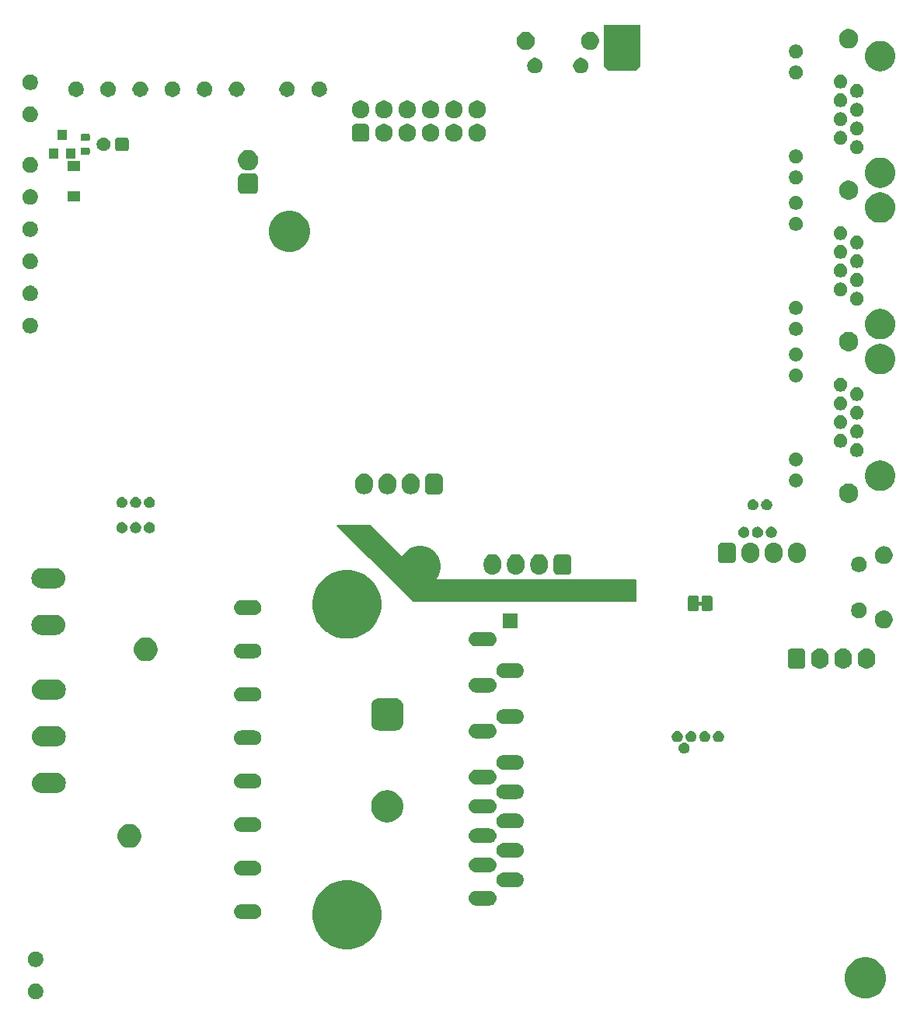
<source format=gbs>
%TF.GenerationSoftware,KiCad,Pcbnew,(5.1.6-rc1-8-gd871a92d1)-1*%
%TF.CreationDate,2020-05-22T14:05:53+02:00*%
%TF.ProjectId,stmbl_4.0,73746d62-6c5f-4342-9e30-2e6b69636164,rev?*%
%TF.SameCoordinates,PXbcd3d80PY2f71ff0*%
%TF.FileFunction,Soldermask,Bot*%
%TF.FilePolarity,Negative*%
%FSLAX46Y46*%
G04 Gerber Fmt 4.6, Leading zero omitted, Abs format (unit mm)*
G04 Created by KiCad (PCBNEW (5.1.6-rc1-8-gd871a92d1)-1) date 2020-05-22 14:05:53*
%MOMM*%
%LPD*%
G01*
G04 APERTURE LIST*
%ADD10C,0.150000*%
%ADD11C,0.450000*%
%ADD12C,0.100000*%
G04 APERTURE END LIST*
D10*
G36*
X-52000000Y-60500000D02*
G01*
X-29000000Y-60500000D01*
X-29000000Y-62750000D01*
X-53250000Y-62750000D01*
X-61500000Y-54500000D01*
X-58000000Y-54500000D01*
X-52000000Y-60500000D01*
G37*
X-52000000Y-60500000D02*
X-29000000Y-60500000D01*
X-29000000Y-62750000D01*
X-53250000Y-62750000D01*
X-61500000Y-54500000D01*
X-58000000Y-54500000D01*
X-52000000Y-60500000D01*
D11*
X-22750000Y-63000000D02*
X-21250000Y-63000000D01*
D12*
G36*
X-94152066Y-104432664D02*
G01*
X-93997375Y-104496739D01*
X-93997374Y-104496740D01*
X-93858156Y-104589762D01*
X-93739762Y-104708156D01*
X-93739761Y-104708158D01*
X-93646739Y-104847375D01*
X-93582664Y-105002066D01*
X-93550000Y-105166281D01*
X-93550000Y-105333719D01*
X-93582664Y-105497934D01*
X-93646739Y-105652625D01*
X-93646740Y-105652626D01*
X-93739762Y-105791844D01*
X-93858156Y-105910238D01*
X-93928238Y-105957065D01*
X-93997375Y-106003261D01*
X-94152066Y-106067336D01*
X-94316281Y-106100000D01*
X-94483719Y-106100000D01*
X-94647934Y-106067336D01*
X-94802625Y-106003261D01*
X-94871762Y-105957065D01*
X-94941844Y-105910238D01*
X-95060238Y-105791844D01*
X-95153260Y-105652626D01*
X-95153261Y-105652625D01*
X-95217336Y-105497934D01*
X-95250000Y-105333719D01*
X-95250000Y-105166281D01*
X-95217336Y-105002066D01*
X-95153261Y-104847375D01*
X-95060239Y-104708158D01*
X-95060238Y-104708156D01*
X-94941844Y-104589762D01*
X-94802626Y-104496740D01*
X-94802625Y-104496739D01*
X-94647934Y-104432664D01*
X-94483719Y-104400000D01*
X-94316281Y-104400000D01*
X-94152066Y-104432664D01*
G37*
G36*
X-3343701Y-101636465D02*
G01*
X-3343698Y-101636466D01*
X-3343699Y-101636466D01*
X-2934225Y-101806076D01*
X-2565708Y-102052311D01*
X-2252311Y-102365708D01*
X-2006076Y-102734225D01*
X-2006075Y-102734227D01*
X-1836465Y-103143701D01*
X-1750000Y-103578393D01*
X-1750000Y-104021607D01*
X-1836465Y-104456299D01*
X-1836466Y-104456301D01*
X-2006076Y-104865775D01*
X-2252311Y-105234292D01*
X-2565708Y-105547689D01*
X-2934225Y-105793924D01*
X-2934226Y-105793925D01*
X-2934227Y-105793925D01*
X-3343701Y-105963535D01*
X-3778393Y-106050000D01*
X-4221607Y-106050000D01*
X-4656299Y-105963535D01*
X-5065773Y-105793925D01*
X-5065774Y-105793925D01*
X-5065775Y-105793924D01*
X-5434292Y-105547689D01*
X-5747689Y-105234292D01*
X-5993924Y-104865775D01*
X-6163534Y-104456301D01*
X-6163535Y-104456299D01*
X-6250000Y-104021607D01*
X-6250000Y-103578393D01*
X-6163535Y-103143701D01*
X-5993925Y-102734227D01*
X-5993924Y-102734225D01*
X-5747689Y-102365708D01*
X-5434292Y-102052311D01*
X-5065775Y-101806076D01*
X-4656301Y-101636466D01*
X-4656302Y-101636466D01*
X-4656299Y-101636465D01*
X-4221607Y-101550000D01*
X-3778393Y-101550000D01*
X-3343701Y-101636465D01*
G37*
G36*
X-94152066Y-100932664D02*
G01*
X-93997375Y-100996739D01*
X-93997374Y-100996740D01*
X-93858156Y-101089762D01*
X-93739762Y-101208156D01*
X-93739761Y-101208158D01*
X-93646739Y-101347375D01*
X-93582664Y-101502066D01*
X-93550000Y-101666281D01*
X-93550000Y-101833719D01*
X-93582664Y-101997934D01*
X-93646739Y-102152625D01*
X-93646740Y-102152626D01*
X-93739762Y-102291844D01*
X-93858156Y-102410238D01*
X-93928238Y-102457065D01*
X-93997375Y-102503261D01*
X-94152066Y-102567336D01*
X-94316281Y-102600000D01*
X-94483719Y-102600000D01*
X-94647934Y-102567336D01*
X-94802625Y-102503261D01*
X-94871762Y-102457065D01*
X-94941844Y-102410238D01*
X-95060238Y-102291844D01*
X-95153260Y-102152626D01*
X-95153261Y-102152625D01*
X-95217336Y-101997934D01*
X-95250000Y-101833719D01*
X-95250000Y-101666281D01*
X-95217336Y-101502066D01*
X-95153261Y-101347375D01*
X-95060239Y-101208158D01*
X-95060238Y-101208156D01*
X-94941844Y-101089762D01*
X-94802626Y-100996740D01*
X-94802625Y-100996739D01*
X-94647934Y-100932664D01*
X-94483719Y-100900000D01*
X-94316281Y-100900000D01*
X-94152066Y-100932664D01*
G37*
G36*
X-59406167Y-93294109D02*
G01*
X-58723710Y-93576792D01*
X-58723709Y-93576793D01*
X-58109514Y-93987185D01*
X-57587185Y-94509514D01*
X-57587184Y-94509516D01*
X-57176792Y-95123710D01*
X-56894109Y-95806167D01*
X-56750000Y-96530656D01*
X-56750000Y-97269344D01*
X-56894109Y-97993833D01*
X-57176792Y-98676290D01*
X-57176793Y-98676291D01*
X-57587185Y-99290486D01*
X-58109514Y-99812815D01*
X-58418698Y-100019405D01*
X-58723710Y-100223208D01*
X-59406167Y-100505891D01*
X-60130656Y-100650000D01*
X-60869344Y-100650000D01*
X-61593833Y-100505891D01*
X-62276290Y-100223208D01*
X-62581302Y-100019405D01*
X-62890486Y-99812815D01*
X-63412815Y-99290486D01*
X-63823207Y-98676291D01*
X-63823208Y-98676290D01*
X-64105891Y-97993833D01*
X-64250000Y-97269344D01*
X-64250000Y-96530656D01*
X-64105891Y-95806167D01*
X-63823208Y-95123710D01*
X-63412816Y-94509516D01*
X-63412815Y-94509514D01*
X-62890486Y-93987185D01*
X-62276291Y-93576793D01*
X-62276290Y-93576792D01*
X-61593833Y-93294109D01*
X-60869344Y-93150000D01*
X-60130656Y-93150000D01*
X-59406167Y-93294109D01*
G37*
G36*
X-70454247Y-95767140D02*
G01*
X-70444967Y-95768054D01*
X-70294449Y-95813713D01*
X-70248210Y-95838429D01*
X-70155733Y-95887858D01*
X-70034144Y-95987644D01*
X-69934358Y-96109233D01*
X-69884929Y-96201710D01*
X-69860213Y-96247949D01*
X-69814554Y-96398467D01*
X-69799137Y-96555000D01*
X-69814554Y-96711533D01*
X-69860213Y-96862051D01*
X-69860214Y-96862052D01*
X-69934358Y-97000767D01*
X-70034144Y-97122356D01*
X-70155733Y-97222142D01*
X-70244041Y-97269343D01*
X-70294449Y-97296287D01*
X-70444967Y-97341946D01*
X-70562276Y-97353500D01*
X-72037724Y-97353500D01*
X-72155033Y-97341946D01*
X-72305551Y-97296287D01*
X-72355959Y-97269343D01*
X-72444267Y-97222142D01*
X-72565856Y-97122356D01*
X-72665642Y-97000767D01*
X-72739786Y-96862052D01*
X-72739787Y-96862051D01*
X-72785446Y-96711533D01*
X-72800863Y-96555000D01*
X-72785446Y-96398467D01*
X-72739787Y-96247949D01*
X-72715071Y-96201710D01*
X-72665642Y-96109233D01*
X-72565856Y-95987644D01*
X-72444267Y-95887858D01*
X-72351790Y-95838429D01*
X-72305551Y-95813713D01*
X-72155033Y-95768054D01*
X-72145753Y-95767140D01*
X-72037724Y-95756500D01*
X-70562276Y-95756500D01*
X-70454247Y-95767140D01*
G37*
G36*
X-44844967Y-94313054D02*
G01*
X-44694449Y-94358713D01*
X-44648210Y-94383429D01*
X-44555733Y-94432858D01*
X-44434144Y-94532644D01*
X-44334358Y-94654233D01*
X-44284929Y-94746710D01*
X-44260213Y-94792949D01*
X-44214554Y-94943467D01*
X-44199137Y-95100000D01*
X-44214554Y-95256533D01*
X-44260213Y-95407051D01*
X-44260214Y-95407052D01*
X-44334358Y-95545767D01*
X-44434144Y-95667356D01*
X-44555733Y-95767142D01*
X-44642862Y-95813713D01*
X-44694449Y-95841287D01*
X-44844967Y-95886946D01*
X-44962276Y-95898500D01*
X-46437724Y-95898500D01*
X-46555033Y-95886946D01*
X-46705551Y-95841287D01*
X-46757138Y-95813713D01*
X-46844267Y-95767142D01*
X-46965856Y-95667356D01*
X-47065642Y-95545767D01*
X-47139786Y-95407052D01*
X-47139787Y-95407051D01*
X-47185446Y-95256533D01*
X-47200863Y-95100000D01*
X-47185446Y-94943467D01*
X-47139787Y-94792949D01*
X-47115071Y-94746710D01*
X-47065642Y-94654233D01*
X-46965856Y-94532644D01*
X-46844267Y-94432858D01*
X-46751790Y-94383429D01*
X-46705551Y-94358713D01*
X-46555033Y-94313054D01*
X-46437724Y-94301500D01*
X-44962276Y-94301500D01*
X-44844967Y-94313054D01*
G37*
G36*
X-41844967Y-92313054D02*
G01*
X-41694449Y-92358713D01*
X-41648210Y-92383429D01*
X-41555733Y-92432858D01*
X-41434144Y-92532644D01*
X-41334358Y-92654233D01*
X-41284929Y-92746710D01*
X-41260213Y-92792949D01*
X-41214554Y-92943467D01*
X-41199137Y-93100000D01*
X-41214554Y-93256533D01*
X-41260213Y-93407051D01*
X-41260214Y-93407052D01*
X-41334358Y-93545767D01*
X-41434144Y-93667356D01*
X-41555733Y-93767142D01*
X-41648210Y-93816571D01*
X-41694449Y-93841287D01*
X-41844967Y-93886946D01*
X-41962276Y-93898500D01*
X-43437724Y-93898500D01*
X-43555033Y-93886946D01*
X-43705551Y-93841287D01*
X-43751790Y-93816571D01*
X-43844267Y-93767142D01*
X-43965856Y-93667356D01*
X-44065642Y-93545767D01*
X-44139786Y-93407052D01*
X-44139787Y-93407051D01*
X-44185446Y-93256533D01*
X-44200863Y-93100000D01*
X-44185446Y-92943467D01*
X-44139787Y-92792949D01*
X-44115071Y-92746710D01*
X-44065642Y-92654233D01*
X-43965856Y-92532644D01*
X-43844267Y-92432858D01*
X-43751790Y-92383429D01*
X-43705551Y-92358713D01*
X-43555033Y-92313054D01*
X-43437724Y-92301500D01*
X-41962276Y-92301500D01*
X-41844967Y-92313054D01*
G37*
G36*
X-70444967Y-91038054D02*
G01*
X-70294449Y-91083713D01*
X-70248210Y-91108429D01*
X-70155733Y-91157858D01*
X-70034144Y-91257644D01*
X-69934358Y-91379233D01*
X-69884929Y-91471710D01*
X-69860213Y-91517949D01*
X-69814554Y-91668467D01*
X-69799137Y-91825000D01*
X-69814554Y-91981533D01*
X-69860213Y-92132051D01*
X-69860214Y-92132052D01*
X-69934358Y-92270767D01*
X-70034144Y-92392356D01*
X-70155733Y-92492142D01*
X-70231508Y-92532644D01*
X-70294449Y-92566287D01*
X-70444967Y-92611946D01*
X-70562276Y-92623500D01*
X-72037724Y-92623500D01*
X-72155033Y-92611946D01*
X-72305551Y-92566287D01*
X-72368492Y-92532644D01*
X-72444267Y-92492142D01*
X-72565856Y-92392356D01*
X-72665642Y-92270767D01*
X-72739786Y-92132052D01*
X-72739787Y-92132051D01*
X-72785446Y-91981533D01*
X-72800863Y-91825000D01*
X-72785446Y-91668467D01*
X-72739787Y-91517949D01*
X-72715071Y-91471710D01*
X-72665642Y-91379233D01*
X-72565856Y-91257644D01*
X-72444267Y-91157858D01*
X-72351790Y-91108429D01*
X-72305551Y-91083713D01*
X-72155033Y-91038054D01*
X-72037724Y-91026500D01*
X-70562276Y-91026500D01*
X-70444967Y-91038054D01*
G37*
G36*
X-44844967Y-90713054D02*
G01*
X-44694449Y-90758713D01*
X-44648210Y-90783429D01*
X-44555733Y-90832858D01*
X-44434144Y-90932644D01*
X-44334358Y-91054233D01*
X-44284929Y-91146710D01*
X-44260213Y-91192949D01*
X-44214554Y-91343467D01*
X-44199137Y-91500000D01*
X-44214554Y-91656533D01*
X-44260213Y-91807051D01*
X-44260214Y-91807052D01*
X-44334358Y-91945767D01*
X-44434144Y-92067356D01*
X-44555733Y-92167142D01*
X-44648210Y-92216571D01*
X-44694449Y-92241287D01*
X-44844967Y-92286946D01*
X-44962276Y-92298500D01*
X-46437724Y-92298500D01*
X-46555033Y-92286946D01*
X-46705551Y-92241287D01*
X-46751790Y-92216571D01*
X-46844267Y-92167142D01*
X-46965856Y-92067356D01*
X-47065642Y-91945767D01*
X-47139786Y-91807052D01*
X-47139787Y-91807051D01*
X-47185446Y-91656533D01*
X-47200863Y-91500000D01*
X-47185446Y-91343467D01*
X-47139787Y-91192949D01*
X-47115071Y-91146710D01*
X-47065642Y-91054233D01*
X-46965856Y-90932644D01*
X-46844267Y-90832858D01*
X-46751790Y-90783429D01*
X-46705551Y-90758713D01*
X-46555033Y-90713054D01*
X-46437724Y-90701500D01*
X-44962276Y-90701500D01*
X-44844967Y-90713054D01*
G37*
G36*
X-41844967Y-89113054D02*
G01*
X-41694449Y-89158713D01*
X-41648210Y-89183429D01*
X-41555733Y-89232858D01*
X-41434144Y-89332644D01*
X-41334358Y-89454233D01*
X-41284929Y-89546710D01*
X-41260213Y-89592949D01*
X-41214554Y-89743467D01*
X-41199137Y-89900000D01*
X-41214554Y-90056533D01*
X-41260213Y-90207051D01*
X-41260214Y-90207052D01*
X-41334358Y-90345767D01*
X-41434144Y-90467356D01*
X-41555733Y-90567142D01*
X-41648210Y-90616571D01*
X-41694449Y-90641287D01*
X-41844967Y-90686946D01*
X-41962276Y-90698500D01*
X-43437724Y-90698500D01*
X-43555033Y-90686946D01*
X-43705551Y-90641287D01*
X-43751790Y-90616571D01*
X-43844267Y-90567142D01*
X-43965856Y-90467356D01*
X-44065642Y-90345767D01*
X-44139786Y-90207052D01*
X-44139787Y-90207051D01*
X-44185446Y-90056533D01*
X-44200863Y-89900000D01*
X-44185446Y-89743467D01*
X-44139787Y-89592949D01*
X-44115071Y-89546710D01*
X-44065642Y-89454233D01*
X-43965856Y-89332644D01*
X-43844267Y-89232858D01*
X-43751790Y-89183429D01*
X-43705551Y-89158713D01*
X-43555033Y-89113054D01*
X-43437724Y-89101500D01*
X-41962276Y-89101500D01*
X-41844967Y-89113054D01*
G37*
G36*
X-83966220Y-87039025D02*
G01*
X-83798782Y-87072330D01*
X-83562197Y-87170327D01*
X-83349276Y-87312596D01*
X-83168202Y-87493670D01*
X-83025933Y-87706591D01*
X-82927936Y-87943176D01*
X-82877978Y-88194333D01*
X-82877978Y-88450411D01*
X-82927936Y-88701568D01*
X-83025933Y-88938153D01*
X-83168202Y-89151074D01*
X-83349276Y-89332148D01*
X-83562197Y-89474417D01*
X-83798782Y-89572414D01*
X-83966220Y-89605719D01*
X-84049938Y-89622372D01*
X-84306018Y-89622372D01*
X-84389736Y-89605719D01*
X-84557174Y-89572414D01*
X-84793759Y-89474417D01*
X-85006680Y-89332148D01*
X-85187754Y-89151074D01*
X-85330023Y-88938153D01*
X-85428020Y-88701568D01*
X-85477978Y-88450411D01*
X-85477978Y-88194333D01*
X-85428020Y-87943176D01*
X-85330023Y-87706591D01*
X-85187754Y-87493670D01*
X-85006680Y-87312596D01*
X-84793759Y-87170327D01*
X-84557174Y-87072330D01*
X-84389736Y-87039025D01*
X-84306018Y-87022372D01*
X-84049938Y-87022372D01*
X-83966220Y-87039025D01*
G37*
G36*
X-44844967Y-87513054D02*
G01*
X-44694449Y-87558713D01*
X-44648210Y-87583429D01*
X-44555733Y-87632858D01*
X-44434144Y-87732644D01*
X-44334358Y-87854233D01*
X-44313370Y-87893500D01*
X-44260213Y-87992949D01*
X-44214554Y-88143467D01*
X-44199137Y-88300000D01*
X-44214554Y-88456533D01*
X-44260213Y-88607051D01*
X-44260214Y-88607052D01*
X-44334358Y-88745767D01*
X-44434144Y-88867356D01*
X-44555733Y-88967142D01*
X-44648210Y-89016571D01*
X-44694449Y-89041287D01*
X-44844967Y-89086946D01*
X-44962276Y-89098500D01*
X-46437724Y-89098500D01*
X-46555033Y-89086946D01*
X-46705551Y-89041287D01*
X-46751790Y-89016571D01*
X-46844267Y-88967142D01*
X-46965856Y-88867356D01*
X-47065642Y-88745767D01*
X-47139786Y-88607052D01*
X-47139787Y-88607051D01*
X-47185446Y-88456533D01*
X-47200863Y-88300000D01*
X-47185446Y-88143467D01*
X-47139787Y-87992949D01*
X-47086630Y-87893500D01*
X-47065642Y-87854233D01*
X-46965856Y-87732644D01*
X-46844267Y-87632858D01*
X-46751790Y-87583429D01*
X-46705551Y-87558713D01*
X-46555033Y-87513054D01*
X-46437724Y-87501500D01*
X-44962276Y-87501500D01*
X-44844967Y-87513054D01*
G37*
G36*
X-70444967Y-86308054D02*
G01*
X-70294449Y-86353713D01*
X-70248210Y-86378429D01*
X-70155733Y-86427858D01*
X-70034144Y-86527644D01*
X-69934358Y-86649233D01*
X-69907223Y-86700000D01*
X-69860213Y-86787949D01*
X-69814554Y-86938467D01*
X-69799137Y-87095000D01*
X-69814554Y-87251533D01*
X-69860213Y-87402051D01*
X-69860214Y-87402052D01*
X-69934358Y-87540767D01*
X-70034144Y-87662356D01*
X-70155733Y-87762142D01*
X-70248210Y-87811571D01*
X-70294449Y-87836287D01*
X-70444967Y-87881946D01*
X-70562276Y-87893500D01*
X-72037724Y-87893500D01*
X-72155033Y-87881946D01*
X-72305551Y-87836287D01*
X-72351790Y-87811571D01*
X-72444267Y-87762142D01*
X-72565856Y-87662356D01*
X-72665642Y-87540767D01*
X-72739786Y-87402052D01*
X-72739787Y-87402051D01*
X-72785446Y-87251533D01*
X-72800863Y-87095000D01*
X-72785446Y-86938467D01*
X-72739787Y-86787949D01*
X-72692777Y-86700000D01*
X-72665642Y-86649233D01*
X-72565856Y-86527644D01*
X-72444267Y-86427858D01*
X-72351790Y-86378429D01*
X-72305551Y-86353713D01*
X-72155033Y-86308054D01*
X-72037724Y-86296500D01*
X-70562276Y-86296500D01*
X-70444967Y-86308054D01*
G37*
G36*
X-41844967Y-85913054D02*
G01*
X-41694449Y-85958713D01*
X-41648210Y-85983429D01*
X-41555733Y-86032858D01*
X-41434144Y-86132644D01*
X-41334358Y-86254233D01*
X-41284929Y-86346710D01*
X-41260213Y-86392949D01*
X-41214554Y-86543467D01*
X-41199137Y-86700000D01*
X-41214554Y-86856533D01*
X-41260213Y-87007051D01*
X-41284929Y-87053290D01*
X-41334358Y-87145767D01*
X-41434144Y-87267356D01*
X-41555733Y-87367142D01*
X-41621044Y-87402051D01*
X-41694449Y-87441287D01*
X-41844967Y-87486946D01*
X-41962276Y-87498500D01*
X-43437724Y-87498500D01*
X-43555033Y-87486946D01*
X-43705551Y-87441287D01*
X-43778956Y-87402051D01*
X-43844267Y-87367142D01*
X-43965856Y-87267356D01*
X-44065642Y-87145767D01*
X-44115071Y-87053290D01*
X-44139787Y-87007051D01*
X-44185446Y-86856533D01*
X-44200863Y-86700000D01*
X-44185446Y-86543467D01*
X-44139787Y-86392949D01*
X-44115071Y-86346710D01*
X-44065642Y-86254233D01*
X-43965856Y-86132644D01*
X-43844267Y-86032858D01*
X-43751790Y-85983429D01*
X-43705551Y-85958713D01*
X-43555033Y-85913054D01*
X-43437724Y-85901500D01*
X-41962276Y-85901500D01*
X-41844967Y-85913054D01*
G37*
G36*
X-55814941Y-83372417D02*
G01*
X-55589544Y-83417251D01*
X-55271064Y-83549170D01*
X-54984440Y-83740686D01*
X-54740686Y-83984440D01*
X-54549170Y-84271064D01*
X-54417251Y-84589544D01*
X-54350000Y-84927640D01*
X-54350000Y-85272360D01*
X-54417251Y-85610456D01*
X-54549170Y-85928936D01*
X-54740686Y-86215560D01*
X-54984440Y-86459314D01*
X-55271064Y-86650830D01*
X-55589544Y-86782749D01*
X-55814941Y-86827583D01*
X-55927639Y-86850000D01*
X-56272361Y-86850000D01*
X-56385059Y-86827583D01*
X-56610456Y-86782749D01*
X-56928936Y-86650830D01*
X-57215560Y-86459314D01*
X-57459314Y-86215560D01*
X-57650830Y-85928936D01*
X-57782749Y-85610456D01*
X-57850000Y-85272360D01*
X-57850000Y-84927640D01*
X-57782749Y-84589544D01*
X-57650830Y-84271064D01*
X-57459314Y-83984440D01*
X-57215560Y-83740686D01*
X-56928936Y-83549170D01*
X-56610456Y-83417251D01*
X-56385059Y-83372417D01*
X-56272361Y-83350000D01*
X-55927639Y-83350000D01*
X-55814941Y-83372417D01*
G37*
G36*
X-44844967Y-84313054D02*
G01*
X-44694449Y-84358713D01*
X-44648210Y-84383429D01*
X-44555733Y-84432858D01*
X-44434144Y-84532644D01*
X-44334358Y-84654233D01*
X-44284929Y-84746710D01*
X-44260213Y-84792949D01*
X-44214554Y-84943467D01*
X-44199137Y-85100000D01*
X-44214554Y-85256533D01*
X-44260213Y-85407051D01*
X-44260214Y-85407052D01*
X-44334358Y-85545767D01*
X-44434144Y-85667356D01*
X-44555733Y-85767142D01*
X-44648210Y-85816571D01*
X-44694449Y-85841287D01*
X-44844967Y-85886946D01*
X-44962276Y-85898500D01*
X-46437724Y-85898500D01*
X-46555033Y-85886946D01*
X-46705551Y-85841287D01*
X-46751790Y-85816571D01*
X-46844267Y-85767142D01*
X-46965856Y-85667356D01*
X-47065642Y-85545767D01*
X-47139786Y-85407052D01*
X-47139787Y-85407051D01*
X-47185446Y-85256533D01*
X-47200863Y-85100000D01*
X-47185446Y-84943467D01*
X-47139787Y-84792949D01*
X-47115071Y-84746710D01*
X-47065642Y-84654233D01*
X-46965856Y-84532644D01*
X-46844267Y-84432858D01*
X-46751790Y-84383429D01*
X-46705551Y-84358713D01*
X-46555033Y-84313054D01*
X-46437724Y-84301500D01*
X-44962276Y-84301500D01*
X-44844967Y-84313054D01*
G37*
G36*
X-41844967Y-82713054D02*
G01*
X-41694449Y-82758713D01*
X-41648210Y-82783429D01*
X-41555733Y-82832858D01*
X-41434144Y-82932644D01*
X-41334358Y-83054233D01*
X-41306535Y-83106287D01*
X-41260213Y-83192949D01*
X-41214554Y-83343467D01*
X-41199137Y-83500000D01*
X-41214554Y-83656533D01*
X-41260213Y-83807051D01*
X-41260214Y-83807052D01*
X-41334358Y-83945767D01*
X-41434144Y-84067356D01*
X-41555733Y-84167142D01*
X-41648210Y-84216571D01*
X-41694449Y-84241287D01*
X-41844967Y-84286946D01*
X-41962276Y-84298500D01*
X-43437724Y-84298500D01*
X-43555033Y-84286946D01*
X-43705551Y-84241287D01*
X-43751790Y-84216571D01*
X-43844267Y-84167142D01*
X-43965856Y-84067356D01*
X-44065642Y-83945767D01*
X-44139786Y-83807052D01*
X-44139787Y-83807051D01*
X-44185446Y-83656533D01*
X-44200863Y-83500000D01*
X-44185446Y-83343467D01*
X-44139787Y-83192949D01*
X-44093465Y-83106287D01*
X-44065642Y-83054233D01*
X-43965856Y-82932644D01*
X-43844267Y-82832858D01*
X-43751790Y-82783429D01*
X-43705551Y-82758713D01*
X-43555033Y-82713054D01*
X-43437724Y-82701500D01*
X-41962276Y-82701500D01*
X-41844967Y-82713054D01*
G37*
G36*
X-92052229Y-81460611D02*
G01*
X-91998362Y-81465916D01*
X-91929245Y-81486883D01*
X-91791010Y-81528816D01*
X-91599919Y-81630956D01*
X-91599918Y-81630957D01*
X-91599916Y-81630958D01*
X-91432419Y-81768419D01*
X-91294958Y-81935916D01*
X-91294956Y-81935919D01*
X-91192816Y-82127010D01*
X-91168106Y-82208467D01*
X-91129916Y-82334362D01*
X-91116818Y-82467356D01*
X-91108678Y-82550000D01*
X-91129916Y-82765637D01*
X-91192816Y-82972990D01*
X-91294956Y-83164081D01*
X-91294958Y-83164084D01*
X-91432419Y-83331581D01*
X-91599916Y-83469042D01*
X-91599918Y-83469043D01*
X-91599919Y-83469044D01*
X-91791010Y-83571184D01*
X-91929245Y-83613117D01*
X-91998362Y-83634084D01*
X-92052229Y-83639389D01*
X-92159962Y-83650000D01*
X-93768038Y-83650000D01*
X-93875771Y-83639389D01*
X-93929638Y-83634084D01*
X-93998755Y-83613117D01*
X-94136990Y-83571184D01*
X-94328081Y-83469044D01*
X-94328082Y-83469043D01*
X-94328084Y-83469042D01*
X-94495581Y-83331581D01*
X-94633042Y-83164084D01*
X-94633044Y-83164081D01*
X-94735184Y-82972990D01*
X-94798084Y-82765637D01*
X-94819322Y-82550000D01*
X-94811182Y-82467356D01*
X-94798084Y-82334362D01*
X-94759894Y-82208467D01*
X-94735184Y-82127010D01*
X-94633044Y-81935919D01*
X-94633042Y-81935916D01*
X-94495581Y-81768419D01*
X-94328084Y-81630958D01*
X-94328082Y-81630957D01*
X-94328081Y-81630956D01*
X-94136990Y-81528816D01*
X-93998755Y-81486883D01*
X-93929638Y-81465916D01*
X-93875771Y-81460611D01*
X-93768038Y-81450000D01*
X-92159962Y-81450000D01*
X-92052229Y-81460611D01*
G37*
G36*
X-70444967Y-81578054D02*
G01*
X-70294449Y-81623713D01*
X-70280895Y-81630958D01*
X-70155733Y-81697858D01*
X-70034144Y-81797644D01*
X-69934358Y-81919233D01*
X-69884929Y-82011710D01*
X-69860213Y-82057949D01*
X-69814554Y-82208467D01*
X-69799137Y-82365000D01*
X-69814554Y-82521533D01*
X-69860213Y-82672051D01*
X-69875954Y-82701500D01*
X-69934358Y-82810767D01*
X-70034144Y-82932356D01*
X-70155733Y-83032142D01*
X-70248210Y-83081571D01*
X-70294449Y-83106287D01*
X-70444967Y-83151946D01*
X-70562276Y-83163500D01*
X-72037724Y-83163500D01*
X-72155033Y-83151946D01*
X-72305551Y-83106287D01*
X-72351790Y-83081571D01*
X-72444267Y-83032142D01*
X-72565856Y-82932356D01*
X-72665642Y-82810767D01*
X-72724046Y-82701500D01*
X-72739787Y-82672051D01*
X-72785446Y-82521533D01*
X-72800863Y-82365000D01*
X-72785446Y-82208467D01*
X-72739787Y-82057949D01*
X-72715071Y-82011710D01*
X-72665642Y-81919233D01*
X-72565856Y-81797644D01*
X-72444267Y-81697858D01*
X-72319105Y-81630958D01*
X-72305551Y-81623713D01*
X-72155033Y-81578054D01*
X-72037724Y-81566500D01*
X-70562276Y-81566500D01*
X-70444967Y-81578054D01*
G37*
G36*
X-44844967Y-81113054D02*
G01*
X-44694449Y-81158713D01*
X-44648210Y-81183429D01*
X-44555733Y-81232858D01*
X-44434144Y-81332644D01*
X-44334358Y-81454233D01*
X-44294493Y-81528816D01*
X-44260213Y-81592949D01*
X-44214554Y-81743467D01*
X-44199137Y-81900000D01*
X-44214554Y-82056533D01*
X-44260213Y-82207051D01*
X-44260214Y-82207052D01*
X-44334358Y-82345767D01*
X-44434144Y-82467356D01*
X-44555733Y-82567142D01*
X-44648210Y-82616571D01*
X-44694449Y-82641287D01*
X-44844967Y-82686946D01*
X-44962276Y-82698500D01*
X-46437724Y-82698500D01*
X-46555033Y-82686946D01*
X-46705551Y-82641287D01*
X-46751790Y-82616571D01*
X-46844267Y-82567142D01*
X-46965856Y-82467356D01*
X-47065642Y-82345767D01*
X-47139786Y-82207052D01*
X-47139787Y-82207051D01*
X-47185446Y-82056533D01*
X-47200863Y-81900000D01*
X-47185446Y-81743467D01*
X-47139787Y-81592949D01*
X-47105507Y-81528816D01*
X-47065642Y-81454233D01*
X-46965856Y-81332644D01*
X-46844267Y-81232858D01*
X-46751790Y-81183429D01*
X-46705551Y-81158713D01*
X-46555033Y-81113054D01*
X-46437724Y-81101500D01*
X-44962276Y-81101500D01*
X-44844967Y-81113054D01*
G37*
G36*
X-41844967Y-79513054D02*
G01*
X-41694449Y-79558713D01*
X-41648210Y-79583429D01*
X-41555733Y-79632858D01*
X-41434144Y-79732644D01*
X-41334358Y-79854233D01*
X-41284929Y-79946710D01*
X-41260213Y-79992949D01*
X-41214554Y-80143467D01*
X-41199137Y-80300000D01*
X-41214554Y-80456533D01*
X-41260213Y-80607051D01*
X-41260214Y-80607052D01*
X-41334358Y-80745767D01*
X-41434144Y-80867356D01*
X-41555733Y-80967142D01*
X-41648210Y-81016571D01*
X-41694449Y-81041287D01*
X-41844967Y-81086946D01*
X-41962276Y-81098500D01*
X-43437724Y-81098500D01*
X-43555033Y-81086946D01*
X-43705551Y-81041287D01*
X-43751790Y-81016571D01*
X-43844267Y-80967142D01*
X-43965856Y-80867356D01*
X-44065642Y-80745767D01*
X-44139786Y-80607052D01*
X-44139787Y-80607051D01*
X-44185446Y-80456533D01*
X-44200863Y-80300000D01*
X-44185446Y-80143467D01*
X-44139787Y-79992949D01*
X-44115071Y-79946710D01*
X-44065642Y-79854233D01*
X-43965856Y-79732644D01*
X-43844267Y-79632858D01*
X-43751790Y-79583429D01*
X-43705551Y-79558713D01*
X-43555033Y-79513054D01*
X-43437724Y-79501500D01*
X-41962276Y-79501500D01*
X-41844967Y-79513054D01*
G37*
G36*
X-23574988Y-78173057D02*
G01*
X-23574985Y-78173058D01*
X-23574986Y-78173058D01*
X-23465793Y-78218287D01*
X-23367522Y-78283950D01*
X-23283950Y-78367522D01*
X-23247585Y-78421946D01*
X-23218286Y-78465795D01*
X-23173057Y-78574988D01*
X-23150000Y-78690904D01*
X-23150000Y-78809096D01*
X-23173057Y-78925012D01*
X-23173058Y-78925014D01*
X-23218287Y-79034207D01*
X-23283950Y-79132478D01*
X-23367522Y-79216050D01*
X-23465793Y-79281713D01*
X-23465794Y-79281714D01*
X-23465795Y-79281714D01*
X-23574988Y-79326943D01*
X-23690904Y-79350000D01*
X-23809096Y-79350000D01*
X-23925012Y-79326943D01*
X-24034205Y-79281714D01*
X-24034206Y-79281714D01*
X-24034207Y-79281713D01*
X-24132478Y-79216050D01*
X-24216050Y-79132478D01*
X-24281713Y-79034207D01*
X-24326942Y-78925014D01*
X-24326943Y-78925012D01*
X-24350000Y-78809096D01*
X-24350000Y-78690904D01*
X-24326943Y-78574988D01*
X-24281714Y-78465795D01*
X-24252415Y-78421946D01*
X-24216050Y-78367522D01*
X-24132478Y-78283950D01*
X-24034207Y-78218287D01*
X-23925014Y-78173058D01*
X-23925015Y-78173058D01*
X-23925012Y-78173057D01*
X-23809096Y-78150000D01*
X-23690904Y-78150000D01*
X-23574988Y-78173057D01*
G37*
G36*
X-92052229Y-76380611D02*
G01*
X-91998362Y-76385916D01*
X-91929245Y-76406883D01*
X-91791010Y-76448816D01*
X-91599919Y-76550956D01*
X-91599918Y-76550957D01*
X-91599916Y-76550958D01*
X-91432419Y-76688419D01*
X-91294958Y-76855916D01*
X-91294956Y-76855919D01*
X-91192816Y-77047010D01*
X-91171426Y-77117524D01*
X-91129916Y-77254362D01*
X-91108678Y-77470000D01*
X-91128869Y-77675012D01*
X-91129916Y-77685637D01*
X-91192816Y-77892990D01*
X-91291141Y-78076943D01*
X-91294958Y-78084084D01*
X-91432419Y-78251581D01*
X-91599916Y-78389042D01*
X-91599918Y-78389043D01*
X-91599919Y-78389044D01*
X-91791010Y-78491184D01*
X-91929245Y-78533117D01*
X-91998362Y-78554084D01*
X-92052229Y-78559389D01*
X-92159962Y-78570000D01*
X-93768038Y-78570000D01*
X-93875771Y-78559389D01*
X-93929638Y-78554084D01*
X-93998755Y-78533117D01*
X-94136990Y-78491184D01*
X-94328081Y-78389044D01*
X-94328082Y-78389043D01*
X-94328084Y-78389042D01*
X-94495581Y-78251581D01*
X-94633042Y-78084084D01*
X-94636859Y-78076943D01*
X-94735184Y-77892990D01*
X-94798084Y-77685637D01*
X-94799130Y-77675012D01*
X-94819322Y-77470000D01*
X-94798084Y-77254362D01*
X-94756574Y-77117524D01*
X-94735184Y-77047010D01*
X-94633044Y-76855919D01*
X-94633042Y-76855916D01*
X-94495581Y-76688419D01*
X-94328084Y-76550958D01*
X-94328082Y-76550957D01*
X-94328081Y-76550956D01*
X-94136990Y-76448816D01*
X-93998755Y-76406883D01*
X-93929638Y-76385916D01*
X-93875771Y-76380611D01*
X-93768038Y-76370000D01*
X-92159962Y-76370000D01*
X-92052229Y-76380611D01*
G37*
G36*
X-70444967Y-76848054D02*
G01*
X-70294449Y-76893713D01*
X-70248210Y-76918429D01*
X-70155733Y-76967858D01*
X-70034144Y-77067644D01*
X-69934358Y-77189233D01*
X-69899546Y-77254362D01*
X-69860213Y-77327949D01*
X-69814554Y-77478467D01*
X-69799137Y-77635000D01*
X-69814554Y-77791533D01*
X-69860213Y-77942051D01*
X-69884929Y-77988290D01*
X-69934358Y-78080767D01*
X-70034144Y-78202356D01*
X-70155733Y-78302142D01*
X-70248210Y-78351571D01*
X-70294449Y-78376287D01*
X-70444967Y-78421946D01*
X-70562276Y-78433500D01*
X-72037724Y-78433500D01*
X-72155033Y-78421946D01*
X-72305551Y-78376287D01*
X-72351790Y-78351571D01*
X-72444267Y-78302142D01*
X-72565856Y-78202356D01*
X-72665642Y-78080767D01*
X-72715071Y-77988290D01*
X-72739787Y-77942051D01*
X-72785446Y-77791533D01*
X-72800863Y-77635000D01*
X-72785446Y-77478467D01*
X-72739787Y-77327949D01*
X-72700454Y-77254362D01*
X-72665642Y-77189233D01*
X-72565856Y-77067644D01*
X-72444267Y-76967858D01*
X-72351790Y-76918429D01*
X-72305551Y-76893713D01*
X-72155033Y-76848054D01*
X-72037724Y-76836500D01*
X-70562276Y-76836500D01*
X-70444967Y-76848054D01*
G37*
G36*
X-21324988Y-76923057D02*
G01*
X-21215795Y-76968286D01*
X-21215793Y-76968287D01*
X-21117522Y-77033950D01*
X-21033950Y-77117522D01*
X-20974128Y-77207052D01*
X-20968286Y-77215795D01*
X-20923057Y-77324988D01*
X-20900000Y-77440904D01*
X-20900000Y-77559096D01*
X-20923057Y-77675012D01*
X-20928000Y-77686946D01*
X-20968287Y-77784207D01*
X-21033950Y-77882478D01*
X-21117522Y-77966050D01*
X-21215793Y-78031713D01*
X-21215794Y-78031714D01*
X-21215795Y-78031714D01*
X-21324988Y-78076943D01*
X-21440904Y-78100000D01*
X-21559096Y-78100000D01*
X-21675012Y-78076943D01*
X-21784205Y-78031714D01*
X-21784206Y-78031714D01*
X-21784207Y-78031713D01*
X-21882478Y-77966050D01*
X-21966050Y-77882478D01*
X-22031713Y-77784207D01*
X-22072000Y-77686946D01*
X-22076943Y-77675012D01*
X-22100000Y-77559096D01*
X-22100000Y-77440904D01*
X-22076943Y-77324988D01*
X-22031714Y-77215795D01*
X-22025872Y-77207052D01*
X-21966050Y-77117522D01*
X-21882478Y-77033950D01*
X-21784207Y-76968287D01*
X-21784205Y-76968286D01*
X-21675012Y-76923057D01*
X-21559096Y-76900000D01*
X-21440904Y-76900000D01*
X-21324988Y-76923057D01*
G37*
G36*
X-19824988Y-76923057D02*
G01*
X-19715795Y-76968286D01*
X-19715793Y-76968287D01*
X-19617522Y-77033950D01*
X-19533950Y-77117522D01*
X-19474128Y-77207052D01*
X-19468286Y-77215795D01*
X-19423057Y-77324988D01*
X-19400000Y-77440904D01*
X-19400000Y-77559096D01*
X-19423057Y-77675012D01*
X-19428000Y-77686946D01*
X-19468287Y-77784207D01*
X-19533950Y-77882478D01*
X-19617522Y-77966050D01*
X-19715793Y-78031713D01*
X-19715794Y-78031714D01*
X-19715795Y-78031714D01*
X-19824988Y-78076943D01*
X-19940904Y-78100000D01*
X-20059096Y-78100000D01*
X-20175012Y-78076943D01*
X-20284205Y-78031714D01*
X-20284206Y-78031714D01*
X-20284207Y-78031713D01*
X-20382478Y-77966050D01*
X-20466050Y-77882478D01*
X-20531713Y-77784207D01*
X-20572000Y-77686946D01*
X-20576943Y-77675012D01*
X-20600000Y-77559096D01*
X-20600000Y-77440904D01*
X-20576943Y-77324988D01*
X-20531714Y-77215795D01*
X-20525872Y-77207052D01*
X-20466050Y-77117522D01*
X-20382478Y-77033950D01*
X-20284207Y-76968287D01*
X-20284205Y-76968286D01*
X-20175012Y-76923057D01*
X-20059096Y-76900000D01*
X-19940904Y-76900000D01*
X-19824988Y-76923057D01*
G37*
G36*
X-24324988Y-76923057D02*
G01*
X-24215795Y-76968286D01*
X-24215793Y-76968287D01*
X-24117522Y-77033950D01*
X-24033950Y-77117522D01*
X-23974128Y-77207052D01*
X-23968286Y-77215795D01*
X-23923057Y-77324988D01*
X-23900000Y-77440904D01*
X-23900000Y-77559096D01*
X-23923057Y-77675012D01*
X-23928000Y-77686946D01*
X-23968287Y-77784207D01*
X-24033950Y-77882478D01*
X-24117522Y-77966050D01*
X-24215793Y-78031713D01*
X-24215794Y-78031714D01*
X-24215795Y-78031714D01*
X-24324988Y-78076943D01*
X-24440904Y-78100000D01*
X-24559096Y-78100000D01*
X-24675012Y-78076943D01*
X-24784205Y-78031714D01*
X-24784206Y-78031714D01*
X-24784207Y-78031713D01*
X-24882478Y-77966050D01*
X-24966050Y-77882478D01*
X-25031713Y-77784207D01*
X-25072000Y-77686946D01*
X-25076943Y-77675012D01*
X-25100000Y-77559096D01*
X-25100000Y-77440904D01*
X-25076943Y-77324988D01*
X-25031714Y-77215795D01*
X-25025872Y-77207052D01*
X-24966050Y-77117522D01*
X-24882478Y-77033950D01*
X-24784207Y-76968287D01*
X-24784205Y-76968286D01*
X-24675012Y-76923057D01*
X-24559096Y-76900000D01*
X-24440904Y-76900000D01*
X-24324988Y-76923057D01*
G37*
G36*
X-22824988Y-76923057D02*
G01*
X-22715795Y-76968286D01*
X-22715793Y-76968287D01*
X-22617522Y-77033950D01*
X-22533950Y-77117522D01*
X-22474128Y-77207052D01*
X-22468286Y-77215795D01*
X-22423057Y-77324988D01*
X-22400000Y-77440904D01*
X-22400000Y-77559096D01*
X-22423057Y-77675012D01*
X-22428000Y-77686946D01*
X-22468287Y-77784207D01*
X-22533950Y-77882478D01*
X-22617522Y-77966050D01*
X-22715793Y-78031713D01*
X-22715794Y-78031714D01*
X-22715795Y-78031714D01*
X-22824988Y-78076943D01*
X-22940904Y-78100000D01*
X-23059096Y-78100000D01*
X-23175012Y-78076943D01*
X-23284205Y-78031714D01*
X-23284206Y-78031714D01*
X-23284207Y-78031713D01*
X-23382478Y-77966050D01*
X-23466050Y-77882478D01*
X-23531713Y-77784207D01*
X-23572000Y-77686946D01*
X-23576943Y-77675012D01*
X-23600000Y-77559096D01*
X-23600000Y-77440904D01*
X-23576943Y-77324988D01*
X-23531714Y-77215795D01*
X-23525872Y-77207052D01*
X-23466050Y-77117522D01*
X-23382478Y-77033950D01*
X-23284207Y-76968287D01*
X-23284205Y-76968286D01*
X-23175012Y-76923057D01*
X-23059096Y-76900000D01*
X-22940904Y-76900000D01*
X-22824988Y-76923057D01*
G37*
G36*
X-44844967Y-76113054D02*
G01*
X-44694449Y-76158713D01*
X-44681230Y-76165779D01*
X-44555733Y-76232858D01*
X-44434144Y-76332644D01*
X-44334358Y-76454233D01*
X-44284929Y-76546710D01*
X-44260213Y-76592949D01*
X-44226970Y-76702536D01*
X-44214554Y-76743467D01*
X-44203478Y-76855919D01*
X-44199137Y-76900000D01*
X-44214554Y-77056533D01*
X-44260213Y-77207051D01*
X-44260214Y-77207052D01*
X-44334358Y-77345767D01*
X-44434144Y-77467356D01*
X-44555733Y-77567142D01*
X-44648210Y-77616571D01*
X-44694449Y-77641287D01*
X-44840652Y-77685637D01*
X-44844967Y-77686946D01*
X-44962276Y-77698500D01*
X-46437724Y-77698500D01*
X-46555033Y-77686946D01*
X-46559348Y-77685637D01*
X-46705551Y-77641287D01*
X-46751790Y-77616571D01*
X-46844267Y-77567142D01*
X-46965856Y-77467356D01*
X-47065642Y-77345767D01*
X-47139786Y-77207052D01*
X-47139787Y-77207051D01*
X-47185446Y-77056533D01*
X-47200863Y-76900000D01*
X-47196521Y-76855919D01*
X-47185446Y-76743467D01*
X-47173030Y-76702536D01*
X-47139787Y-76592949D01*
X-47115071Y-76546710D01*
X-47065642Y-76454233D01*
X-46965856Y-76332644D01*
X-46844267Y-76232858D01*
X-46718770Y-76165779D01*
X-46705551Y-76158713D01*
X-46555033Y-76113054D01*
X-46437724Y-76101500D01*
X-44962276Y-76101500D01*
X-44844967Y-76113054D01*
G37*
G36*
X-55034221Y-73366569D02*
G01*
X-54874810Y-73414926D01*
X-54727902Y-73493450D01*
X-54599131Y-73599131D01*
X-54493450Y-73727902D01*
X-54414926Y-73874810D01*
X-54366569Y-74034221D01*
X-54350000Y-74202454D01*
X-54350000Y-75997546D01*
X-54366569Y-76165779D01*
X-54414926Y-76325190D01*
X-54493450Y-76472098D01*
X-54599131Y-76600869D01*
X-54727902Y-76706550D01*
X-54874810Y-76785074D01*
X-55034221Y-76833431D01*
X-55202454Y-76850000D01*
X-56997546Y-76850000D01*
X-57165779Y-76833431D01*
X-57325190Y-76785074D01*
X-57472098Y-76706550D01*
X-57600869Y-76600869D01*
X-57706550Y-76472098D01*
X-57785074Y-76325190D01*
X-57833431Y-76165779D01*
X-57850000Y-75997546D01*
X-57850000Y-74202454D01*
X-57833431Y-74034221D01*
X-57785074Y-73874810D01*
X-57706550Y-73727902D01*
X-57600869Y-73599131D01*
X-57472098Y-73493450D01*
X-57325190Y-73414926D01*
X-57165779Y-73366569D01*
X-56997546Y-73350000D01*
X-55202454Y-73350000D01*
X-55034221Y-73366569D01*
G37*
G36*
X-41844967Y-74513054D02*
G01*
X-41694449Y-74558713D01*
X-41648210Y-74583429D01*
X-41555733Y-74632858D01*
X-41434144Y-74732644D01*
X-41334358Y-74854233D01*
X-41284929Y-74946710D01*
X-41260213Y-74992949D01*
X-41214554Y-75143467D01*
X-41199137Y-75300000D01*
X-41214554Y-75456533D01*
X-41260213Y-75607051D01*
X-41260214Y-75607052D01*
X-41334358Y-75745767D01*
X-41434144Y-75867356D01*
X-41555733Y-75967142D01*
X-41648210Y-76016571D01*
X-41694449Y-76041287D01*
X-41844967Y-76086946D01*
X-41962276Y-76098500D01*
X-43437724Y-76098500D01*
X-43555033Y-76086946D01*
X-43705551Y-76041287D01*
X-43751790Y-76016571D01*
X-43844267Y-75967142D01*
X-43965856Y-75867356D01*
X-44065642Y-75745767D01*
X-44139786Y-75607052D01*
X-44139787Y-75607051D01*
X-44185446Y-75456533D01*
X-44200863Y-75300000D01*
X-44185446Y-75143467D01*
X-44139787Y-74992949D01*
X-44115071Y-74946710D01*
X-44065642Y-74854233D01*
X-43965856Y-74732644D01*
X-43844267Y-74632858D01*
X-43751790Y-74583429D01*
X-43705551Y-74558713D01*
X-43555033Y-74513054D01*
X-43437724Y-74501500D01*
X-41962276Y-74501500D01*
X-41844967Y-74513054D01*
G37*
G36*
X-70444967Y-72118054D02*
G01*
X-70294449Y-72163713D01*
X-70248210Y-72188429D01*
X-70155733Y-72237858D01*
X-70034144Y-72337644D01*
X-69934358Y-72459233D01*
X-69884929Y-72551710D01*
X-69860213Y-72597949D01*
X-69814554Y-72748467D01*
X-69799137Y-72905000D01*
X-69814554Y-73061533D01*
X-69860213Y-73212051D01*
X-69860214Y-73212052D01*
X-69934358Y-73350767D01*
X-70034144Y-73472356D01*
X-70155733Y-73572142D01*
X-70248210Y-73621571D01*
X-70294449Y-73646287D01*
X-70444967Y-73691946D01*
X-70562276Y-73703500D01*
X-72037724Y-73703500D01*
X-72155033Y-73691946D01*
X-72305551Y-73646287D01*
X-72351790Y-73621571D01*
X-72444267Y-73572142D01*
X-72565856Y-73472356D01*
X-72665642Y-73350767D01*
X-72739786Y-73212052D01*
X-72739787Y-73212051D01*
X-72785446Y-73061533D01*
X-72800863Y-72905000D01*
X-72785446Y-72748467D01*
X-72739787Y-72597949D01*
X-72715071Y-72551710D01*
X-72665642Y-72459233D01*
X-72565856Y-72337644D01*
X-72444267Y-72237858D01*
X-72351790Y-72188429D01*
X-72305551Y-72163713D01*
X-72155033Y-72118054D01*
X-72037724Y-72106500D01*
X-70562276Y-72106500D01*
X-70444967Y-72118054D01*
G37*
G36*
X-92052229Y-71300611D02*
G01*
X-91998362Y-71305916D01*
X-91929245Y-71326883D01*
X-91791010Y-71368816D01*
X-91599919Y-71470956D01*
X-91599918Y-71470957D01*
X-91599916Y-71470958D01*
X-91432419Y-71608419D01*
X-91294958Y-71775916D01*
X-91294956Y-71775919D01*
X-91192816Y-71967010D01*
X-91150883Y-72105245D01*
X-91129916Y-72174362D01*
X-91113034Y-72345767D01*
X-91108678Y-72390000D01*
X-91129916Y-72605637D01*
X-91192816Y-72812990D01*
X-91294956Y-73004081D01*
X-91294958Y-73004084D01*
X-91432419Y-73171581D01*
X-91599916Y-73309042D01*
X-91599918Y-73309043D01*
X-91599919Y-73309044D01*
X-91791010Y-73411184D01*
X-91929245Y-73453117D01*
X-91998362Y-73474084D01*
X-92052229Y-73479389D01*
X-92159962Y-73490000D01*
X-93768038Y-73490000D01*
X-93875771Y-73479389D01*
X-93929638Y-73474084D01*
X-93998755Y-73453117D01*
X-94136990Y-73411184D01*
X-94328081Y-73309044D01*
X-94328082Y-73309043D01*
X-94328084Y-73309042D01*
X-94495581Y-73171581D01*
X-94633042Y-73004084D01*
X-94633044Y-73004081D01*
X-94735184Y-72812990D01*
X-94798084Y-72605637D01*
X-94819322Y-72390000D01*
X-94814966Y-72345767D01*
X-94798084Y-72174362D01*
X-94777117Y-72105245D01*
X-94735184Y-71967010D01*
X-94633044Y-71775919D01*
X-94633042Y-71775916D01*
X-94495581Y-71608419D01*
X-94328084Y-71470958D01*
X-94328082Y-71470957D01*
X-94328081Y-71470956D01*
X-94136990Y-71368816D01*
X-93998755Y-71326883D01*
X-93929638Y-71305916D01*
X-93875771Y-71300611D01*
X-93768038Y-71290000D01*
X-92159962Y-71290000D01*
X-92052229Y-71300611D01*
G37*
G36*
X-44844967Y-71113054D02*
G01*
X-44694449Y-71158713D01*
X-44648210Y-71183429D01*
X-44555733Y-71232858D01*
X-44434144Y-71332644D01*
X-44334358Y-71454233D01*
X-44284929Y-71546710D01*
X-44260213Y-71592949D01*
X-44214554Y-71743467D01*
X-44199137Y-71900000D01*
X-44214554Y-72056533D01*
X-44260213Y-72207051D01*
X-44260214Y-72207052D01*
X-44334358Y-72345767D01*
X-44434144Y-72467356D01*
X-44555733Y-72567142D01*
X-44627753Y-72605637D01*
X-44694449Y-72641287D01*
X-44844967Y-72686946D01*
X-44962276Y-72698500D01*
X-46437724Y-72698500D01*
X-46555033Y-72686946D01*
X-46705551Y-72641287D01*
X-46772247Y-72605637D01*
X-46844267Y-72567142D01*
X-46965856Y-72467356D01*
X-47065642Y-72345767D01*
X-47139786Y-72207052D01*
X-47139787Y-72207051D01*
X-47185446Y-72056533D01*
X-47200863Y-71900000D01*
X-47185446Y-71743467D01*
X-47139787Y-71592949D01*
X-47115071Y-71546710D01*
X-47065642Y-71454233D01*
X-46965856Y-71332644D01*
X-46844267Y-71232858D01*
X-46751790Y-71183429D01*
X-46705551Y-71158713D01*
X-46555033Y-71113054D01*
X-46437724Y-71101500D01*
X-44962276Y-71101500D01*
X-44844967Y-71113054D01*
G37*
G36*
X-41844967Y-69513054D02*
G01*
X-41694449Y-69558713D01*
X-41648210Y-69583429D01*
X-41555733Y-69632858D01*
X-41434144Y-69732644D01*
X-41334358Y-69854233D01*
X-41308894Y-69901874D01*
X-41260213Y-69992949D01*
X-41214554Y-70143467D01*
X-41199137Y-70300000D01*
X-41214554Y-70456533D01*
X-41260213Y-70607051D01*
X-41260214Y-70607052D01*
X-41334358Y-70745767D01*
X-41434144Y-70867356D01*
X-41555733Y-70967142D01*
X-41648210Y-71016571D01*
X-41694449Y-71041287D01*
X-41844967Y-71086946D01*
X-41962276Y-71098500D01*
X-43437724Y-71098500D01*
X-43555033Y-71086946D01*
X-43705551Y-71041287D01*
X-43751790Y-71016571D01*
X-43844267Y-70967142D01*
X-43965856Y-70867356D01*
X-44065642Y-70745767D01*
X-44139786Y-70607052D01*
X-44139787Y-70607051D01*
X-44185446Y-70456533D01*
X-44200863Y-70300000D01*
X-44185446Y-70143467D01*
X-44139787Y-69992949D01*
X-44091106Y-69901874D01*
X-44065642Y-69854233D01*
X-43965856Y-69732644D01*
X-43844267Y-69632858D01*
X-43751790Y-69583429D01*
X-43705551Y-69558713D01*
X-43555033Y-69513054D01*
X-43437724Y-69501500D01*
X-41962276Y-69501500D01*
X-41844967Y-69513054D01*
G37*
G36*
X-3691102Y-67897942D02*
G01*
X-3509461Y-67953043D01*
X-3342065Y-68042518D01*
X-3342064Y-68042519D01*
X-3342062Y-68042520D01*
X-3195335Y-68162935D01*
X-3074920Y-68309662D01*
X-3074918Y-68309665D01*
X-2985443Y-68477061D01*
X-2930342Y-68658703D01*
X-2916400Y-68800263D01*
X-2916400Y-69199738D01*
X-2930342Y-69341298D01*
X-2985443Y-69522939D01*
X-3074918Y-69690335D01*
X-3074920Y-69690338D01*
X-3195335Y-69837065D01*
X-3317917Y-69937665D01*
X-3342064Y-69957482D01*
X-3509462Y-70046957D01*
X-3691103Y-70102058D01*
X-3880000Y-70120662D01*
X-4068898Y-70102058D01*
X-4250539Y-70046957D01*
X-4417935Y-69957482D01*
X-4417936Y-69957481D01*
X-4417938Y-69957480D01*
X-4564665Y-69837065D01*
X-4685080Y-69690338D01*
X-4685082Y-69690336D01*
X-4774557Y-69522938D01*
X-4829658Y-69341297D01*
X-4843600Y-69199737D01*
X-4843600Y-68800262D01*
X-4829658Y-68658702D01*
X-4774557Y-68477061D01*
X-4685082Y-68309665D01*
X-4654011Y-68271805D01*
X-4564664Y-68162935D01*
X-4417937Y-68042520D01*
X-4417935Y-68042519D01*
X-4417934Y-68042518D01*
X-4250538Y-67953043D01*
X-4068897Y-67897942D01*
X-3880000Y-67879338D01*
X-3691102Y-67897942D01*
G37*
G36*
X-6231102Y-67897942D02*
G01*
X-6049461Y-67953043D01*
X-5882065Y-68042518D01*
X-5882064Y-68042519D01*
X-5882062Y-68042520D01*
X-5735335Y-68162935D01*
X-5614920Y-68309662D01*
X-5614918Y-68309665D01*
X-5525443Y-68477061D01*
X-5470342Y-68658703D01*
X-5456400Y-68800263D01*
X-5456400Y-69199738D01*
X-5470342Y-69341298D01*
X-5525443Y-69522939D01*
X-5614918Y-69690335D01*
X-5614920Y-69690338D01*
X-5735335Y-69837065D01*
X-5857917Y-69937665D01*
X-5882064Y-69957482D01*
X-6049462Y-70046957D01*
X-6231103Y-70102058D01*
X-6420000Y-70120662D01*
X-6608898Y-70102058D01*
X-6790539Y-70046957D01*
X-6957935Y-69957482D01*
X-6957936Y-69957481D01*
X-6957938Y-69957480D01*
X-7104665Y-69837065D01*
X-7225080Y-69690338D01*
X-7225082Y-69690336D01*
X-7314557Y-69522938D01*
X-7369658Y-69341297D01*
X-7383600Y-69199737D01*
X-7383600Y-68800262D01*
X-7369658Y-68658702D01*
X-7314557Y-68477061D01*
X-7225082Y-68309665D01*
X-7194011Y-68271805D01*
X-7104664Y-68162935D01*
X-6957937Y-68042520D01*
X-6957935Y-68042519D01*
X-6957934Y-68042518D01*
X-6790538Y-67953043D01*
X-6608897Y-67897942D01*
X-6420000Y-67879338D01*
X-6231102Y-67897942D01*
G37*
G36*
X-8771102Y-67897942D02*
G01*
X-8589461Y-67953043D01*
X-8422065Y-68042518D01*
X-8422064Y-68042519D01*
X-8422062Y-68042520D01*
X-8275335Y-68162935D01*
X-8154920Y-68309662D01*
X-8154918Y-68309665D01*
X-8065443Y-68477061D01*
X-8010342Y-68658703D01*
X-7996400Y-68800263D01*
X-7996400Y-69199738D01*
X-8010342Y-69341298D01*
X-8065443Y-69522939D01*
X-8154918Y-69690335D01*
X-8154920Y-69690338D01*
X-8275335Y-69837065D01*
X-8397917Y-69937665D01*
X-8422064Y-69957482D01*
X-8589462Y-70046957D01*
X-8771103Y-70102058D01*
X-8960000Y-70120662D01*
X-9148898Y-70102058D01*
X-9330539Y-70046957D01*
X-9497935Y-69957482D01*
X-9497936Y-69957481D01*
X-9497938Y-69957480D01*
X-9644665Y-69837065D01*
X-9765080Y-69690338D01*
X-9765082Y-69690336D01*
X-9854557Y-69522938D01*
X-9909658Y-69341297D01*
X-9923600Y-69199737D01*
X-9923600Y-68800262D01*
X-9909658Y-68658702D01*
X-9854557Y-68477061D01*
X-9765082Y-68309665D01*
X-9734011Y-68271805D01*
X-9644664Y-68162935D01*
X-9497937Y-68042520D01*
X-9497935Y-68042519D01*
X-9497934Y-68042518D01*
X-9330538Y-67953043D01*
X-9148897Y-67897942D01*
X-8960000Y-67879338D01*
X-8771102Y-67897942D01*
G37*
G36*
X-10904130Y-67893014D02*
G01*
X-10818481Y-67918996D01*
X-10739552Y-67961184D01*
X-10670365Y-68017965D01*
X-10613584Y-68087152D01*
X-10571396Y-68166081D01*
X-10545414Y-68251730D01*
X-10536400Y-68343254D01*
X-10536400Y-69656746D01*
X-10545414Y-69748270D01*
X-10571396Y-69833919D01*
X-10613584Y-69912848D01*
X-10670365Y-69982035D01*
X-10739552Y-70038816D01*
X-10818481Y-70081004D01*
X-10904130Y-70106986D01*
X-10995654Y-70116000D01*
X-12004346Y-70116000D01*
X-12095870Y-70106986D01*
X-12181519Y-70081004D01*
X-12260448Y-70038816D01*
X-12329635Y-69982035D01*
X-12386416Y-69912848D01*
X-12428604Y-69833919D01*
X-12454586Y-69748270D01*
X-12463600Y-69656746D01*
X-12463600Y-68343254D01*
X-12454586Y-68251730D01*
X-12428604Y-68166081D01*
X-12386416Y-68087152D01*
X-12329635Y-68017965D01*
X-12260448Y-67961184D01*
X-12181519Y-67918996D01*
X-12095870Y-67893014D01*
X-12004346Y-67884000D01*
X-10995654Y-67884000D01*
X-10904130Y-67893014D01*
G37*
G36*
X-82188242Y-66716653D02*
G01*
X-82020804Y-66749958D01*
X-81784219Y-66847955D01*
X-81571298Y-66990224D01*
X-81390224Y-67171298D01*
X-81247955Y-67384219D01*
X-81149958Y-67620804D01*
X-81100000Y-67871961D01*
X-81100000Y-68128039D01*
X-81149958Y-68379196D01*
X-81247955Y-68615781D01*
X-81390224Y-68828702D01*
X-81571298Y-69009776D01*
X-81784219Y-69152045D01*
X-82020804Y-69250042D01*
X-82188242Y-69283347D01*
X-82271960Y-69300000D01*
X-82528040Y-69300000D01*
X-82611758Y-69283347D01*
X-82779196Y-69250042D01*
X-83015781Y-69152045D01*
X-83228702Y-69009776D01*
X-83409776Y-68828702D01*
X-83552045Y-68615781D01*
X-83650042Y-68379196D01*
X-83700000Y-68128039D01*
X-83700000Y-67871961D01*
X-83650042Y-67620804D01*
X-83552045Y-67384219D01*
X-83409776Y-67171298D01*
X-83228702Y-66990224D01*
X-83015781Y-66847955D01*
X-82779196Y-66749958D01*
X-82611758Y-66716653D01*
X-82528040Y-66700000D01*
X-82271960Y-66700000D01*
X-82188242Y-66716653D01*
G37*
G36*
X-70444967Y-67388054D02*
G01*
X-70294449Y-67433713D01*
X-70248210Y-67458429D01*
X-70155733Y-67507858D01*
X-70034144Y-67607644D01*
X-69934358Y-67729233D01*
X-69884929Y-67821710D01*
X-69860213Y-67867949D01*
X-69814554Y-68018467D01*
X-69799137Y-68175000D01*
X-69814554Y-68331533D01*
X-69860213Y-68482051D01*
X-69860214Y-68482052D01*
X-69934358Y-68620767D01*
X-70034144Y-68742356D01*
X-70155733Y-68842142D01*
X-70248210Y-68891571D01*
X-70294449Y-68916287D01*
X-70444967Y-68961946D01*
X-70562276Y-68973500D01*
X-72037724Y-68973500D01*
X-72155033Y-68961946D01*
X-72305551Y-68916287D01*
X-72351790Y-68891571D01*
X-72444267Y-68842142D01*
X-72565856Y-68742356D01*
X-72665642Y-68620767D01*
X-72739786Y-68482052D01*
X-72739787Y-68482051D01*
X-72785446Y-68331533D01*
X-72800863Y-68175000D01*
X-72785446Y-68018467D01*
X-72739787Y-67867949D01*
X-72715071Y-67821710D01*
X-72665642Y-67729233D01*
X-72565856Y-67607644D01*
X-72444267Y-67507858D01*
X-72351790Y-67458429D01*
X-72305551Y-67433713D01*
X-72155033Y-67388054D01*
X-72037724Y-67376500D01*
X-70562276Y-67376500D01*
X-70444967Y-67388054D01*
G37*
G36*
X-44859933Y-66111580D02*
G01*
X-44844967Y-66113054D01*
X-44694449Y-66158713D01*
X-44648210Y-66183429D01*
X-44555733Y-66232858D01*
X-44434144Y-66332644D01*
X-44334358Y-66454233D01*
X-44284929Y-66546710D01*
X-44260213Y-66592949D01*
X-44227740Y-66700000D01*
X-44214554Y-66743467D01*
X-44204061Y-66850000D01*
X-44199137Y-66900000D01*
X-44214554Y-67056533D01*
X-44260213Y-67207051D01*
X-44260214Y-67207052D01*
X-44334358Y-67345767D01*
X-44434144Y-67467356D01*
X-44555733Y-67567142D01*
X-44631508Y-67607644D01*
X-44694449Y-67641287D01*
X-44844967Y-67686946D01*
X-44962276Y-67698500D01*
X-46437724Y-67698500D01*
X-46555033Y-67686946D01*
X-46705551Y-67641287D01*
X-46768492Y-67607644D01*
X-46844267Y-67567142D01*
X-46965856Y-67467356D01*
X-47065642Y-67345767D01*
X-47139786Y-67207052D01*
X-47139787Y-67207051D01*
X-47185446Y-67056533D01*
X-47200863Y-66900000D01*
X-47195938Y-66850000D01*
X-47185446Y-66743467D01*
X-47172260Y-66700000D01*
X-47139787Y-66592949D01*
X-47115071Y-66546710D01*
X-47065642Y-66454233D01*
X-46965856Y-66332644D01*
X-46844267Y-66232858D01*
X-46751790Y-66183429D01*
X-46705551Y-66158713D01*
X-46555033Y-66113054D01*
X-46540067Y-66111580D01*
X-46437724Y-66101500D01*
X-44962276Y-66101500D01*
X-44859933Y-66111580D01*
G37*
G36*
X-59406167Y-59494109D02*
G01*
X-58723710Y-59776792D01*
X-58590201Y-59866000D01*
X-58109514Y-60187185D01*
X-57587185Y-60709514D01*
X-57561677Y-60747690D01*
X-57176792Y-61323710D01*
X-56894109Y-62006167D01*
X-56750000Y-62730656D01*
X-56750000Y-63469344D01*
X-56894109Y-64193833D01*
X-57176792Y-64876290D01*
X-57197320Y-64907012D01*
X-57587185Y-65490486D01*
X-58109514Y-66012815D01*
X-58327866Y-66158713D01*
X-58723710Y-66423208D01*
X-59406167Y-66705891D01*
X-60130656Y-66850000D01*
X-60869344Y-66850000D01*
X-61593833Y-66705891D01*
X-62276290Y-66423208D01*
X-62672134Y-66158713D01*
X-62890486Y-66012815D01*
X-63412815Y-65490486D01*
X-63802680Y-64907012D01*
X-63823208Y-64876290D01*
X-64105891Y-64193833D01*
X-64250000Y-63469344D01*
X-64250000Y-62730656D01*
X-64105891Y-62006167D01*
X-63823208Y-61323710D01*
X-63438323Y-60747690D01*
X-63412815Y-60709514D01*
X-62890486Y-60187185D01*
X-62409799Y-59866000D01*
X-62276290Y-59776792D01*
X-61593833Y-59494109D01*
X-60869344Y-59350000D01*
X-60130656Y-59350000D01*
X-59406167Y-59494109D01*
G37*
G36*
X-92088229Y-64240611D02*
G01*
X-92034362Y-64245916D01*
X-91965245Y-64266883D01*
X-91827010Y-64308816D01*
X-91635919Y-64410956D01*
X-91635918Y-64410957D01*
X-91635916Y-64410958D01*
X-91468419Y-64548419D01*
X-91330958Y-64715916D01*
X-91330956Y-64715919D01*
X-91228816Y-64907010D01*
X-91165916Y-65114363D01*
X-91144678Y-65330000D01*
X-91165916Y-65545637D01*
X-91228816Y-65752990D01*
X-91330956Y-65944081D01*
X-91330958Y-65944084D01*
X-91468419Y-66111581D01*
X-91635916Y-66249042D01*
X-91635918Y-66249043D01*
X-91635919Y-66249044D01*
X-91827010Y-66351184D01*
X-91965245Y-66393117D01*
X-92034362Y-66414084D01*
X-92088229Y-66419389D01*
X-92195962Y-66430000D01*
X-93804038Y-66430000D01*
X-93911771Y-66419389D01*
X-93965638Y-66414084D01*
X-94034755Y-66393117D01*
X-94172990Y-66351184D01*
X-94364081Y-66249044D01*
X-94364082Y-66249043D01*
X-94364084Y-66249042D01*
X-94531581Y-66111581D01*
X-94669042Y-65944084D01*
X-94669044Y-65944081D01*
X-94771184Y-65752990D01*
X-94834084Y-65545637D01*
X-94855322Y-65330000D01*
X-94834084Y-65114363D01*
X-94771184Y-64907010D01*
X-94669044Y-64715919D01*
X-94669042Y-64715916D01*
X-94531581Y-64548419D01*
X-94364084Y-64410958D01*
X-94364082Y-64410957D01*
X-94364081Y-64410956D01*
X-94172990Y-64308816D01*
X-94034755Y-64266883D01*
X-93965638Y-64245916D01*
X-93911771Y-64240611D01*
X-93804038Y-64230000D01*
X-92195962Y-64230000D01*
X-92088229Y-64240611D01*
G37*
G36*
X-1809787Y-63793734D02*
G01*
X-1715603Y-63812468D01*
X-1538164Y-63885966D01*
X-1378473Y-63992668D01*
X-1242668Y-64128473D01*
X-1135966Y-64288164D01*
X-1135965Y-64288166D01*
X-1134442Y-64291844D01*
X-1062468Y-64465603D01*
X-1025000Y-64653971D01*
X-1025000Y-64846029D01*
X-1062468Y-65034397D01*
X-1135966Y-65211836D01*
X-1242668Y-65371527D01*
X-1378473Y-65507332D01*
X-1538164Y-65614034D01*
X-1715603Y-65687532D01*
X-1809787Y-65706266D01*
X-1903969Y-65725000D01*
X-2096031Y-65725000D01*
X-2190213Y-65706266D01*
X-2284397Y-65687532D01*
X-2461836Y-65614034D01*
X-2621527Y-65507332D01*
X-2757332Y-65371527D01*
X-2864034Y-65211836D01*
X-2937532Y-65034397D01*
X-2975000Y-64846029D01*
X-2975000Y-64653971D01*
X-2937532Y-64465603D01*
X-2865558Y-64291844D01*
X-2864035Y-64288166D01*
X-2864034Y-64288164D01*
X-2757332Y-64128473D01*
X-2621527Y-63992668D01*
X-2461836Y-63885966D01*
X-2284397Y-63812468D01*
X-2190213Y-63793734D01*
X-2096031Y-63775000D01*
X-1903969Y-63775000D01*
X-1809787Y-63793734D01*
G37*
G36*
X-41901500Y-65698500D02*
G01*
X-43498500Y-65698500D01*
X-43498500Y-64101500D01*
X-41901500Y-64101500D01*
X-41901500Y-65698500D01*
G37*
G36*
X-4452066Y-62932664D02*
G01*
X-4297375Y-62996739D01*
X-4228238Y-63042935D01*
X-4158156Y-63089762D01*
X-4039762Y-63208156D01*
X-4039761Y-63208158D01*
X-3946739Y-63347375D01*
X-3882664Y-63502066D01*
X-3850000Y-63666281D01*
X-3850000Y-63833719D01*
X-3882664Y-63997934D01*
X-3946739Y-64152625D01*
X-3946740Y-64152626D01*
X-4039762Y-64291844D01*
X-4158156Y-64410238D01*
X-4159231Y-64410956D01*
X-4297375Y-64503261D01*
X-4452066Y-64567336D01*
X-4616281Y-64600000D01*
X-4783719Y-64600000D01*
X-4947934Y-64567336D01*
X-5102625Y-64503261D01*
X-5240769Y-64410956D01*
X-5241844Y-64410238D01*
X-5360238Y-64291844D01*
X-5453260Y-64152626D01*
X-5453261Y-64152625D01*
X-5517336Y-63997934D01*
X-5550000Y-63833719D01*
X-5550000Y-63666281D01*
X-5517336Y-63502066D01*
X-5453261Y-63347375D01*
X-5360239Y-63208158D01*
X-5360238Y-63208156D01*
X-5241844Y-63089762D01*
X-5171762Y-63042935D01*
X-5102625Y-62996739D01*
X-4947934Y-62932664D01*
X-4783719Y-62900000D01*
X-4616281Y-62900000D01*
X-4452066Y-62932664D01*
G37*
G36*
X-70444967Y-62658054D02*
G01*
X-70294449Y-62703713D01*
X-70248210Y-62728429D01*
X-70155733Y-62777858D01*
X-70034144Y-62877644D01*
X-69934358Y-62999233D01*
X-69885970Y-63089761D01*
X-69860213Y-63137949D01*
X-69814554Y-63288467D01*
X-69799137Y-63445000D01*
X-69814554Y-63601533D01*
X-69860213Y-63752051D01*
X-69869424Y-63769283D01*
X-69934358Y-63890767D01*
X-70034144Y-64012356D01*
X-70155733Y-64112142D01*
X-70231472Y-64152625D01*
X-70294449Y-64186287D01*
X-70438552Y-64230000D01*
X-70444967Y-64231946D01*
X-70562276Y-64243500D01*
X-72037724Y-64243500D01*
X-72155033Y-64231946D01*
X-72161448Y-64230000D01*
X-72305551Y-64186287D01*
X-72368528Y-64152625D01*
X-72444267Y-64112142D01*
X-72565856Y-64012356D01*
X-72665642Y-63890767D01*
X-72730576Y-63769283D01*
X-72739787Y-63752051D01*
X-72785446Y-63601533D01*
X-72800863Y-63445000D01*
X-72785446Y-63288467D01*
X-72739787Y-63137949D01*
X-72714030Y-63089761D01*
X-72665642Y-62999233D01*
X-72565856Y-62877644D01*
X-72444267Y-62777858D01*
X-72351790Y-62728429D01*
X-72305551Y-62703713D01*
X-72155033Y-62658054D01*
X-72037724Y-62646500D01*
X-70562276Y-62646500D01*
X-70444967Y-62658054D01*
G37*
G36*
X-22371398Y-62155521D02*
G01*
X-22319853Y-62171157D01*
X-22272355Y-62196545D01*
X-22230717Y-62230717D01*
X-22196545Y-62272355D01*
X-22171157Y-62319853D01*
X-22155521Y-62371398D01*
X-22150000Y-62427454D01*
X-22150000Y-63572546D01*
X-22155521Y-63628602D01*
X-22171157Y-63680147D01*
X-22196545Y-63727645D01*
X-22230717Y-63769283D01*
X-22272355Y-63803455D01*
X-22319853Y-63828843D01*
X-22371398Y-63844479D01*
X-22427454Y-63850000D01*
X-23072546Y-63850000D01*
X-23128602Y-63844479D01*
X-23180147Y-63828843D01*
X-23227645Y-63803455D01*
X-23269283Y-63769283D01*
X-23303455Y-63727645D01*
X-23328843Y-63680147D01*
X-23344479Y-63628602D01*
X-23350000Y-63572546D01*
X-23350000Y-62427454D01*
X-23344479Y-62371398D01*
X-23328843Y-62319853D01*
X-23303455Y-62272355D01*
X-23269283Y-62230717D01*
X-23227645Y-62196545D01*
X-23180147Y-62171157D01*
X-23128602Y-62155521D01*
X-23072546Y-62150000D01*
X-22427454Y-62150000D01*
X-22371398Y-62155521D01*
G37*
G36*
X-20871398Y-62155521D02*
G01*
X-20819853Y-62171157D01*
X-20772355Y-62196545D01*
X-20730717Y-62230717D01*
X-20696545Y-62272355D01*
X-20671157Y-62319853D01*
X-20655521Y-62371398D01*
X-20650000Y-62427454D01*
X-20650000Y-63572546D01*
X-20655521Y-63628602D01*
X-20671157Y-63680147D01*
X-20696545Y-63727645D01*
X-20730717Y-63769283D01*
X-20772355Y-63803455D01*
X-20819853Y-63828843D01*
X-20871398Y-63844479D01*
X-20927454Y-63850000D01*
X-21572546Y-63850000D01*
X-21628602Y-63844479D01*
X-21680147Y-63828843D01*
X-21727645Y-63803455D01*
X-21769283Y-63769283D01*
X-21803455Y-63727645D01*
X-21828843Y-63680147D01*
X-21844479Y-63628602D01*
X-21850000Y-63572546D01*
X-21850000Y-62427454D01*
X-21844479Y-62371398D01*
X-21828843Y-62319853D01*
X-21803455Y-62272355D01*
X-21769283Y-62230717D01*
X-21727645Y-62196545D01*
X-21680147Y-62171157D01*
X-21628602Y-62155521D01*
X-21572546Y-62150000D01*
X-20927454Y-62150000D01*
X-20871398Y-62155521D01*
G37*
G36*
X-92088229Y-59160611D02*
G01*
X-92034362Y-59165916D01*
X-91965245Y-59186883D01*
X-91827010Y-59228816D01*
X-91635919Y-59330956D01*
X-91635918Y-59330957D01*
X-91635916Y-59330958D01*
X-91468419Y-59468419D01*
X-91330958Y-59635916D01*
X-91330956Y-59635919D01*
X-91228816Y-59827010D01*
X-91165916Y-60034363D01*
X-91144678Y-60250000D01*
X-91165916Y-60465637D01*
X-91228816Y-60672990D01*
X-91330956Y-60864081D01*
X-91330958Y-60864084D01*
X-91468419Y-61031581D01*
X-91635916Y-61169042D01*
X-91635918Y-61169043D01*
X-91635919Y-61169044D01*
X-91827010Y-61271184D01*
X-91965245Y-61313117D01*
X-92034362Y-61334084D01*
X-92088229Y-61339389D01*
X-92195962Y-61350000D01*
X-93804038Y-61350000D01*
X-93911771Y-61339389D01*
X-93965638Y-61334084D01*
X-94034755Y-61313117D01*
X-94172990Y-61271184D01*
X-94364081Y-61169044D01*
X-94364082Y-61169043D01*
X-94364084Y-61169042D01*
X-94531581Y-61031581D01*
X-94669042Y-60864084D01*
X-94669044Y-60864081D01*
X-94771184Y-60672990D01*
X-94834084Y-60465637D01*
X-94855322Y-60250000D01*
X-94834084Y-60034363D01*
X-94771184Y-59827010D01*
X-94669044Y-59635919D01*
X-94669042Y-59635916D01*
X-94531581Y-59468419D01*
X-94364084Y-59330958D01*
X-94364082Y-59330957D01*
X-94364081Y-59330956D01*
X-94172990Y-59228816D01*
X-94034755Y-59186883D01*
X-93965638Y-59165916D01*
X-93911771Y-59160611D01*
X-93804038Y-59150000D01*
X-92195962Y-59150000D01*
X-92088229Y-59160611D01*
G37*
G36*
X-51843701Y-56836465D02*
G01*
X-51434227Y-57006075D01*
X-51434225Y-57006076D01*
X-51065708Y-57252311D01*
X-50752311Y-57565708D01*
X-50506076Y-57934225D01*
X-50506075Y-57934227D01*
X-50336465Y-58343701D01*
X-50250000Y-58778393D01*
X-50250000Y-59221607D01*
X-50336465Y-59656299D01*
X-50423326Y-59866000D01*
X-50506076Y-60065775D01*
X-50752311Y-60434292D01*
X-51065708Y-60747689D01*
X-51434225Y-60993924D01*
X-51434226Y-60993925D01*
X-51434227Y-60993925D01*
X-51843701Y-61163535D01*
X-52278393Y-61250000D01*
X-52721607Y-61250000D01*
X-53156299Y-61163535D01*
X-53565773Y-60993925D01*
X-53565774Y-60993925D01*
X-53565775Y-60993924D01*
X-53934292Y-60747689D01*
X-54247689Y-60434292D01*
X-54493924Y-60065775D01*
X-54576674Y-59866000D01*
X-54663535Y-59656299D01*
X-54750000Y-59221607D01*
X-54750000Y-58778393D01*
X-54663535Y-58343701D01*
X-54493925Y-57934227D01*
X-54493924Y-57934225D01*
X-54247689Y-57565708D01*
X-53934292Y-57252311D01*
X-53565775Y-57006076D01*
X-53565773Y-57006075D01*
X-53156299Y-56836465D01*
X-52721607Y-56750000D01*
X-52278393Y-56750000D01*
X-51843701Y-56836465D01*
G37*
G36*
X-39351102Y-57647942D02*
G01*
X-39169461Y-57703043D01*
X-39002065Y-57792518D01*
X-39002064Y-57792519D01*
X-39002062Y-57792520D01*
X-38855335Y-57912935D01*
X-38734920Y-58059662D01*
X-38734918Y-58059665D01*
X-38645443Y-58227061D01*
X-38590342Y-58408703D01*
X-38576400Y-58550263D01*
X-38576400Y-58949738D01*
X-38590342Y-59091298D01*
X-38645443Y-59272939D01*
X-38734918Y-59440335D01*
X-38734920Y-59440338D01*
X-38855335Y-59587065D01*
X-38977917Y-59687665D01*
X-39002064Y-59707482D01*
X-39169462Y-59796957D01*
X-39351103Y-59852058D01*
X-39540000Y-59870662D01*
X-39728898Y-59852058D01*
X-39910539Y-59796957D01*
X-40077935Y-59707482D01*
X-40077936Y-59707481D01*
X-40077938Y-59707480D01*
X-40224665Y-59587065D01*
X-40345080Y-59440338D01*
X-40345082Y-59440336D01*
X-40434557Y-59272938D01*
X-40489658Y-59091297D01*
X-40503600Y-58949737D01*
X-40503600Y-58550262D01*
X-40489658Y-58408702D01*
X-40434557Y-58227061D01*
X-40345082Y-58059665D01*
X-40345080Y-58059662D01*
X-40224664Y-57912935D01*
X-40077937Y-57792520D01*
X-40077935Y-57792519D01*
X-40077934Y-57792518D01*
X-39910538Y-57703043D01*
X-39728897Y-57647942D01*
X-39540000Y-57629338D01*
X-39351102Y-57647942D01*
G37*
G36*
X-41891102Y-57647942D02*
G01*
X-41709461Y-57703043D01*
X-41542065Y-57792518D01*
X-41542064Y-57792519D01*
X-41542062Y-57792520D01*
X-41395335Y-57912935D01*
X-41274920Y-58059662D01*
X-41274918Y-58059665D01*
X-41185443Y-58227061D01*
X-41130342Y-58408703D01*
X-41116400Y-58550263D01*
X-41116400Y-58949738D01*
X-41130342Y-59091298D01*
X-41185443Y-59272939D01*
X-41274918Y-59440335D01*
X-41274920Y-59440338D01*
X-41395335Y-59587065D01*
X-41517917Y-59687665D01*
X-41542064Y-59707482D01*
X-41709462Y-59796957D01*
X-41891103Y-59852058D01*
X-42080000Y-59870662D01*
X-42268898Y-59852058D01*
X-42450539Y-59796957D01*
X-42617935Y-59707482D01*
X-42617936Y-59707481D01*
X-42617938Y-59707480D01*
X-42764665Y-59587065D01*
X-42885080Y-59440338D01*
X-42885082Y-59440336D01*
X-42974557Y-59272938D01*
X-43029658Y-59091297D01*
X-43043600Y-58949737D01*
X-43043600Y-58550262D01*
X-43029658Y-58408702D01*
X-42974557Y-58227061D01*
X-42885082Y-58059665D01*
X-42885080Y-58059662D01*
X-42764664Y-57912935D01*
X-42617937Y-57792520D01*
X-42617935Y-57792519D01*
X-42617934Y-57792518D01*
X-42450538Y-57703043D01*
X-42268897Y-57647942D01*
X-42080000Y-57629338D01*
X-41891102Y-57647942D01*
G37*
G36*
X-44431102Y-57647942D02*
G01*
X-44249461Y-57703043D01*
X-44082065Y-57792518D01*
X-44082064Y-57792519D01*
X-44082062Y-57792520D01*
X-43935335Y-57912935D01*
X-43814920Y-58059662D01*
X-43814918Y-58059665D01*
X-43725443Y-58227061D01*
X-43670342Y-58408703D01*
X-43656400Y-58550263D01*
X-43656400Y-58949738D01*
X-43670342Y-59091298D01*
X-43725443Y-59272939D01*
X-43814918Y-59440335D01*
X-43814920Y-59440338D01*
X-43935335Y-59587065D01*
X-44057917Y-59687665D01*
X-44082064Y-59707482D01*
X-44249462Y-59796957D01*
X-44431103Y-59852058D01*
X-44620000Y-59870662D01*
X-44808898Y-59852058D01*
X-44990539Y-59796957D01*
X-45157935Y-59707482D01*
X-45157936Y-59707481D01*
X-45157938Y-59707480D01*
X-45304665Y-59587065D01*
X-45425080Y-59440338D01*
X-45425082Y-59440336D01*
X-45514557Y-59272938D01*
X-45569658Y-59091297D01*
X-45583600Y-58949737D01*
X-45583600Y-58550262D01*
X-45569658Y-58408702D01*
X-45514557Y-58227061D01*
X-45425082Y-58059665D01*
X-45425080Y-58059662D01*
X-45304664Y-57912935D01*
X-45157937Y-57792520D01*
X-45157935Y-57792519D01*
X-45157934Y-57792518D01*
X-44990538Y-57703043D01*
X-44808897Y-57647942D01*
X-44620000Y-57629338D01*
X-44431102Y-57647942D01*
G37*
G36*
X-36404130Y-57643014D02*
G01*
X-36318481Y-57668996D01*
X-36239552Y-57711184D01*
X-36170365Y-57767965D01*
X-36113584Y-57837152D01*
X-36071396Y-57916081D01*
X-36045414Y-58001730D01*
X-36036400Y-58093254D01*
X-36036400Y-59406746D01*
X-36045414Y-59498270D01*
X-36071396Y-59583919D01*
X-36113584Y-59662848D01*
X-36170365Y-59732035D01*
X-36239552Y-59788816D01*
X-36318481Y-59831004D01*
X-36404130Y-59856986D01*
X-36495654Y-59866000D01*
X-37504346Y-59866000D01*
X-37595870Y-59856986D01*
X-37681519Y-59831004D01*
X-37760448Y-59788816D01*
X-37829635Y-59732035D01*
X-37886416Y-59662848D01*
X-37928604Y-59583919D01*
X-37954586Y-59498270D01*
X-37963600Y-59406746D01*
X-37963600Y-58093254D01*
X-37954586Y-58001730D01*
X-37928604Y-57916081D01*
X-37886416Y-57837152D01*
X-37829635Y-57767965D01*
X-37760448Y-57711184D01*
X-37681519Y-57668996D01*
X-37595870Y-57643014D01*
X-37504346Y-57634000D01*
X-36495654Y-57634000D01*
X-36404130Y-57643014D01*
G37*
G36*
X-4452066Y-57932664D02*
G01*
X-4297375Y-57996739D01*
X-4258164Y-58022939D01*
X-4158156Y-58089762D01*
X-4039762Y-58208156D01*
X-4012959Y-58248270D01*
X-3946739Y-58347375D01*
X-3882664Y-58502066D01*
X-3850000Y-58666281D01*
X-3850000Y-58833719D01*
X-3882664Y-58997934D01*
X-3946739Y-59152625D01*
X-3946740Y-59152626D01*
X-4039762Y-59291844D01*
X-4158156Y-59410238D01*
X-4203200Y-59440335D01*
X-4297375Y-59503261D01*
X-4452066Y-59567336D01*
X-4616281Y-59600000D01*
X-4783719Y-59600000D01*
X-4947934Y-59567336D01*
X-5102625Y-59503261D01*
X-5196800Y-59440335D01*
X-5241844Y-59410238D01*
X-5360238Y-59291844D01*
X-5453260Y-59152626D01*
X-5453261Y-59152625D01*
X-5517336Y-58997934D01*
X-5550000Y-58833719D01*
X-5550000Y-58666281D01*
X-5517336Y-58502066D01*
X-5453261Y-58347375D01*
X-5387041Y-58248270D01*
X-5360238Y-58208156D01*
X-5241844Y-58089762D01*
X-5141836Y-58022939D01*
X-5102625Y-57996739D01*
X-4947934Y-57932664D01*
X-4783719Y-57900000D01*
X-4616281Y-57900000D01*
X-4452066Y-57932664D01*
G37*
G36*
X-1809787Y-56793734D02*
G01*
X-1715603Y-56812468D01*
X-1538164Y-56885966D01*
X-1378473Y-56992668D01*
X-1242668Y-57128473D01*
X-1135966Y-57288164D01*
X-1062468Y-57465603D01*
X-1062468Y-57465605D01*
X-1029899Y-57629338D01*
X-1025000Y-57653971D01*
X-1025000Y-57846029D01*
X-1062468Y-58034397D01*
X-1103808Y-58134200D01*
X-1134442Y-58208158D01*
X-1135966Y-58211836D01*
X-1242668Y-58371527D01*
X-1378473Y-58507332D01*
X-1538164Y-58614034D01*
X-1715603Y-58687532D01*
X-1809787Y-58706266D01*
X-1903969Y-58725000D01*
X-2096031Y-58725000D01*
X-2190213Y-58706266D01*
X-2284397Y-58687532D01*
X-2461836Y-58614034D01*
X-2621527Y-58507332D01*
X-2757332Y-58371527D01*
X-2864034Y-58211836D01*
X-2865557Y-58208158D01*
X-2896192Y-58134200D01*
X-2937532Y-58034397D01*
X-2975000Y-57846029D01*
X-2975000Y-57653971D01*
X-2970100Y-57629338D01*
X-2937532Y-57465605D01*
X-2937532Y-57465603D01*
X-2864034Y-57288164D01*
X-2757332Y-57128473D01*
X-2621527Y-56992668D01*
X-2461836Y-56885966D01*
X-2284397Y-56812468D01*
X-2190213Y-56793734D01*
X-2096031Y-56775000D01*
X-1903969Y-56775000D01*
X-1809787Y-56793734D01*
G37*
G36*
X-16351102Y-56397942D02*
G01*
X-16169461Y-56453043D01*
X-16002065Y-56542518D01*
X-16002064Y-56542519D01*
X-16002062Y-56542520D01*
X-15855335Y-56662935D01*
X-15734920Y-56809662D01*
X-15734918Y-56809665D01*
X-15645443Y-56977061D01*
X-15590342Y-57158703D01*
X-15576400Y-57300263D01*
X-15576400Y-57699738D01*
X-15590342Y-57841298D01*
X-15645443Y-58022939D01*
X-15734918Y-58190335D01*
X-15734920Y-58190338D01*
X-15855335Y-58337065D01*
X-15977917Y-58437665D01*
X-16002064Y-58457482D01*
X-16169462Y-58546957D01*
X-16351103Y-58602058D01*
X-16540000Y-58620662D01*
X-16728898Y-58602058D01*
X-16910539Y-58546957D01*
X-17077935Y-58457482D01*
X-17077936Y-58457481D01*
X-17077938Y-58457480D01*
X-17224665Y-58337065D01*
X-17345080Y-58190338D01*
X-17345082Y-58190336D01*
X-17434557Y-58022938D01*
X-17489658Y-57841297D01*
X-17503600Y-57699737D01*
X-17503600Y-57300262D01*
X-17489658Y-57158702D01*
X-17434557Y-56977061D01*
X-17345082Y-56809665D01*
X-17345080Y-56809662D01*
X-17224664Y-56662935D01*
X-17077937Y-56542520D01*
X-17077935Y-56542519D01*
X-17077934Y-56542518D01*
X-16910538Y-56453043D01*
X-16728897Y-56397942D01*
X-16540000Y-56379338D01*
X-16351102Y-56397942D01*
G37*
G36*
X-13811102Y-56397942D02*
G01*
X-13629461Y-56453043D01*
X-13462065Y-56542518D01*
X-13462064Y-56542519D01*
X-13462062Y-56542520D01*
X-13315335Y-56662935D01*
X-13194920Y-56809662D01*
X-13194918Y-56809665D01*
X-13105443Y-56977061D01*
X-13050342Y-57158703D01*
X-13036400Y-57300263D01*
X-13036400Y-57699738D01*
X-13050342Y-57841298D01*
X-13105443Y-58022939D01*
X-13194918Y-58190335D01*
X-13194920Y-58190338D01*
X-13315335Y-58337065D01*
X-13437917Y-58437665D01*
X-13462064Y-58457482D01*
X-13629462Y-58546957D01*
X-13811103Y-58602058D01*
X-14000000Y-58620662D01*
X-14188898Y-58602058D01*
X-14370539Y-58546957D01*
X-14537935Y-58457482D01*
X-14537936Y-58457481D01*
X-14537938Y-58457480D01*
X-14684665Y-58337065D01*
X-14805080Y-58190338D01*
X-14805082Y-58190336D01*
X-14894557Y-58022938D01*
X-14949658Y-57841297D01*
X-14963600Y-57699737D01*
X-14963600Y-57300262D01*
X-14949658Y-57158702D01*
X-14894557Y-56977061D01*
X-14805082Y-56809665D01*
X-14805080Y-56809662D01*
X-14684664Y-56662935D01*
X-14537937Y-56542520D01*
X-14537935Y-56542519D01*
X-14537934Y-56542518D01*
X-14370538Y-56453043D01*
X-14188897Y-56397942D01*
X-14000000Y-56379338D01*
X-13811102Y-56397942D01*
G37*
G36*
X-11271102Y-56397942D02*
G01*
X-11089461Y-56453043D01*
X-10922065Y-56542518D01*
X-10922064Y-56542519D01*
X-10922062Y-56542520D01*
X-10775335Y-56662935D01*
X-10654920Y-56809662D01*
X-10654918Y-56809665D01*
X-10565443Y-56977061D01*
X-10510342Y-57158703D01*
X-10496400Y-57300263D01*
X-10496400Y-57699738D01*
X-10510342Y-57841298D01*
X-10565443Y-58022939D01*
X-10654918Y-58190335D01*
X-10654920Y-58190338D01*
X-10775335Y-58337065D01*
X-10897917Y-58437665D01*
X-10922064Y-58457482D01*
X-11089462Y-58546957D01*
X-11271103Y-58602058D01*
X-11460000Y-58620662D01*
X-11648898Y-58602058D01*
X-11830539Y-58546957D01*
X-11997935Y-58457482D01*
X-11997936Y-58457481D01*
X-11997938Y-58457480D01*
X-12144665Y-58337065D01*
X-12265080Y-58190338D01*
X-12265082Y-58190336D01*
X-12354557Y-58022938D01*
X-12409658Y-57841297D01*
X-12423600Y-57699737D01*
X-12423600Y-57300262D01*
X-12409658Y-57158702D01*
X-12354557Y-56977061D01*
X-12265082Y-56809665D01*
X-12265080Y-56809662D01*
X-12144664Y-56662935D01*
X-11997937Y-56542520D01*
X-11997935Y-56542519D01*
X-11997934Y-56542518D01*
X-11830538Y-56453043D01*
X-11648897Y-56397942D01*
X-11460000Y-56379338D01*
X-11271102Y-56397942D01*
G37*
G36*
X-18484130Y-56393014D02*
G01*
X-18398481Y-56418996D01*
X-18319552Y-56461184D01*
X-18250365Y-56517965D01*
X-18193584Y-56587152D01*
X-18151396Y-56666081D01*
X-18125414Y-56751730D01*
X-18116400Y-56843254D01*
X-18116400Y-58156746D01*
X-18125414Y-58248270D01*
X-18151396Y-58333919D01*
X-18193584Y-58412848D01*
X-18250365Y-58482035D01*
X-18319552Y-58538816D01*
X-18398481Y-58581004D01*
X-18484130Y-58606986D01*
X-18575654Y-58616000D01*
X-19584346Y-58616000D01*
X-19675870Y-58606986D01*
X-19761519Y-58581004D01*
X-19840448Y-58538816D01*
X-19909635Y-58482035D01*
X-19966416Y-58412848D01*
X-20008604Y-58333919D01*
X-20034586Y-58248270D01*
X-20043600Y-58156746D01*
X-20043600Y-56843254D01*
X-20034586Y-56751730D01*
X-20008604Y-56666081D01*
X-19966416Y-56587152D01*
X-19909635Y-56517965D01*
X-19840448Y-56461184D01*
X-19761519Y-56418996D01*
X-19675870Y-56393014D01*
X-19584346Y-56384000D01*
X-18575654Y-56384000D01*
X-18484130Y-56393014D01*
G37*
G36*
X-17074988Y-54673057D02*
G01*
X-17031899Y-54690905D01*
X-16965793Y-54718287D01*
X-16867522Y-54783950D01*
X-16783950Y-54867522D01*
X-16745535Y-54925014D01*
X-16718286Y-54965795D01*
X-16673057Y-55074988D01*
X-16650000Y-55190904D01*
X-16650000Y-55309096D01*
X-16673057Y-55425012D01*
X-16673058Y-55425014D01*
X-16718287Y-55534207D01*
X-16783950Y-55632478D01*
X-16867522Y-55716050D01*
X-16965793Y-55781713D01*
X-16965794Y-55781714D01*
X-16965795Y-55781714D01*
X-17074988Y-55826943D01*
X-17190904Y-55850000D01*
X-17309096Y-55850000D01*
X-17425012Y-55826943D01*
X-17534205Y-55781714D01*
X-17534206Y-55781714D01*
X-17534207Y-55781713D01*
X-17632478Y-55716050D01*
X-17716050Y-55632478D01*
X-17781713Y-55534207D01*
X-17826942Y-55425014D01*
X-17826943Y-55425012D01*
X-17850000Y-55309096D01*
X-17850000Y-55190904D01*
X-17826943Y-55074988D01*
X-17781714Y-54965795D01*
X-17754465Y-54925014D01*
X-17716050Y-54867522D01*
X-17632478Y-54783950D01*
X-17534207Y-54718287D01*
X-17468101Y-54690905D01*
X-17425012Y-54673057D01*
X-17309096Y-54650000D01*
X-17190904Y-54650000D01*
X-17074988Y-54673057D01*
G37*
G36*
X-15574988Y-54673057D02*
G01*
X-15531899Y-54690905D01*
X-15465793Y-54718287D01*
X-15367522Y-54783950D01*
X-15283950Y-54867522D01*
X-15245535Y-54925014D01*
X-15218286Y-54965795D01*
X-15173057Y-55074988D01*
X-15150000Y-55190904D01*
X-15150000Y-55309096D01*
X-15173057Y-55425012D01*
X-15173058Y-55425014D01*
X-15218287Y-55534207D01*
X-15283950Y-55632478D01*
X-15367522Y-55716050D01*
X-15465793Y-55781713D01*
X-15465794Y-55781714D01*
X-15465795Y-55781714D01*
X-15574988Y-55826943D01*
X-15690904Y-55850000D01*
X-15809096Y-55850000D01*
X-15925012Y-55826943D01*
X-16034205Y-55781714D01*
X-16034206Y-55781714D01*
X-16034207Y-55781713D01*
X-16132478Y-55716050D01*
X-16216050Y-55632478D01*
X-16281713Y-55534207D01*
X-16326942Y-55425014D01*
X-16326943Y-55425012D01*
X-16350000Y-55309096D01*
X-16350000Y-55190904D01*
X-16326943Y-55074988D01*
X-16281714Y-54965795D01*
X-16254465Y-54925014D01*
X-16216050Y-54867522D01*
X-16132478Y-54783950D01*
X-16034207Y-54718287D01*
X-15968101Y-54690905D01*
X-15925012Y-54673057D01*
X-15809096Y-54650000D01*
X-15690904Y-54650000D01*
X-15574988Y-54673057D01*
G37*
G36*
X-14074988Y-54673057D02*
G01*
X-14031899Y-54690905D01*
X-13965793Y-54718287D01*
X-13867522Y-54783950D01*
X-13783950Y-54867522D01*
X-13745535Y-54925014D01*
X-13718286Y-54965795D01*
X-13673057Y-55074988D01*
X-13650000Y-55190904D01*
X-13650000Y-55309096D01*
X-13673057Y-55425012D01*
X-13673058Y-55425014D01*
X-13718287Y-55534207D01*
X-13783950Y-55632478D01*
X-13867522Y-55716050D01*
X-13965793Y-55781713D01*
X-13965794Y-55781714D01*
X-13965795Y-55781714D01*
X-14074988Y-55826943D01*
X-14190904Y-55850000D01*
X-14309096Y-55850000D01*
X-14425012Y-55826943D01*
X-14534205Y-55781714D01*
X-14534206Y-55781714D01*
X-14534207Y-55781713D01*
X-14632478Y-55716050D01*
X-14716050Y-55632478D01*
X-14781713Y-55534207D01*
X-14826942Y-55425014D01*
X-14826943Y-55425012D01*
X-14850000Y-55309096D01*
X-14850000Y-55190904D01*
X-14826943Y-55074988D01*
X-14781714Y-54965795D01*
X-14754465Y-54925014D01*
X-14716050Y-54867522D01*
X-14632478Y-54783950D01*
X-14534207Y-54718287D01*
X-14468101Y-54690905D01*
X-14425012Y-54673057D01*
X-14309096Y-54650000D01*
X-14190904Y-54650000D01*
X-14074988Y-54673057D01*
G37*
G36*
X-81824988Y-54173057D02*
G01*
X-81824985Y-54173058D01*
X-81824986Y-54173058D01*
X-81715793Y-54218287D01*
X-81617522Y-54283950D01*
X-81533950Y-54367522D01*
X-81533949Y-54367524D01*
X-81468286Y-54465795D01*
X-81423057Y-54574988D01*
X-81400000Y-54690904D01*
X-81400000Y-54809096D01*
X-81423057Y-54925012D01*
X-81423058Y-54925014D01*
X-81468287Y-55034207D01*
X-81533950Y-55132478D01*
X-81617522Y-55216050D01*
X-81715793Y-55281713D01*
X-81715794Y-55281714D01*
X-81715795Y-55281714D01*
X-81824988Y-55326943D01*
X-81940904Y-55350000D01*
X-82059096Y-55350000D01*
X-82175012Y-55326943D01*
X-82284205Y-55281714D01*
X-82284206Y-55281714D01*
X-82284207Y-55281713D01*
X-82382478Y-55216050D01*
X-82466050Y-55132478D01*
X-82531713Y-55034207D01*
X-82576942Y-54925014D01*
X-82576943Y-54925012D01*
X-82600000Y-54809096D01*
X-82600000Y-54690904D01*
X-82576943Y-54574988D01*
X-82531714Y-54465795D01*
X-82466051Y-54367524D01*
X-82466050Y-54367522D01*
X-82382478Y-54283950D01*
X-82284207Y-54218287D01*
X-82175014Y-54173058D01*
X-82175015Y-54173058D01*
X-82175012Y-54173057D01*
X-82059096Y-54150000D01*
X-81940904Y-54150000D01*
X-81824988Y-54173057D01*
G37*
G36*
X-84824988Y-54173057D02*
G01*
X-84824985Y-54173058D01*
X-84824986Y-54173058D01*
X-84715793Y-54218287D01*
X-84617522Y-54283950D01*
X-84533950Y-54367522D01*
X-84533949Y-54367524D01*
X-84468286Y-54465795D01*
X-84423057Y-54574988D01*
X-84400000Y-54690904D01*
X-84400000Y-54809096D01*
X-84423057Y-54925012D01*
X-84423058Y-54925014D01*
X-84468287Y-55034207D01*
X-84533950Y-55132478D01*
X-84617522Y-55216050D01*
X-84715793Y-55281713D01*
X-84715794Y-55281714D01*
X-84715795Y-55281714D01*
X-84824988Y-55326943D01*
X-84940904Y-55350000D01*
X-85059096Y-55350000D01*
X-85175012Y-55326943D01*
X-85284205Y-55281714D01*
X-85284206Y-55281714D01*
X-85284207Y-55281713D01*
X-85382478Y-55216050D01*
X-85466050Y-55132478D01*
X-85531713Y-55034207D01*
X-85576942Y-54925014D01*
X-85576943Y-54925012D01*
X-85600000Y-54809096D01*
X-85600000Y-54690904D01*
X-85576943Y-54574988D01*
X-85531714Y-54465795D01*
X-85466051Y-54367524D01*
X-85466050Y-54367522D01*
X-85382478Y-54283950D01*
X-85284207Y-54218287D01*
X-85175014Y-54173058D01*
X-85175015Y-54173058D01*
X-85175012Y-54173057D01*
X-85059096Y-54150000D01*
X-84940904Y-54150000D01*
X-84824988Y-54173057D01*
G37*
G36*
X-83324988Y-54173057D02*
G01*
X-83324985Y-54173058D01*
X-83324986Y-54173058D01*
X-83215793Y-54218287D01*
X-83117522Y-54283950D01*
X-83033950Y-54367522D01*
X-83033949Y-54367524D01*
X-82968286Y-54465795D01*
X-82923057Y-54574988D01*
X-82900000Y-54690904D01*
X-82900000Y-54809096D01*
X-82923057Y-54925012D01*
X-82923058Y-54925014D01*
X-82968287Y-55034207D01*
X-83033950Y-55132478D01*
X-83117522Y-55216050D01*
X-83215793Y-55281713D01*
X-83215794Y-55281714D01*
X-83215795Y-55281714D01*
X-83324988Y-55326943D01*
X-83440904Y-55350000D01*
X-83559096Y-55350000D01*
X-83675012Y-55326943D01*
X-83784205Y-55281714D01*
X-83784206Y-55281714D01*
X-83784207Y-55281713D01*
X-83882478Y-55216050D01*
X-83966050Y-55132478D01*
X-84031713Y-55034207D01*
X-84076942Y-54925014D01*
X-84076943Y-54925012D01*
X-84100000Y-54809096D01*
X-84100000Y-54690904D01*
X-84076943Y-54574988D01*
X-84031714Y-54465795D01*
X-83966051Y-54367524D01*
X-83966050Y-54367522D01*
X-83882478Y-54283950D01*
X-83784207Y-54218287D01*
X-83675014Y-54173058D01*
X-83675015Y-54173058D01*
X-83675012Y-54173057D01*
X-83559096Y-54150000D01*
X-83440904Y-54150000D01*
X-83324988Y-54173057D01*
G37*
G36*
X-16074988Y-51673057D02*
G01*
X-16074985Y-51673058D01*
X-16074986Y-51673058D01*
X-15965793Y-51718287D01*
X-15867522Y-51783950D01*
X-15783950Y-51867522D01*
X-15734917Y-51940905D01*
X-15718286Y-51965795D01*
X-15673057Y-52074988D01*
X-15650000Y-52190904D01*
X-15650000Y-52309096D01*
X-15673057Y-52425012D01*
X-15690056Y-52466051D01*
X-15718287Y-52534207D01*
X-15783950Y-52632478D01*
X-15867522Y-52716050D01*
X-15965793Y-52781713D01*
X-15965794Y-52781714D01*
X-15965795Y-52781714D01*
X-16074988Y-52826943D01*
X-16190904Y-52850000D01*
X-16309096Y-52850000D01*
X-16425012Y-52826943D01*
X-16534205Y-52781714D01*
X-16534206Y-52781714D01*
X-16534207Y-52781713D01*
X-16632478Y-52716050D01*
X-16716050Y-52632478D01*
X-16781713Y-52534207D01*
X-16809944Y-52466051D01*
X-16826943Y-52425012D01*
X-16850000Y-52309096D01*
X-16850000Y-52190904D01*
X-16826943Y-52074988D01*
X-16781714Y-51965795D01*
X-16765083Y-51940905D01*
X-16716050Y-51867522D01*
X-16632478Y-51783950D01*
X-16534207Y-51718287D01*
X-16425014Y-51673058D01*
X-16425015Y-51673058D01*
X-16425012Y-51673057D01*
X-16309096Y-51650000D01*
X-16190904Y-51650000D01*
X-16074988Y-51673057D01*
G37*
G36*
X-14574988Y-51673057D02*
G01*
X-14574985Y-51673058D01*
X-14574986Y-51673058D01*
X-14465793Y-51718287D01*
X-14367522Y-51783950D01*
X-14283950Y-51867522D01*
X-14234917Y-51940905D01*
X-14218286Y-51965795D01*
X-14173057Y-52074988D01*
X-14150000Y-52190904D01*
X-14150000Y-52309096D01*
X-14173057Y-52425012D01*
X-14190056Y-52466051D01*
X-14218287Y-52534207D01*
X-14283950Y-52632478D01*
X-14367522Y-52716050D01*
X-14465793Y-52781713D01*
X-14465794Y-52781714D01*
X-14465795Y-52781714D01*
X-14574988Y-52826943D01*
X-14690904Y-52850000D01*
X-14809096Y-52850000D01*
X-14925012Y-52826943D01*
X-15034205Y-52781714D01*
X-15034206Y-52781714D01*
X-15034207Y-52781713D01*
X-15132478Y-52716050D01*
X-15216050Y-52632478D01*
X-15281713Y-52534207D01*
X-15309944Y-52466051D01*
X-15326943Y-52425012D01*
X-15350000Y-52309096D01*
X-15350000Y-52190904D01*
X-15326943Y-52074988D01*
X-15281714Y-51965795D01*
X-15265083Y-51940905D01*
X-15216050Y-51867522D01*
X-15132478Y-51783950D01*
X-15034207Y-51718287D01*
X-14925014Y-51673058D01*
X-14925015Y-51673058D01*
X-14925012Y-51673057D01*
X-14809096Y-51650000D01*
X-14690904Y-51650000D01*
X-14574988Y-51673057D01*
G37*
G36*
X-83324988Y-51423057D02*
G01*
X-83324985Y-51423058D01*
X-83324986Y-51423058D01*
X-83215793Y-51468287D01*
X-83117522Y-51533950D01*
X-83033950Y-51617522D01*
X-82996842Y-51673058D01*
X-82968286Y-51715795D01*
X-82923057Y-51824988D01*
X-82900000Y-51940904D01*
X-82900000Y-52059096D01*
X-82923057Y-52175012D01*
X-82923058Y-52175014D01*
X-82968287Y-52284207D01*
X-83033950Y-52382478D01*
X-83117522Y-52466050D01*
X-83215793Y-52531713D01*
X-83215794Y-52531714D01*
X-83215795Y-52531714D01*
X-83324988Y-52576943D01*
X-83440904Y-52600000D01*
X-83559096Y-52600000D01*
X-83675012Y-52576943D01*
X-83784205Y-52531714D01*
X-83784206Y-52531714D01*
X-83784207Y-52531713D01*
X-83882478Y-52466050D01*
X-83966050Y-52382478D01*
X-84031713Y-52284207D01*
X-84076942Y-52175014D01*
X-84076943Y-52175012D01*
X-84100000Y-52059096D01*
X-84100000Y-51940904D01*
X-84076943Y-51824988D01*
X-84031714Y-51715795D01*
X-84003158Y-51673058D01*
X-83966050Y-51617522D01*
X-83882478Y-51533950D01*
X-83784207Y-51468287D01*
X-83675014Y-51423058D01*
X-83675015Y-51423058D01*
X-83675012Y-51423057D01*
X-83559096Y-51400000D01*
X-83440904Y-51400000D01*
X-83324988Y-51423057D01*
G37*
G36*
X-84824988Y-51423057D02*
G01*
X-84824985Y-51423058D01*
X-84824986Y-51423058D01*
X-84715793Y-51468287D01*
X-84617522Y-51533950D01*
X-84533950Y-51617522D01*
X-84496842Y-51673058D01*
X-84468286Y-51715795D01*
X-84423057Y-51824988D01*
X-84400000Y-51940904D01*
X-84400000Y-52059096D01*
X-84423057Y-52175012D01*
X-84423058Y-52175014D01*
X-84468287Y-52284207D01*
X-84533950Y-52382478D01*
X-84617522Y-52466050D01*
X-84715793Y-52531713D01*
X-84715794Y-52531714D01*
X-84715795Y-52531714D01*
X-84824988Y-52576943D01*
X-84940904Y-52600000D01*
X-85059096Y-52600000D01*
X-85175012Y-52576943D01*
X-85284205Y-52531714D01*
X-85284206Y-52531714D01*
X-85284207Y-52531713D01*
X-85382478Y-52466050D01*
X-85466050Y-52382478D01*
X-85531713Y-52284207D01*
X-85576942Y-52175014D01*
X-85576943Y-52175012D01*
X-85600000Y-52059096D01*
X-85600000Y-51940904D01*
X-85576943Y-51824988D01*
X-85531714Y-51715795D01*
X-85503158Y-51673058D01*
X-85466050Y-51617522D01*
X-85382478Y-51533950D01*
X-85284207Y-51468287D01*
X-85175014Y-51423058D01*
X-85175015Y-51423058D01*
X-85175012Y-51423057D01*
X-85059096Y-51400000D01*
X-84940904Y-51400000D01*
X-84824988Y-51423057D01*
G37*
G36*
X-81824988Y-51423057D02*
G01*
X-81824985Y-51423058D01*
X-81824986Y-51423058D01*
X-81715793Y-51468287D01*
X-81617522Y-51533950D01*
X-81533950Y-51617522D01*
X-81496842Y-51673058D01*
X-81468286Y-51715795D01*
X-81423057Y-51824988D01*
X-81400000Y-51940904D01*
X-81400000Y-52059096D01*
X-81423057Y-52175012D01*
X-81423058Y-52175014D01*
X-81468287Y-52284207D01*
X-81533950Y-52382478D01*
X-81617522Y-52466050D01*
X-81715793Y-52531713D01*
X-81715794Y-52531714D01*
X-81715795Y-52531714D01*
X-81824988Y-52576943D01*
X-81940904Y-52600000D01*
X-82059096Y-52600000D01*
X-82175012Y-52576943D01*
X-82284205Y-52531714D01*
X-82284206Y-52531714D01*
X-82284207Y-52531713D01*
X-82382478Y-52466050D01*
X-82466050Y-52382478D01*
X-82531713Y-52284207D01*
X-82576942Y-52175014D01*
X-82576943Y-52175012D01*
X-82600000Y-52059096D01*
X-82600000Y-51940904D01*
X-82576943Y-51824988D01*
X-82531714Y-51715795D01*
X-82503158Y-51673058D01*
X-82466050Y-51617522D01*
X-82382478Y-51533950D01*
X-82284207Y-51468287D01*
X-82175014Y-51423058D01*
X-82175015Y-51423058D01*
X-82175012Y-51423057D01*
X-82059096Y-51400000D01*
X-81940904Y-51400000D01*
X-81824988Y-51423057D01*
G37*
G36*
X-5701313Y-49955027D02*
G01*
X-5523726Y-49990350D01*
X-5332638Y-50069502D01*
X-5160664Y-50184411D01*
X-5014411Y-50330664D01*
X-4899502Y-50502638D01*
X-4820350Y-50693726D01*
X-4792465Y-50833919D01*
X-4780000Y-50896583D01*
X-4780000Y-51103417D01*
X-4780710Y-51106986D01*
X-4820350Y-51306274D01*
X-4899502Y-51497362D01*
X-5014411Y-51669336D01*
X-5160664Y-51815589D01*
X-5332638Y-51930498D01*
X-5523726Y-52009650D01*
X-5701313Y-52044973D01*
X-5726583Y-52050000D01*
X-5933417Y-52050000D01*
X-5958687Y-52044973D01*
X-6136274Y-52009650D01*
X-6327362Y-51930498D01*
X-6499336Y-51815589D01*
X-6645589Y-51669336D01*
X-6760498Y-51497362D01*
X-6839650Y-51306274D01*
X-6879290Y-51106986D01*
X-6880000Y-51103417D01*
X-6880000Y-50896583D01*
X-6867535Y-50833919D01*
X-6839650Y-50693726D01*
X-6760498Y-50502638D01*
X-6645589Y-50330664D01*
X-6499336Y-50184411D01*
X-6327362Y-50069502D01*
X-6136274Y-49990350D01*
X-5958687Y-49955027D01*
X-5933417Y-49950000D01*
X-5726583Y-49950000D01*
X-5701313Y-49955027D01*
G37*
G36*
X-53351102Y-48897942D02*
G01*
X-53169461Y-48953043D01*
X-53002065Y-49042518D01*
X-53002064Y-49042519D01*
X-53002062Y-49042520D01*
X-52855335Y-49162935D01*
X-52734920Y-49309662D01*
X-52734918Y-49309665D01*
X-52645443Y-49477061D01*
X-52590342Y-49658703D01*
X-52576400Y-49800263D01*
X-52576400Y-50199738D01*
X-52590342Y-50341298D01*
X-52645443Y-50522939D01*
X-52734918Y-50690335D01*
X-52734920Y-50690338D01*
X-52855335Y-50837065D01*
X-52977917Y-50937665D01*
X-53002064Y-50957482D01*
X-53169462Y-51046957D01*
X-53351103Y-51102058D01*
X-53540000Y-51120662D01*
X-53728898Y-51102058D01*
X-53910539Y-51046957D01*
X-54077935Y-50957482D01*
X-54077936Y-50957481D01*
X-54077938Y-50957480D01*
X-54224665Y-50837065D01*
X-54345080Y-50690338D01*
X-54345082Y-50690336D01*
X-54434557Y-50522938D01*
X-54489658Y-50341297D01*
X-54503600Y-50199737D01*
X-54503600Y-49800262D01*
X-54489658Y-49658702D01*
X-54434557Y-49477061D01*
X-54345082Y-49309665D01*
X-54314011Y-49271805D01*
X-54224664Y-49162935D01*
X-54077937Y-49042520D01*
X-54077935Y-49042519D01*
X-54077934Y-49042518D01*
X-53910538Y-48953043D01*
X-53728897Y-48897942D01*
X-53540000Y-48879338D01*
X-53351102Y-48897942D01*
G37*
G36*
X-58431102Y-48897942D02*
G01*
X-58249461Y-48953043D01*
X-58082065Y-49042518D01*
X-58082064Y-49042519D01*
X-58082062Y-49042520D01*
X-57935335Y-49162935D01*
X-57814920Y-49309662D01*
X-57814918Y-49309665D01*
X-57725443Y-49477061D01*
X-57670342Y-49658703D01*
X-57656400Y-49800263D01*
X-57656400Y-50199738D01*
X-57670342Y-50341298D01*
X-57725443Y-50522939D01*
X-57814918Y-50690335D01*
X-57814920Y-50690338D01*
X-57935335Y-50837065D01*
X-58057917Y-50937665D01*
X-58082064Y-50957482D01*
X-58249462Y-51046957D01*
X-58431103Y-51102058D01*
X-58620000Y-51120662D01*
X-58808898Y-51102058D01*
X-58990539Y-51046957D01*
X-59157935Y-50957482D01*
X-59157936Y-50957481D01*
X-59157938Y-50957480D01*
X-59304665Y-50837065D01*
X-59425080Y-50690338D01*
X-59425082Y-50690336D01*
X-59514557Y-50522938D01*
X-59569658Y-50341297D01*
X-59583600Y-50199737D01*
X-59583600Y-49800262D01*
X-59569658Y-49658702D01*
X-59514557Y-49477061D01*
X-59425082Y-49309665D01*
X-59394011Y-49271805D01*
X-59304664Y-49162935D01*
X-59157937Y-49042520D01*
X-59157935Y-49042519D01*
X-59157934Y-49042518D01*
X-58990538Y-48953043D01*
X-58808897Y-48897942D01*
X-58620000Y-48879338D01*
X-58431102Y-48897942D01*
G37*
G36*
X-55891102Y-48897942D02*
G01*
X-55709461Y-48953043D01*
X-55542065Y-49042518D01*
X-55542064Y-49042519D01*
X-55542062Y-49042520D01*
X-55395335Y-49162935D01*
X-55274920Y-49309662D01*
X-55274918Y-49309665D01*
X-55185443Y-49477061D01*
X-55130342Y-49658703D01*
X-55116400Y-49800263D01*
X-55116400Y-50199738D01*
X-55130342Y-50341298D01*
X-55185443Y-50522939D01*
X-55274918Y-50690335D01*
X-55274920Y-50690338D01*
X-55395335Y-50837065D01*
X-55517917Y-50937665D01*
X-55542064Y-50957482D01*
X-55709462Y-51046957D01*
X-55891103Y-51102058D01*
X-56080000Y-51120662D01*
X-56268898Y-51102058D01*
X-56450539Y-51046957D01*
X-56617935Y-50957482D01*
X-56617936Y-50957481D01*
X-56617938Y-50957480D01*
X-56764665Y-50837065D01*
X-56885080Y-50690338D01*
X-56885082Y-50690336D01*
X-56974557Y-50522938D01*
X-57029658Y-50341297D01*
X-57043600Y-50199737D01*
X-57043600Y-49800262D01*
X-57029658Y-49658702D01*
X-56974557Y-49477061D01*
X-56885082Y-49309665D01*
X-56854011Y-49271805D01*
X-56764664Y-49162935D01*
X-56617937Y-49042520D01*
X-56617935Y-49042519D01*
X-56617934Y-49042518D01*
X-56450538Y-48953043D01*
X-56268897Y-48897942D01*
X-56080000Y-48879338D01*
X-55891102Y-48897942D01*
G37*
G36*
X-50404130Y-48893014D02*
G01*
X-50318481Y-48918996D01*
X-50239552Y-48961184D01*
X-50170365Y-49017965D01*
X-50113584Y-49087152D01*
X-50071396Y-49166081D01*
X-50045414Y-49251730D01*
X-50036400Y-49343254D01*
X-50036400Y-50656746D01*
X-50045414Y-50748270D01*
X-50071396Y-50833919D01*
X-50113584Y-50912848D01*
X-50170365Y-50982035D01*
X-50239552Y-51038816D01*
X-50318481Y-51081004D01*
X-50404130Y-51106986D01*
X-50495654Y-51116000D01*
X-51504346Y-51116000D01*
X-51595870Y-51106986D01*
X-51681519Y-51081004D01*
X-51760448Y-51038816D01*
X-51829635Y-50982035D01*
X-51886416Y-50912848D01*
X-51928604Y-50833919D01*
X-51954586Y-50748270D01*
X-51963600Y-50656746D01*
X-51963600Y-49343254D01*
X-51954586Y-49251730D01*
X-51928604Y-49166081D01*
X-51886416Y-49087152D01*
X-51829635Y-49017965D01*
X-51760448Y-48961184D01*
X-51681519Y-48918996D01*
X-51595870Y-48893014D01*
X-51504346Y-48884000D01*
X-50495654Y-48884000D01*
X-50404130Y-48893014D01*
G37*
G36*
X-2078101Y-47481704D02*
G01*
X-1918713Y-47513408D01*
X-1794333Y-47564928D01*
X-1618433Y-47637788D01*
X-1618432Y-47637789D01*
X-1348186Y-47818361D01*
X-1118361Y-48048186D01*
X-1027462Y-48184226D01*
X-937788Y-48318433D01*
X-813408Y-48618714D01*
X-750000Y-48937488D01*
X-750000Y-49262512D01*
X-759379Y-49309662D01*
X-813408Y-49581287D01*
X-864928Y-49705667D01*
X-937788Y-49881567D01*
X-993708Y-49965257D01*
X-1118361Y-50151814D01*
X-1348186Y-50381639D01*
X-1484226Y-50472538D01*
X-1618433Y-50562212D01*
X-1792228Y-50634200D01*
X-1918713Y-50686592D01*
X-2078101Y-50718296D01*
X-2237488Y-50750000D01*
X-2562512Y-50750000D01*
X-2721899Y-50718296D01*
X-2881287Y-50686592D01*
X-3007772Y-50634200D01*
X-3181567Y-50562212D01*
X-3315774Y-50472538D01*
X-3451814Y-50381639D01*
X-3681639Y-50151814D01*
X-3806292Y-49965257D01*
X-3862212Y-49881567D01*
X-3935072Y-49705667D01*
X-3986592Y-49581287D01*
X-4040621Y-49309662D01*
X-4050000Y-49262512D01*
X-4050000Y-48937488D01*
X-3986592Y-48618714D01*
X-3862212Y-48318433D01*
X-3772538Y-48184226D01*
X-3681639Y-48048186D01*
X-3451814Y-47818361D01*
X-3181568Y-47637789D01*
X-3181567Y-47637788D01*
X-3005667Y-47564928D01*
X-2881287Y-47513408D01*
X-2721899Y-47481704D01*
X-2562512Y-47450000D01*
X-2237488Y-47450000D01*
X-2078101Y-47481704D01*
G37*
G36*
X-11361235Y-48888821D02*
G01*
X-11224743Y-48945358D01*
X-11101904Y-49027436D01*
X-10997436Y-49131904D01*
X-10915358Y-49254743D01*
X-10858821Y-49391235D01*
X-10830000Y-49536130D01*
X-10830000Y-49683870D01*
X-10858821Y-49828765D01*
X-10915358Y-49965257D01*
X-10997436Y-50088096D01*
X-11101904Y-50192564D01*
X-11224743Y-50274642D01*
X-11361235Y-50331179D01*
X-11506130Y-50360000D01*
X-11653870Y-50360000D01*
X-11798765Y-50331179D01*
X-11935257Y-50274642D01*
X-12058096Y-50192564D01*
X-12162564Y-50088096D01*
X-12244642Y-49965257D01*
X-12301179Y-49828765D01*
X-12330000Y-49683870D01*
X-12330000Y-49536130D01*
X-12301179Y-49391235D01*
X-12244642Y-49254743D01*
X-12162564Y-49131904D01*
X-12058096Y-49027436D01*
X-11935257Y-48945358D01*
X-11798765Y-48888821D01*
X-11653870Y-48860000D01*
X-11506130Y-48860000D01*
X-11361235Y-48888821D01*
G37*
G36*
X-11361235Y-46598821D02*
G01*
X-11224743Y-46655358D01*
X-11101904Y-46737436D01*
X-10997436Y-46841904D01*
X-10915358Y-46964743D01*
X-10858821Y-47101235D01*
X-10830000Y-47246130D01*
X-10830000Y-47393870D01*
X-10858821Y-47538765D01*
X-10915358Y-47675257D01*
X-10997436Y-47798096D01*
X-11101904Y-47902564D01*
X-11224743Y-47984642D01*
X-11361235Y-48041179D01*
X-11506130Y-48070000D01*
X-11653870Y-48070000D01*
X-11798765Y-48041179D01*
X-11935257Y-47984642D01*
X-12058096Y-47902564D01*
X-12162564Y-47798096D01*
X-12244642Y-47675257D01*
X-12301179Y-47538765D01*
X-12330000Y-47393870D01*
X-12330000Y-47246130D01*
X-12301179Y-47101235D01*
X-12244642Y-46964743D01*
X-12162564Y-46841904D01*
X-12058096Y-46737436D01*
X-11935257Y-46655358D01*
X-11798765Y-46598821D01*
X-11653870Y-46570000D01*
X-11506130Y-46570000D01*
X-11361235Y-46598821D01*
G37*
G36*
X-4721235Y-45598821D02*
G01*
X-4584743Y-45655358D01*
X-4461904Y-45737436D01*
X-4357436Y-45841904D01*
X-4275358Y-45964743D01*
X-4218821Y-46101235D01*
X-4190000Y-46246130D01*
X-4190000Y-46393870D01*
X-4218821Y-46538765D01*
X-4275358Y-46675257D01*
X-4357436Y-46798096D01*
X-4461904Y-46902564D01*
X-4584743Y-46984642D01*
X-4721235Y-47041179D01*
X-4866130Y-47070000D01*
X-5013870Y-47070000D01*
X-5158765Y-47041179D01*
X-5295257Y-46984642D01*
X-5418096Y-46902564D01*
X-5522564Y-46798096D01*
X-5604642Y-46675257D01*
X-5661179Y-46538765D01*
X-5690000Y-46393870D01*
X-5690000Y-46246130D01*
X-5661179Y-46101235D01*
X-5604642Y-45964743D01*
X-5522564Y-45841904D01*
X-5418096Y-45737436D01*
X-5295257Y-45655358D01*
X-5158765Y-45598821D01*
X-5013870Y-45570000D01*
X-4866130Y-45570000D01*
X-4721235Y-45598821D01*
G37*
G36*
X-6501235Y-44578821D02*
G01*
X-6364743Y-44635358D01*
X-6241904Y-44717436D01*
X-6137436Y-44821904D01*
X-6055358Y-44944743D01*
X-5998821Y-45081235D01*
X-5970000Y-45226130D01*
X-5970000Y-45373870D01*
X-5998821Y-45518765D01*
X-6055358Y-45655257D01*
X-6137436Y-45778096D01*
X-6241904Y-45882564D01*
X-6364743Y-45964642D01*
X-6501235Y-46021179D01*
X-6646130Y-46050000D01*
X-6793870Y-46050000D01*
X-6938765Y-46021179D01*
X-7075257Y-45964642D01*
X-7198096Y-45882564D01*
X-7302564Y-45778096D01*
X-7384642Y-45655257D01*
X-7441179Y-45518765D01*
X-7470000Y-45373870D01*
X-7470000Y-45226130D01*
X-7441179Y-45081235D01*
X-7384642Y-44944743D01*
X-7302564Y-44821904D01*
X-7198096Y-44717436D01*
X-7075257Y-44635358D01*
X-6938765Y-44578821D01*
X-6793870Y-44550000D01*
X-6646130Y-44550000D01*
X-6501235Y-44578821D01*
G37*
G36*
X-4721235Y-43558821D02*
G01*
X-4584743Y-43615358D01*
X-4461904Y-43697436D01*
X-4357436Y-43801904D01*
X-4275358Y-43924743D01*
X-4218821Y-44061235D01*
X-4190000Y-44206130D01*
X-4190000Y-44353870D01*
X-4218821Y-44498765D01*
X-4275358Y-44635257D01*
X-4357436Y-44758096D01*
X-4461904Y-44862564D01*
X-4584743Y-44944642D01*
X-4721235Y-45001179D01*
X-4866130Y-45030000D01*
X-5013870Y-45030000D01*
X-5158765Y-45001179D01*
X-5295257Y-44944642D01*
X-5418096Y-44862564D01*
X-5522564Y-44758096D01*
X-5604642Y-44635257D01*
X-5661179Y-44498765D01*
X-5690000Y-44353870D01*
X-5690000Y-44206130D01*
X-5661179Y-44061235D01*
X-5604642Y-43924743D01*
X-5522564Y-43801904D01*
X-5418096Y-43697436D01*
X-5295257Y-43615358D01*
X-5158765Y-43558821D01*
X-5013870Y-43530000D01*
X-4866130Y-43530000D01*
X-4721235Y-43558821D01*
G37*
G36*
X-6501235Y-42538821D02*
G01*
X-6364743Y-42595358D01*
X-6241904Y-42677436D01*
X-6137436Y-42781904D01*
X-6055358Y-42904743D01*
X-5998821Y-43041235D01*
X-5970000Y-43186130D01*
X-5970000Y-43333870D01*
X-5998821Y-43478765D01*
X-6055358Y-43615257D01*
X-6137436Y-43738096D01*
X-6241904Y-43842564D01*
X-6364743Y-43924642D01*
X-6501235Y-43981179D01*
X-6646130Y-44010000D01*
X-6793870Y-44010000D01*
X-6938765Y-43981179D01*
X-7075257Y-43924642D01*
X-7198096Y-43842564D01*
X-7302564Y-43738096D01*
X-7384642Y-43615257D01*
X-7441179Y-43478765D01*
X-7470000Y-43333870D01*
X-7470000Y-43186130D01*
X-7441179Y-43041235D01*
X-7384642Y-42904743D01*
X-7302564Y-42781904D01*
X-7198096Y-42677436D01*
X-7075257Y-42595358D01*
X-6938765Y-42538821D01*
X-6793870Y-42510000D01*
X-6646130Y-42510000D01*
X-6501235Y-42538821D01*
G37*
G36*
X-4721235Y-41518821D02*
G01*
X-4584743Y-41575358D01*
X-4461904Y-41657436D01*
X-4357436Y-41761904D01*
X-4275358Y-41884743D01*
X-4218821Y-42021235D01*
X-4190000Y-42166130D01*
X-4190000Y-42313870D01*
X-4218821Y-42458765D01*
X-4275358Y-42595257D01*
X-4357436Y-42718096D01*
X-4461904Y-42822564D01*
X-4584743Y-42904642D01*
X-4721235Y-42961179D01*
X-4866130Y-42990000D01*
X-5013870Y-42990000D01*
X-5158765Y-42961179D01*
X-5295257Y-42904642D01*
X-5418096Y-42822564D01*
X-5522564Y-42718096D01*
X-5604642Y-42595257D01*
X-5661179Y-42458765D01*
X-5690000Y-42313870D01*
X-5690000Y-42166130D01*
X-5661179Y-42021235D01*
X-5604642Y-41884743D01*
X-5522564Y-41761904D01*
X-5418096Y-41657436D01*
X-5295257Y-41575358D01*
X-5158765Y-41518821D01*
X-5013870Y-41490000D01*
X-4866130Y-41490000D01*
X-4721235Y-41518821D01*
G37*
G36*
X-6501235Y-40498821D02*
G01*
X-6364743Y-40555358D01*
X-6241904Y-40637436D01*
X-6137436Y-40741904D01*
X-6055358Y-40864743D01*
X-5998821Y-41001235D01*
X-5970000Y-41146130D01*
X-5970000Y-41293870D01*
X-5998821Y-41438765D01*
X-6055358Y-41575257D01*
X-6137436Y-41698096D01*
X-6241904Y-41802564D01*
X-6364743Y-41884642D01*
X-6501235Y-41941179D01*
X-6646130Y-41970000D01*
X-6793870Y-41970000D01*
X-6938765Y-41941179D01*
X-7075257Y-41884642D01*
X-7198096Y-41802564D01*
X-7302564Y-41698096D01*
X-7384642Y-41575257D01*
X-7441179Y-41438765D01*
X-7470000Y-41293870D01*
X-7470000Y-41146130D01*
X-7441179Y-41001235D01*
X-7384642Y-40864743D01*
X-7302564Y-40741904D01*
X-7198096Y-40637436D01*
X-7075257Y-40555358D01*
X-6938765Y-40498821D01*
X-6793870Y-40470000D01*
X-6646130Y-40470000D01*
X-6501235Y-40498821D01*
G37*
G36*
X-4721235Y-39478821D02*
G01*
X-4584743Y-39535358D01*
X-4461904Y-39617436D01*
X-4357436Y-39721904D01*
X-4275358Y-39844743D01*
X-4218821Y-39981235D01*
X-4190000Y-40126130D01*
X-4190000Y-40273870D01*
X-4218821Y-40418765D01*
X-4275358Y-40555257D01*
X-4357436Y-40678096D01*
X-4461904Y-40782564D01*
X-4584743Y-40864642D01*
X-4721235Y-40921179D01*
X-4866130Y-40950000D01*
X-5013870Y-40950000D01*
X-5158765Y-40921179D01*
X-5295257Y-40864642D01*
X-5418096Y-40782564D01*
X-5522564Y-40678096D01*
X-5604642Y-40555257D01*
X-5661179Y-40418765D01*
X-5690000Y-40273870D01*
X-5690000Y-40126130D01*
X-5661179Y-39981235D01*
X-5604642Y-39844743D01*
X-5522564Y-39721904D01*
X-5418096Y-39617436D01*
X-5295257Y-39535358D01*
X-5158765Y-39478821D01*
X-5013870Y-39450000D01*
X-4866130Y-39450000D01*
X-4721235Y-39478821D01*
G37*
G36*
X-6501235Y-38458821D02*
G01*
X-6364743Y-38515358D01*
X-6241904Y-38597436D01*
X-6137436Y-38701904D01*
X-6055358Y-38824743D01*
X-5998821Y-38961235D01*
X-5970000Y-39106130D01*
X-5970000Y-39253870D01*
X-5998821Y-39398765D01*
X-6055358Y-39535257D01*
X-6137436Y-39658096D01*
X-6241904Y-39762564D01*
X-6364743Y-39844642D01*
X-6501235Y-39901179D01*
X-6646130Y-39930000D01*
X-6793870Y-39930000D01*
X-6938765Y-39901179D01*
X-7075257Y-39844642D01*
X-7198096Y-39762564D01*
X-7302564Y-39658096D01*
X-7384642Y-39535257D01*
X-7441179Y-39398765D01*
X-7470000Y-39253870D01*
X-7470000Y-39106130D01*
X-7441179Y-38961235D01*
X-7384642Y-38824743D01*
X-7302564Y-38701904D01*
X-7198096Y-38597436D01*
X-7075257Y-38515358D01*
X-6938765Y-38458821D01*
X-6793870Y-38430000D01*
X-6646130Y-38430000D01*
X-6501235Y-38458821D01*
G37*
G36*
X-11361235Y-37458821D02*
G01*
X-11224743Y-37515358D01*
X-11101904Y-37597436D01*
X-10997436Y-37701904D01*
X-10915358Y-37824743D01*
X-10858821Y-37961235D01*
X-10830000Y-38106130D01*
X-10830000Y-38253870D01*
X-10858821Y-38398765D01*
X-10915358Y-38535257D01*
X-10997436Y-38658096D01*
X-11101904Y-38762564D01*
X-11224743Y-38844642D01*
X-11361235Y-38901179D01*
X-11506130Y-38930000D01*
X-11653870Y-38930000D01*
X-11798765Y-38901179D01*
X-11935257Y-38844642D01*
X-12058096Y-38762564D01*
X-12162564Y-38658096D01*
X-12244642Y-38535257D01*
X-12301179Y-38398765D01*
X-12330000Y-38253870D01*
X-12330000Y-38106130D01*
X-12301179Y-37961235D01*
X-12244642Y-37824743D01*
X-12162564Y-37701904D01*
X-12058096Y-37597436D01*
X-11935257Y-37515358D01*
X-11798765Y-37458821D01*
X-11653870Y-37430000D01*
X-11506130Y-37430000D01*
X-11361235Y-37458821D01*
G37*
G36*
X-2078101Y-34781704D02*
G01*
X-1918713Y-34813408D01*
X-1794333Y-34864928D01*
X-1618433Y-34937788D01*
X-1618432Y-34937789D01*
X-1348186Y-35118361D01*
X-1118361Y-35348186D01*
X-1118360Y-35348188D01*
X-937788Y-35618433D01*
X-915918Y-35671233D01*
X-855899Y-35816130D01*
X-813408Y-35918714D01*
X-750000Y-36237488D01*
X-750000Y-36562512D01*
X-813408Y-36881286D01*
X-937788Y-37181567D01*
X-937789Y-37181568D01*
X-1118361Y-37451814D01*
X-1348186Y-37681639D01*
X-1378515Y-37701904D01*
X-1618433Y-37862212D01*
X-1794333Y-37935072D01*
X-1918713Y-37986592D01*
X-2078101Y-38018296D01*
X-2237488Y-38050000D01*
X-2562512Y-38050000D01*
X-2721899Y-38018296D01*
X-2881287Y-37986592D01*
X-3005667Y-37935072D01*
X-3181567Y-37862212D01*
X-3421485Y-37701904D01*
X-3451814Y-37681639D01*
X-3681639Y-37451814D01*
X-3862211Y-37181568D01*
X-3862212Y-37181567D01*
X-3986592Y-36881286D01*
X-4050000Y-36562512D01*
X-4050000Y-36237488D01*
X-3986592Y-35918714D01*
X-3944100Y-35816130D01*
X-3884082Y-35671233D01*
X-3862212Y-35618433D01*
X-3681640Y-35348188D01*
X-3681639Y-35348186D01*
X-3451814Y-35118361D01*
X-3181568Y-34937789D01*
X-3181567Y-34937788D01*
X-3005667Y-34864928D01*
X-2881287Y-34813408D01*
X-2721899Y-34781704D01*
X-2562512Y-34750000D01*
X-2237488Y-34750000D01*
X-2078101Y-34781704D01*
G37*
G36*
X-11361235Y-35168821D02*
G01*
X-11224743Y-35225358D01*
X-11101904Y-35307436D01*
X-10997436Y-35411904D01*
X-10915358Y-35534743D01*
X-10858821Y-35671235D01*
X-10830000Y-35816130D01*
X-10830000Y-35963870D01*
X-10858821Y-36108765D01*
X-10915358Y-36245257D01*
X-10997436Y-36368096D01*
X-11101904Y-36472564D01*
X-11224743Y-36554642D01*
X-11361235Y-36611179D01*
X-11506130Y-36640000D01*
X-11653870Y-36640000D01*
X-11798765Y-36611179D01*
X-11935257Y-36554642D01*
X-12058096Y-36472564D01*
X-12162564Y-36368096D01*
X-12244642Y-36245257D01*
X-12301179Y-36108765D01*
X-12330000Y-35963870D01*
X-12330000Y-35816130D01*
X-12301179Y-35671235D01*
X-12244642Y-35534743D01*
X-12162564Y-35411904D01*
X-12058096Y-35307436D01*
X-11935257Y-35225358D01*
X-11798765Y-35168821D01*
X-11653870Y-35140000D01*
X-11506130Y-35140000D01*
X-11361235Y-35168821D01*
G37*
G36*
X-5701313Y-33455027D02*
G01*
X-5523726Y-33490350D01*
X-5332638Y-33569502D01*
X-5160664Y-33684411D01*
X-5014411Y-33830664D01*
X-4899502Y-34002638D01*
X-4820350Y-34193726D01*
X-4780000Y-34396584D01*
X-4780000Y-34603416D01*
X-4820350Y-34806274D01*
X-4899502Y-34997362D01*
X-5014411Y-35169336D01*
X-5160664Y-35315589D01*
X-5332638Y-35430498D01*
X-5523726Y-35509650D01*
X-5701313Y-35544973D01*
X-5726583Y-35550000D01*
X-5933417Y-35550000D01*
X-5958687Y-35544973D01*
X-6136274Y-35509650D01*
X-6327362Y-35430498D01*
X-6499336Y-35315589D01*
X-6645589Y-35169336D01*
X-6760498Y-34997362D01*
X-6839650Y-34806274D01*
X-6880000Y-34603416D01*
X-6880000Y-34396584D01*
X-6839650Y-34193726D01*
X-6760498Y-34002638D01*
X-6645589Y-33830664D01*
X-6499336Y-33684411D01*
X-6327362Y-33569502D01*
X-6136274Y-33490350D01*
X-5958687Y-33455027D01*
X-5933417Y-33450000D01*
X-5726583Y-33450000D01*
X-5701313Y-33455027D01*
G37*
G36*
X-2078101Y-30981704D02*
G01*
X-1918713Y-31013408D01*
X-1794333Y-31064928D01*
X-1618433Y-31137788D01*
X-1618432Y-31137789D01*
X-1348186Y-31318361D01*
X-1118361Y-31548186D01*
X-1027462Y-31684226D01*
X-937788Y-31818433D01*
X-904002Y-31900000D01*
X-813408Y-32118713D01*
X-781704Y-32278101D01*
X-759680Y-32388821D01*
X-750000Y-32437489D01*
X-750000Y-32762511D01*
X-813408Y-33081287D01*
X-864928Y-33205667D01*
X-937788Y-33381567D01*
X-993708Y-33465257D01*
X-1118361Y-33651814D01*
X-1348186Y-33881639D01*
X-1484226Y-33972538D01*
X-1618433Y-34062212D01*
X-1794333Y-34135072D01*
X-1918713Y-34186592D01*
X-2078101Y-34218296D01*
X-2237488Y-34250000D01*
X-2562512Y-34250000D01*
X-2721899Y-34218296D01*
X-2881287Y-34186592D01*
X-3005667Y-34135072D01*
X-3181567Y-34062212D01*
X-3315774Y-33972538D01*
X-3451814Y-33881639D01*
X-3681639Y-33651814D01*
X-3806292Y-33465257D01*
X-3862212Y-33381567D01*
X-3935072Y-33205667D01*
X-3986592Y-33081287D01*
X-4050000Y-32762511D01*
X-4050000Y-32437489D01*
X-4040319Y-32388821D01*
X-4018296Y-32278101D01*
X-3986592Y-32118713D01*
X-3895998Y-31900000D01*
X-3862212Y-31818433D01*
X-3772538Y-31684226D01*
X-3681639Y-31548186D01*
X-3451814Y-31318361D01*
X-3181568Y-31137789D01*
X-3181567Y-31137788D01*
X-3005667Y-31064928D01*
X-2881287Y-31013408D01*
X-2721899Y-30981704D01*
X-2562512Y-30950000D01*
X-2237488Y-30950000D01*
X-2078101Y-30981704D01*
G37*
G36*
X-11361235Y-32388821D02*
G01*
X-11224743Y-32445358D01*
X-11101904Y-32527436D01*
X-10997436Y-32631904D01*
X-10915358Y-32754743D01*
X-10858821Y-32891235D01*
X-10830000Y-33036130D01*
X-10830000Y-33183870D01*
X-10858821Y-33328765D01*
X-10915358Y-33465257D01*
X-10997436Y-33588096D01*
X-11101904Y-33692564D01*
X-11224743Y-33774642D01*
X-11361235Y-33831179D01*
X-11506130Y-33860000D01*
X-11653870Y-33860000D01*
X-11798765Y-33831179D01*
X-11935257Y-33774642D01*
X-12058096Y-33692564D01*
X-12162564Y-33588096D01*
X-12244642Y-33465257D01*
X-12301179Y-33328765D01*
X-12330000Y-33183870D01*
X-12330000Y-33036130D01*
X-12301179Y-32891235D01*
X-12244642Y-32754743D01*
X-12162564Y-32631904D01*
X-12058096Y-32527436D01*
X-11935257Y-32445358D01*
X-11798765Y-32388821D01*
X-11653870Y-32360000D01*
X-11506130Y-32360000D01*
X-11361235Y-32388821D01*
G37*
G36*
X-94752066Y-31932664D02*
G01*
X-94597375Y-31996739D01*
X-94597374Y-31996740D01*
X-94458156Y-32089762D01*
X-94339762Y-32208156D01*
X-94339761Y-32208158D01*
X-94246739Y-32347375D01*
X-94182664Y-32502066D01*
X-94150000Y-32666281D01*
X-94150000Y-32833719D01*
X-94182664Y-32997934D01*
X-94246739Y-33152625D01*
X-94246740Y-33152626D01*
X-94339762Y-33291844D01*
X-94458156Y-33410238D01*
X-94517664Y-33450000D01*
X-94597375Y-33503261D01*
X-94752066Y-33567336D01*
X-94916281Y-33600000D01*
X-95083719Y-33600000D01*
X-95247934Y-33567336D01*
X-95402625Y-33503261D01*
X-95482336Y-33450000D01*
X-95541844Y-33410238D01*
X-95660238Y-33291844D01*
X-95753260Y-33152626D01*
X-95753261Y-33152625D01*
X-95817336Y-32997934D01*
X-95850000Y-32833719D01*
X-95850000Y-32666281D01*
X-95817336Y-32502066D01*
X-95753261Y-32347375D01*
X-95660239Y-32208158D01*
X-95660238Y-32208156D01*
X-95541844Y-32089762D01*
X-95402626Y-31996740D01*
X-95402625Y-31996739D01*
X-95247934Y-31932664D01*
X-95083719Y-31900000D01*
X-94916281Y-31900000D01*
X-94752066Y-31932664D01*
G37*
G36*
X-11361235Y-30098821D02*
G01*
X-11224743Y-30155358D01*
X-11101904Y-30237436D01*
X-10997436Y-30341904D01*
X-10915358Y-30464743D01*
X-10858821Y-30601235D01*
X-10830000Y-30746130D01*
X-10830000Y-30893870D01*
X-10858821Y-31038765D01*
X-10915358Y-31175257D01*
X-10997436Y-31298096D01*
X-11101904Y-31402564D01*
X-11224743Y-31484642D01*
X-11361235Y-31541179D01*
X-11506130Y-31570000D01*
X-11653870Y-31570000D01*
X-11798765Y-31541179D01*
X-11935257Y-31484642D01*
X-12058096Y-31402564D01*
X-12162564Y-31298096D01*
X-12244642Y-31175257D01*
X-12301179Y-31038765D01*
X-12330000Y-30893870D01*
X-12330000Y-30746130D01*
X-12301179Y-30601235D01*
X-12244642Y-30464743D01*
X-12162564Y-30341904D01*
X-12058096Y-30237436D01*
X-11935257Y-30155358D01*
X-11798765Y-30098821D01*
X-11653870Y-30070000D01*
X-11506130Y-30070000D01*
X-11361235Y-30098821D01*
G37*
G36*
X-4721235Y-29098821D02*
G01*
X-4584743Y-29155358D01*
X-4461904Y-29237436D01*
X-4357436Y-29341904D01*
X-4275358Y-29464743D01*
X-4218821Y-29601235D01*
X-4190000Y-29746130D01*
X-4190000Y-29893870D01*
X-4218821Y-30038765D01*
X-4275358Y-30175257D01*
X-4357436Y-30298096D01*
X-4461904Y-30402564D01*
X-4584743Y-30484642D01*
X-4721235Y-30541179D01*
X-4866130Y-30570000D01*
X-5013870Y-30570000D01*
X-5158765Y-30541179D01*
X-5295257Y-30484642D01*
X-5418096Y-30402564D01*
X-5522564Y-30298096D01*
X-5604642Y-30175257D01*
X-5661179Y-30038765D01*
X-5690000Y-29893870D01*
X-5690000Y-29746130D01*
X-5661179Y-29601235D01*
X-5604642Y-29464743D01*
X-5522564Y-29341904D01*
X-5418096Y-29237436D01*
X-5295257Y-29155358D01*
X-5158765Y-29098821D01*
X-5013870Y-29070000D01*
X-4866130Y-29070000D01*
X-4721235Y-29098821D01*
G37*
G36*
X-94752066Y-28432664D02*
G01*
X-94597375Y-28496739D01*
X-94528238Y-28542935D01*
X-94458156Y-28589762D01*
X-94339762Y-28708156D01*
X-94339761Y-28708158D01*
X-94246739Y-28847375D01*
X-94182664Y-29002066D01*
X-94150000Y-29166281D01*
X-94150000Y-29333719D01*
X-94182664Y-29497934D01*
X-94246739Y-29652625D01*
X-94246740Y-29652626D01*
X-94339762Y-29791844D01*
X-94458156Y-29910238D01*
X-94528238Y-29957065D01*
X-94597375Y-30003261D01*
X-94752066Y-30067336D01*
X-94916281Y-30100000D01*
X-95083719Y-30100000D01*
X-95247934Y-30067336D01*
X-95402625Y-30003261D01*
X-95471762Y-29957065D01*
X-95541844Y-29910238D01*
X-95660238Y-29791844D01*
X-95753260Y-29652626D01*
X-95753261Y-29652625D01*
X-95817336Y-29497934D01*
X-95850000Y-29333719D01*
X-95850000Y-29166281D01*
X-95817336Y-29002066D01*
X-95753261Y-28847375D01*
X-95660239Y-28708158D01*
X-95660238Y-28708156D01*
X-95541844Y-28589762D01*
X-95471762Y-28542935D01*
X-95402625Y-28496739D01*
X-95247934Y-28432664D01*
X-95083719Y-28400000D01*
X-94916281Y-28400000D01*
X-94752066Y-28432664D01*
G37*
G36*
X-6501235Y-28078821D02*
G01*
X-6364743Y-28135358D01*
X-6241904Y-28217436D01*
X-6137436Y-28321904D01*
X-6055358Y-28444743D01*
X-5998821Y-28581235D01*
X-5970000Y-28726130D01*
X-5970000Y-28873870D01*
X-5998821Y-29018765D01*
X-6055358Y-29155257D01*
X-6137436Y-29278096D01*
X-6241904Y-29382564D01*
X-6364743Y-29464642D01*
X-6501235Y-29521179D01*
X-6646130Y-29550000D01*
X-6793870Y-29550000D01*
X-6938765Y-29521179D01*
X-7075257Y-29464642D01*
X-7198096Y-29382564D01*
X-7302564Y-29278096D01*
X-7384642Y-29155257D01*
X-7441179Y-29018765D01*
X-7470000Y-28873870D01*
X-7470000Y-28726130D01*
X-7441179Y-28581235D01*
X-7384642Y-28444743D01*
X-7302564Y-28321904D01*
X-7198096Y-28217436D01*
X-7075257Y-28135358D01*
X-6938765Y-28078821D01*
X-6793870Y-28050000D01*
X-6646130Y-28050000D01*
X-6501235Y-28078821D01*
G37*
G36*
X-4721235Y-27058821D02*
G01*
X-4584743Y-27115358D01*
X-4461904Y-27197436D01*
X-4357436Y-27301904D01*
X-4275358Y-27424743D01*
X-4218821Y-27561235D01*
X-4190000Y-27706130D01*
X-4190000Y-27853870D01*
X-4218821Y-27998765D01*
X-4275358Y-28135257D01*
X-4357436Y-28258096D01*
X-4461904Y-28362564D01*
X-4584743Y-28444642D01*
X-4721235Y-28501179D01*
X-4866130Y-28530000D01*
X-5013870Y-28530000D01*
X-5158765Y-28501179D01*
X-5295257Y-28444642D01*
X-5418096Y-28362564D01*
X-5522564Y-28258096D01*
X-5604642Y-28135257D01*
X-5661179Y-27998765D01*
X-5690000Y-27853870D01*
X-5690000Y-27706130D01*
X-5661179Y-27561235D01*
X-5604642Y-27424743D01*
X-5522564Y-27301904D01*
X-5418096Y-27197436D01*
X-5295257Y-27115358D01*
X-5158765Y-27058821D01*
X-5013870Y-27030000D01*
X-4866130Y-27030000D01*
X-4721235Y-27058821D01*
G37*
G36*
X-6501235Y-26038821D02*
G01*
X-6364743Y-26095358D01*
X-6241904Y-26177436D01*
X-6137436Y-26281904D01*
X-6055358Y-26404743D01*
X-5998821Y-26541235D01*
X-5970000Y-26686130D01*
X-5970000Y-26833870D01*
X-5998821Y-26978765D01*
X-6055358Y-27115257D01*
X-6137436Y-27238096D01*
X-6241904Y-27342564D01*
X-6364743Y-27424642D01*
X-6501235Y-27481179D01*
X-6646130Y-27510000D01*
X-6793870Y-27510000D01*
X-6938765Y-27481179D01*
X-7075257Y-27424642D01*
X-7198096Y-27342564D01*
X-7302564Y-27238096D01*
X-7384642Y-27115257D01*
X-7441179Y-26978765D01*
X-7470000Y-26833870D01*
X-7470000Y-26686130D01*
X-7441179Y-26541235D01*
X-7384642Y-26404743D01*
X-7302564Y-26281904D01*
X-7198096Y-26177436D01*
X-7075257Y-26095358D01*
X-6938765Y-26038821D01*
X-6793870Y-26010000D01*
X-6646130Y-26010000D01*
X-6501235Y-26038821D01*
G37*
G36*
X-94752066Y-24932664D02*
G01*
X-94597375Y-24996739D01*
X-94597374Y-24996740D01*
X-94458156Y-25089762D01*
X-94339762Y-25208156D01*
X-94339761Y-25208158D01*
X-94246739Y-25347375D01*
X-94182664Y-25502066D01*
X-94150000Y-25666281D01*
X-94150000Y-25833719D01*
X-94182664Y-25997934D01*
X-94246739Y-26152625D01*
X-94246740Y-26152626D01*
X-94339762Y-26291844D01*
X-94458156Y-26410238D01*
X-94528238Y-26457065D01*
X-94597375Y-26503261D01*
X-94752066Y-26567336D01*
X-94916281Y-26600000D01*
X-95083719Y-26600000D01*
X-95247934Y-26567336D01*
X-95402625Y-26503261D01*
X-95471762Y-26457065D01*
X-95541844Y-26410238D01*
X-95660238Y-26291844D01*
X-95753260Y-26152626D01*
X-95753261Y-26152625D01*
X-95817336Y-25997934D01*
X-95850000Y-25833719D01*
X-95850000Y-25666281D01*
X-95817336Y-25502066D01*
X-95753261Y-25347375D01*
X-95660239Y-25208158D01*
X-95660238Y-25208156D01*
X-95541844Y-25089762D01*
X-95402626Y-24996740D01*
X-95402625Y-24996739D01*
X-95247934Y-24932664D01*
X-95083719Y-24900000D01*
X-94916281Y-24900000D01*
X-94752066Y-24932664D01*
G37*
G36*
X-4721235Y-25018821D02*
G01*
X-4584743Y-25075358D01*
X-4461904Y-25157436D01*
X-4357436Y-25261904D01*
X-4275358Y-25384743D01*
X-4218821Y-25521235D01*
X-4190000Y-25666130D01*
X-4190000Y-25813870D01*
X-4218821Y-25958765D01*
X-4275358Y-26095257D01*
X-4357436Y-26218096D01*
X-4461904Y-26322564D01*
X-4584743Y-26404642D01*
X-4721235Y-26461179D01*
X-4866130Y-26490000D01*
X-5013870Y-26490000D01*
X-5158765Y-26461179D01*
X-5295257Y-26404642D01*
X-5418096Y-26322564D01*
X-5522564Y-26218096D01*
X-5604642Y-26095257D01*
X-5661179Y-25958765D01*
X-5690000Y-25813870D01*
X-5690000Y-25666130D01*
X-5661179Y-25521235D01*
X-5604642Y-25384743D01*
X-5522564Y-25261904D01*
X-5418096Y-25157436D01*
X-5295257Y-25075358D01*
X-5158765Y-25018821D01*
X-5013870Y-24990000D01*
X-4866130Y-24990000D01*
X-4721235Y-25018821D01*
G37*
G36*
X-6501235Y-23998821D02*
G01*
X-6364743Y-24055358D01*
X-6241904Y-24137436D01*
X-6137436Y-24241904D01*
X-6055358Y-24364743D01*
X-5998821Y-24501235D01*
X-5970000Y-24646130D01*
X-5970000Y-24793870D01*
X-5998821Y-24938765D01*
X-6055358Y-25075257D01*
X-6137436Y-25198096D01*
X-6241904Y-25302564D01*
X-6364743Y-25384642D01*
X-6501235Y-25441179D01*
X-6646130Y-25470000D01*
X-6793870Y-25470000D01*
X-6938765Y-25441179D01*
X-7075257Y-25384642D01*
X-7198096Y-25302564D01*
X-7302564Y-25198096D01*
X-7384642Y-25075257D01*
X-7441179Y-24938765D01*
X-7470000Y-24793870D01*
X-7470000Y-24646130D01*
X-7441179Y-24501235D01*
X-7384642Y-24364743D01*
X-7302564Y-24241904D01*
X-7198096Y-24137436D01*
X-7075257Y-24055358D01*
X-6938765Y-23998821D01*
X-6793870Y-23970000D01*
X-6646130Y-23970000D01*
X-6501235Y-23998821D01*
G37*
G36*
X-66093701Y-20336465D02*
G01*
X-65684227Y-20506075D01*
X-65684225Y-20506076D01*
X-65315708Y-20752311D01*
X-65002311Y-21065708D01*
X-64756076Y-21434225D01*
X-64756075Y-21434227D01*
X-64586465Y-21843701D01*
X-64500000Y-22278393D01*
X-64500000Y-22721607D01*
X-64586465Y-23156299D01*
X-64687898Y-23401179D01*
X-64756076Y-23565775D01*
X-65002311Y-23934292D01*
X-65315708Y-24247689D01*
X-65684225Y-24493924D01*
X-65684226Y-24493925D01*
X-65684227Y-24493925D01*
X-66093701Y-24663535D01*
X-66528393Y-24750000D01*
X-66971607Y-24750000D01*
X-67406299Y-24663535D01*
X-67815773Y-24493925D01*
X-67815774Y-24493925D01*
X-67815775Y-24493924D01*
X-68184292Y-24247689D01*
X-68497689Y-23934292D01*
X-68743924Y-23565775D01*
X-68812102Y-23401179D01*
X-68913535Y-23156299D01*
X-69000000Y-22721607D01*
X-69000000Y-22278393D01*
X-68913535Y-21843701D01*
X-68743925Y-21434227D01*
X-68743924Y-21434225D01*
X-68497689Y-21065708D01*
X-68184292Y-20752311D01*
X-67815775Y-20506076D01*
X-67815773Y-20506075D01*
X-67406299Y-20336465D01*
X-66971607Y-20250000D01*
X-66528393Y-20250000D01*
X-66093701Y-20336465D01*
G37*
G36*
X-4721235Y-22978821D02*
G01*
X-4584743Y-23035358D01*
X-4461904Y-23117436D01*
X-4357436Y-23221904D01*
X-4275358Y-23344743D01*
X-4218821Y-23481235D01*
X-4190000Y-23626130D01*
X-4190000Y-23773870D01*
X-4218821Y-23918765D01*
X-4275358Y-24055257D01*
X-4357436Y-24178096D01*
X-4461904Y-24282564D01*
X-4584743Y-24364642D01*
X-4721235Y-24421179D01*
X-4866130Y-24450000D01*
X-5013870Y-24450000D01*
X-5158765Y-24421179D01*
X-5295257Y-24364642D01*
X-5418096Y-24282564D01*
X-5522564Y-24178096D01*
X-5604642Y-24055257D01*
X-5661179Y-23918765D01*
X-5690000Y-23773870D01*
X-5690000Y-23626130D01*
X-5661179Y-23481235D01*
X-5604642Y-23344743D01*
X-5522564Y-23221904D01*
X-5418096Y-23117436D01*
X-5295257Y-23035358D01*
X-5158765Y-22978821D01*
X-5013870Y-22950000D01*
X-4866130Y-22950000D01*
X-4721235Y-22978821D01*
G37*
G36*
X-6501235Y-21958821D02*
G01*
X-6364743Y-22015358D01*
X-6241904Y-22097436D01*
X-6137436Y-22201904D01*
X-6055358Y-22324743D01*
X-5998821Y-22461235D01*
X-5970000Y-22606130D01*
X-5970000Y-22753870D01*
X-5998821Y-22898765D01*
X-6055358Y-23035257D01*
X-6137436Y-23158096D01*
X-6241904Y-23262564D01*
X-6364743Y-23344642D01*
X-6501235Y-23401179D01*
X-6646130Y-23430000D01*
X-6793870Y-23430000D01*
X-6938765Y-23401179D01*
X-7075257Y-23344642D01*
X-7198096Y-23262564D01*
X-7302564Y-23158096D01*
X-7384642Y-23035257D01*
X-7441179Y-22898765D01*
X-7470000Y-22753870D01*
X-7470000Y-22606130D01*
X-7441179Y-22461235D01*
X-7384642Y-22324743D01*
X-7302564Y-22201904D01*
X-7198096Y-22097436D01*
X-7075257Y-22015358D01*
X-6938765Y-21958821D01*
X-6793870Y-21930000D01*
X-6646130Y-21930000D01*
X-6501235Y-21958821D01*
G37*
G36*
X-94752066Y-21432664D02*
G01*
X-94597375Y-21496739D01*
X-94597374Y-21496740D01*
X-94458156Y-21589762D01*
X-94339762Y-21708156D01*
X-94339761Y-21708158D01*
X-94246739Y-21847375D01*
X-94182664Y-22002066D01*
X-94150000Y-22166281D01*
X-94150000Y-22333719D01*
X-94182664Y-22497934D01*
X-94246739Y-22652625D01*
X-94246740Y-22652626D01*
X-94339762Y-22791844D01*
X-94458156Y-22910238D01*
X-94517664Y-22950000D01*
X-94597375Y-23003261D01*
X-94752066Y-23067336D01*
X-94916281Y-23100000D01*
X-95083719Y-23100000D01*
X-95247934Y-23067336D01*
X-95402625Y-23003261D01*
X-95482336Y-22950000D01*
X-95541844Y-22910238D01*
X-95660238Y-22791844D01*
X-95753260Y-22652626D01*
X-95753261Y-22652625D01*
X-95817336Y-22497934D01*
X-95850000Y-22333719D01*
X-95850000Y-22166281D01*
X-95817336Y-22002066D01*
X-95753261Y-21847375D01*
X-95660239Y-21708158D01*
X-95660238Y-21708156D01*
X-95541844Y-21589762D01*
X-95402626Y-21496740D01*
X-95402625Y-21496739D01*
X-95247934Y-21432664D01*
X-95083719Y-21400000D01*
X-94916281Y-21400000D01*
X-94752066Y-21432664D01*
G37*
G36*
X-11361235Y-20958821D02*
G01*
X-11224743Y-21015358D01*
X-11101904Y-21097436D01*
X-10997436Y-21201904D01*
X-10915358Y-21324743D01*
X-10858821Y-21461235D01*
X-10830000Y-21606130D01*
X-10830000Y-21753870D01*
X-10858821Y-21898765D01*
X-10915358Y-22035257D01*
X-10997436Y-22158096D01*
X-11101904Y-22262564D01*
X-11224743Y-22344642D01*
X-11361235Y-22401179D01*
X-11506130Y-22430000D01*
X-11653870Y-22430000D01*
X-11798765Y-22401179D01*
X-11935257Y-22344642D01*
X-12058096Y-22262564D01*
X-12162564Y-22158096D01*
X-12244642Y-22035257D01*
X-12301179Y-21898765D01*
X-12330000Y-21753870D01*
X-12330000Y-21606130D01*
X-12301179Y-21461235D01*
X-12244642Y-21324743D01*
X-12162564Y-21201904D01*
X-12058096Y-21097436D01*
X-11935257Y-21015358D01*
X-11798765Y-20958821D01*
X-11653870Y-20930000D01*
X-11506130Y-20930000D01*
X-11361235Y-20958821D01*
G37*
G36*
X-2078101Y-18281704D02*
G01*
X-1918713Y-18313408D01*
X-1836710Y-18347375D01*
X-1618433Y-18437788D01*
X-1618432Y-18437789D01*
X-1348186Y-18618361D01*
X-1118361Y-18848186D01*
X-1118360Y-18848188D01*
X-937788Y-19118433D01*
X-923625Y-19152626D01*
X-813408Y-19418713D01*
X-783845Y-19567335D01*
X-750000Y-19737488D01*
X-750000Y-20062512D01*
X-765413Y-20140000D01*
X-804492Y-20336465D01*
X-813408Y-20381286D01*
X-937788Y-20681567D01*
X-937789Y-20681568D01*
X-1118361Y-20951814D01*
X-1348186Y-21181639D01*
X-1378515Y-21201904D01*
X-1618433Y-21362212D01*
X-1709662Y-21400000D01*
X-1918713Y-21486592D01*
X-2078101Y-21518296D01*
X-2237488Y-21550000D01*
X-2562512Y-21550000D01*
X-2721899Y-21518296D01*
X-2881287Y-21486592D01*
X-3090338Y-21400000D01*
X-3181567Y-21362212D01*
X-3421485Y-21201904D01*
X-3451814Y-21181639D01*
X-3681639Y-20951814D01*
X-3862211Y-20681568D01*
X-3862212Y-20681567D01*
X-3986592Y-20381286D01*
X-3995507Y-20336465D01*
X-4034587Y-20140000D01*
X-4050000Y-20062512D01*
X-4050000Y-19737488D01*
X-4016155Y-19567335D01*
X-3986592Y-19418713D01*
X-3876375Y-19152626D01*
X-3862212Y-19118433D01*
X-3681640Y-18848188D01*
X-3681639Y-18848186D01*
X-3451814Y-18618361D01*
X-3181568Y-18437789D01*
X-3181567Y-18437788D01*
X-2963290Y-18347375D01*
X-2881287Y-18313408D01*
X-2721899Y-18281704D01*
X-2562512Y-18250000D01*
X-2237488Y-18250000D01*
X-2078101Y-18281704D01*
G37*
G36*
X-11361235Y-18668821D02*
G01*
X-11224743Y-18725358D01*
X-11101904Y-18807436D01*
X-10997436Y-18911904D01*
X-10915358Y-19034743D01*
X-10858821Y-19171235D01*
X-10830000Y-19316130D01*
X-10830000Y-19463870D01*
X-10858821Y-19608765D01*
X-10915358Y-19745257D01*
X-10997436Y-19868096D01*
X-11101904Y-19972564D01*
X-11224743Y-20054642D01*
X-11361235Y-20111179D01*
X-11506130Y-20140000D01*
X-11653870Y-20140000D01*
X-11798765Y-20111179D01*
X-11935257Y-20054642D01*
X-12058096Y-19972564D01*
X-12162564Y-19868096D01*
X-12244642Y-19745257D01*
X-12301179Y-19608765D01*
X-12330000Y-19463870D01*
X-12330000Y-19316130D01*
X-12301179Y-19171235D01*
X-12244642Y-19034743D01*
X-12162564Y-18911904D01*
X-12058096Y-18807436D01*
X-11935257Y-18725358D01*
X-11798765Y-18668821D01*
X-11653870Y-18640000D01*
X-11506130Y-18640000D01*
X-11361235Y-18668821D01*
G37*
G36*
X-94752066Y-17932664D02*
G01*
X-94597375Y-17996739D01*
X-94597374Y-17996740D01*
X-94458156Y-18089762D01*
X-94339762Y-18208156D01*
X-94339761Y-18208158D01*
X-94246739Y-18347375D01*
X-94182664Y-18502066D01*
X-94150000Y-18666281D01*
X-94150000Y-18833719D01*
X-94182664Y-18997934D01*
X-94246739Y-19152625D01*
X-94259174Y-19171235D01*
X-94339762Y-19291844D01*
X-94458156Y-19410238D01*
X-94528238Y-19457065D01*
X-94597375Y-19503261D01*
X-94752066Y-19567336D01*
X-94916281Y-19600000D01*
X-95083719Y-19600000D01*
X-95247934Y-19567336D01*
X-95402625Y-19503261D01*
X-95471762Y-19457065D01*
X-95541844Y-19410238D01*
X-95660238Y-19291844D01*
X-95740826Y-19171235D01*
X-95753261Y-19152625D01*
X-95817336Y-18997934D01*
X-95850000Y-18833719D01*
X-95850000Y-18666281D01*
X-95817336Y-18502066D01*
X-95753261Y-18347375D01*
X-95660239Y-18208158D01*
X-95660238Y-18208156D01*
X-95541844Y-18089762D01*
X-95402626Y-17996740D01*
X-95402625Y-17996739D01*
X-95247934Y-17932664D01*
X-95083719Y-17900000D01*
X-94916281Y-17900000D01*
X-94752066Y-17932664D01*
G37*
G36*
X-89550000Y-19200000D02*
G01*
X-90950000Y-19200000D01*
X-90950000Y-18100000D01*
X-89550000Y-18100000D01*
X-89550000Y-19200000D01*
G37*
G36*
X-5701313Y-16955027D02*
G01*
X-5523726Y-16990350D01*
X-5332638Y-17069502D01*
X-5160664Y-17184411D01*
X-5014411Y-17330664D01*
X-4899502Y-17502638D01*
X-4820350Y-17693726D01*
X-4780000Y-17896584D01*
X-4780000Y-18103416D01*
X-4820350Y-18306274D01*
X-4899502Y-18497362D01*
X-5014411Y-18669336D01*
X-5160664Y-18815589D01*
X-5332638Y-18930498D01*
X-5523726Y-19009650D01*
X-5701313Y-19044973D01*
X-5726583Y-19050000D01*
X-5933417Y-19050000D01*
X-5958687Y-19044973D01*
X-6136274Y-19009650D01*
X-6327362Y-18930498D01*
X-6499336Y-18815589D01*
X-6645589Y-18669336D01*
X-6760498Y-18497362D01*
X-6839650Y-18306274D01*
X-6880000Y-18103416D01*
X-6880000Y-17896584D01*
X-6839650Y-17693726D01*
X-6760498Y-17502638D01*
X-6645589Y-17330664D01*
X-6499336Y-17184411D01*
X-6327362Y-17069502D01*
X-6136274Y-16990350D01*
X-5958687Y-16955027D01*
X-5933417Y-16950000D01*
X-5726583Y-16950000D01*
X-5701313Y-16955027D01*
G37*
G36*
X-70563065Y-16184478D02*
G01*
X-70463121Y-16214796D01*
X-70371017Y-16264026D01*
X-70290283Y-16330283D01*
X-70224026Y-16411017D01*
X-70174796Y-16503121D01*
X-70144478Y-16603065D01*
X-70134000Y-16709454D01*
X-70134000Y-17870546D01*
X-70144478Y-17976935D01*
X-70174796Y-18076879D01*
X-70224026Y-18168983D01*
X-70290283Y-18249717D01*
X-70371017Y-18315974D01*
X-70463121Y-18365204D01*
X-70563065Y-18395522D01*
X-70669454Y-18406000D01*
X-71830546Y-18406000D01*
X-71936935Y-18395522D01*
X-72036879Y-18365204D01*
X-72128983Y-18315974D01*
X-72209717Y-18249717D01*
X-72275974Y-18168983D01*
X-72325204Y-18076879D01*
X-72355522Y-17976935D01*
X-72366000Y-17870546D01*
X-72366000Y-16709454D01*
X-72355522Y-16603065D01*
X-72325204Y-16503121D01*
X-72275974Y-16411017D01*
X-72209717Y-16330283D01*
X-72128983Y-16264026D01*
X-72036879Y-16214796D01*
X-71936935Y-16184478D01*
X-71830546Y-16174000D01*
X-70669454Y-16174000D01*
X-70563065Y-16184478D01*
G37*
G36*
X-2078101Y-14481704D02*
G01*
X-1918713Y-14513408D01*
X-1794333Y-14564928D01*
X-1618433Y-14637788D01*
X-1618432Y-14637789D01*
X-1348186Y-14818361D01*
X-1118361Y-15048186D01*
X-1100095Y-15075523D01*
X-937788Y-15318433D01*
X-813408Y-15618714D01*
X-750000Y-15937488D01*
X-750000Y-16262512D01*
X-764903Y-16337434D01*
X-813408Y-16581287D01*
X-864928Y-16705667D01*
X-937788Y-16881567D01*
X-993708Y-16965257D01*
X-1118361Y-17151814D01*
X-1348186Y-17381639D01*
X-1484226Y-17472538D01*
X-1618433Y-17562212D01*
X-1794333Y-17635072D01*
X-1918713Y-17686592D01*
X-2078101Y-17718296D01*
X-2237488Y-17750000D01*
X-2562512Y-17750000D01*
X-2721899Y-17718296D01*
X-2881287Y-17686592D01*
X-3005667Y-17635072D01*
X-3181567Y-17562212D01*
X-3315774Y-17472538D01*
X-3451814Y-17381639D01*
X-3681639Y-17151814D01*
X-3806292Y-16965257D01*
X-3862212Y-16881567D01*
X-3935072Y-16705667D01*
X-3986592Y-16581287D01*
X-4035097Y-16337434D01*
X-4050000Y-16262512D01*
X-4050000Y-15937488D01*
X-3986592Y-15618714D01*
X-3862212Y-15318433D01*
X-3699905Y-15075523D01*
X-3681639Y-15048186D01*
X-3451814Y-14818361D01*
X-3181568Y-14637789D01*
X-3181567Y-14637788D01*
X-3005667Y-14564928D01*
X-2881287Y-14513408D01*
X-2721899Y-14481704D01*
X-2562512Y-14450000D01*
X-2237488Y-14450000D01*
X-2078101Y-14481704D01*
G37*
G36*
X-11361235Y-15888821D02*
G01*
X-11224743Y-15945358D01*
X-11101904Y-16027436D01*
X-10997436Y-16131904D01*
X-10915358Y-16254743D01*
X-10858821Y-16391235D01*
X-10830000Y-16536130D01*
X-10830000Y-16683870D01*
X-10858821Y-16828765D01*
X-10915358Y-16965257D01*
X-10997436Y-17088096D01*
X-11101904Y-17192564D01*
X-11224743Y-17274642D01*
X-11361235Y-17331179D01*
X-11506130Y-17360000D01*
X-11653870Y-17360000D01*
X-11798765Y-17331179D01*
X-11935257Y-17274642D01*
X-12058096Y-17192564D01*
X-12162564Y-17088096D01*
X-12244642Y-16965257D01*
X-12301179Y-16828765D01*
X-12330000Y-16683870D01*
X-12330000Y-16536130D01*
X-12301179Y-16391235D01*
X-12244642Y-16254743D01*
X-12162564Y-16131904D01*
X-12058096Y-16027436D01*
X-11935257Y-15945358D01*
X-11798765Y-15888821D01*
X-11653870Y-15860000D01*
X-11506130Y-15860000D01*
X-11361235Y-15888821D01*
G37*
G36*
X-94752066Y-14432664D02*
G01*
X-94597375Y-14496739D01*
X-94597374Y-14496740D01*
X-94458156Y-14589762D01*
X-94339762Y-14708156D01*
X-94339761Y-14708158D01*
X-94246739Y-14847375D01*
X-94182664Y-15002066D01*
X-94150000Y-15166281D01*
X-94150000Y-15333719D01*
X-94182664Y-15497934D01*
X-94246739Y-15652625D01*
X-94246740Y-15652626D01*
X-94339762Y-15791844D01*
X-94458156Y-15910238D01*
X-94498939Y-15937488D01*
X-94597375Y-16003261D01*
X-94752066Y-16067336D01*
X-94916281Y-16100000D01*
X-95083719Y-16100000D01*
X-95247934Y-16067336D01*
X-95402625Y-16003261D01*
X-95501061Y-15937488D01*
X-95541844Y-15910238D01*
X-95660238Y-15791844D01*
X-95753260Y-15652626D01*
X-95753261Y-15652625D01*
X-95817336Y-15497934D01*
X-95850000Y-15333719D01*
X-95850000Y-15166281D01*
X-95817336Y-15002066D01*
X-95753261Y-14847375D01*
X-95660239Y-14708158D01*
X-95660238Y-14708156D01*
X-95541844Y-14589762D01*
X-95402626Y-14496740D01*
X-95402625Y-14496739D01*
X-95247934Y-14432664D01*
X-95083719Y-14400000D01*
X-94916281Y-14400000D01*
X-94752066Y-14432664D01*
G37*
G36*
X-89550000Y-15900000D02*
G01*
X-90950000Y-15900000D01*
X-90950000Y-14800000D01*
X-89550000Y-14800000D01*
X-89550000Y-15900000D01*
G37*
G36*
X-70924477Y-13676886D02*
G01*
X-70924474Y-13676887D01*
X-70924475Y-13676887D01*
X-70721376Y-13761013D01*
X-70538591Y-13883146D01*
X-70383146Y-14038591D01*
X-70261013Y-14221376D01*
X-70201527Y-14364989D01*
X-70176886Y-14424477D01*
X-70134000Y-14640082D01*
X-70134000Y-14859918D01*
X-70176886Y-15075523D01*
X-70176887Y-15075525D01*
X-70261013Y-15278624D01*
X-70383146Y-15461409D01*
X-70538591Y-15616854D01*
X-70721376Y-15738987D01*
X-70848980Y-15791842D01*
X-70924477Y-15823114D01*
X-71140082Y-15866000D01*
X-71359918Y-15866000D01*
X-71575523Y-15823114D01*
X-71651020Y-15791842D01*
X-71778624Y-15738987D01*
X-71961409Y-15616854D01*
X-72116854Y-15461409D01*
X-72238987Y-15278624D01*
X-72323113Y-15075525D01*
X-72323114Y-15075523D01*
X-72366000Y-14859918D01*
X-72366000Y-14640082D01*
X-72323114Y-14424477D01*
X-72298473Y-14364989D01*
X-72238987Y-14221376D01*
X-72116854Y-14038591D01*
X-71961409Y-13883146D01*
X-71778624Y-13761013D01*
X-71575525Y-13676887D01*
X-71575526Y-13676887D01*
X-71575523Y-13676886D01*
X-71359918Y-13634000D01*
X-71140082Y-13634000D01*
X-70924477Y-13676886D01*
G37*
G36*
X-11361235Y-13598821D02*
G01*
X-11224743Y-13655358D01*
X-11101904Y-13737436D01*
X-10997436Y-13841904D01*
X-10915358Y-13964743D01*
X-10858821Y-14101235D01*
X-10830000Y-14246130D01*
X-10830000Y-14393870D01*
X-10858821Y-14538765D01*
X-10915358Y-14675257D01*
X-10997436Y-14798096D01*
X-11101904Y-14902564D01*
X-11224743Y-14984642D01*
X-11361235Y-15041179D01*
X-11506130Y-15070000D01*
X-11653870Y-15070000D01*
X-11798765Y-15041179D01*
X-11935257Y-14984642D01*
X-12058096Y-14902564D01*
X-12162564Y-14798096D01*
X-12244642Y-14675257D01*
X-12301179Y-14538765D01*
X-12330000Y-14393870D01*
X-12330000Y-14246130D01*
X-12301179Y-14101235D01*
X-12244642Y-13964743D01*
X-12162564Y-13841904D01*
X-12058096Y-13737436D01*
X-11935257Y-13655358D01*
X-11798765Y-13598821D01*
X-11653870Y-13570000D01*
X-11506130Y-13570000D01*
X-11361235Y-13598821D01*
G37*
G36*
X-90050000Y-14550000D02*
G01*
X-91050000Y-14550000D01*
X-91050000Y-13450000D01*
X-90050000Y-13450000D01*
X-90050000Y-14550000D01*
G37*
G36*
X-91950000Y-14550000D02*
G01*
X-92950000Y-14550000D01*
X-92950000Y-13450000D01*
X-91950000Y-13450000D01*
X-91950000Y-14550000D01*
G37*
G36*
X-88638895Y-13358551D02*
G01*
X-88606578Y-13368355D01*
X-88576797Y-13384273D01*
X-88550694Y-13405694D01*
X-88529273Y-13431797D01*
X-88513355Y-13461578D01*
X-88503551Y-13493895D01*
X-88500000Y-13529954D01*
X-88500000Y-13970046D01*
X-88503551Y-14006105D01*
X-88513355Y-14038422D01*
X-88529273Y-14068203D01*
X-88550694Y-14094306D01*
X-88576797Y-14115727D01*
X-88606578Y-14131645D01*
X-88638895Y-14141449D01*
X-88674954Y-14145000D01*
X-89325046Y-14145000D01*
X-89361105Y-14141449D01*
X-89393422Y-14131645D01*
X-89423203Y-14115727D01*
X-89449306Y-14094306D01*
X-89470727Y-14068203D01*
X-89486645Y-14038422D01*
X-89496449Y-14006105D01*
X-89500000Y-13970046D01*
X-89500000Y-13529954D01*
X-89496449Y-13493895D01*
X-89486645Y-13461578D01*
X-89470727Y-13431797D01*
X-89449306Y-13405694D01*
X-89423203Y-13384273D01*
X-89393422Y-13368355D01*
X-89361105Y-13358551D01*
X-89325046Y-13355000D01*
X-88674954Y-13355000D01*
X-88638895Y-13358551D01*
G37*
G36*
X-4721235Y-12598821D02*
G01*
X-4584743Y-12655358D01*
X-4461904Y-12737436D01*
X-4357436Y-12841904D01*
X-4275358Y-12964743D01*
X-4218821Y-13101235D01*
X-4190000Y-13246130D01*
X-4190000Y-13393870D01*
X-4218821Y-13538765D01*
X-4275358Y-13675257D01*
X-4357436Y-13798096D01*
X-4461904Y-13902564D01*
X-4584743Y-13984642D01*
X-4721235Y-14041179D01*
X-4866130Y-14070000D01*
X-5013870Y-14070000D01*
X-5158765Y-14041179D01*
X-5295257Y-13984642D01*
X-5418096Y-13902564D01*
X-5522564Y-13798096D01*
X-5604642Y-13675257D01*
X-5661179Y-13538765D01*
X-5690000Y-13393870D01*
X-5690000Y-13246130D01*
X-5661179Y-13101235D01*
X-5604642Y-12964743D01*
X-5522564Y-12841904D01*
X-5418096Y-12737436D01*
X-5295257Y-12655358D01*
X-5158765Y-12598821D01*
X-5013870Y-12570000D01*
X-4866130Y-12570000D01*
X-4721235Y-12598821D01*
G37*
G36*
X-84531766Y-12256962D02*
G01*
X-84466152Y-12276866D01*
X-84405687Y-12309185D01*
X-84352684Y-12352684D01*
X-84309185Y-12405687D01*
X-84276866Y-12466152D01*
X-84256962Y-12531766D01*
X-84250000Y-12602454D01*
X-84250000Y-13397546D01*
X-84256962Y-13468234D01*
X-84276866Y-13533848D01*
X-84309185Y-13594313D01*
X-84352684Y-13647316D01*
X-84405687Y-13690815D01*
X-84466152Y-13723134D01*
X-84531766Y-13743038D01*
X-84602454Y-13750000D01*
X-85397546Y-13750000D01*
X-85468234Y-13743038D01*
X-85533848Y-13723134D01*
X-85594313Y-13690815D01*
X-85647316Y-13647316D01*
X-85690815Y-13594313D01*
X-85723134Y-13533848D01*
X-85743038Y-13468234D01*
X-85750000Y-13397546D01*
X-85750000Y-12602454D01*
X-85743038Y-12531766D01*
X-85723134Y-12466152D01*
X-85690815Y-12405687D01*
X-85647316Y-12352684D01*
X-85594313Y-12309185D01*
X-85533848Y-12276866D01*
X-85468234Y-12256962D01*
X-85397546Y-12250000D01*
X-84602454Y-12250000D01*
X-84531766Y-12256962D01*
G37*
G36*
X-86781235Y-12278821D02*
G01*
X-86644743Y-12335358D01*
X-86521904Y-12417436D01*
X-86417436Y-12521904D01*
X-86335358Y-12644743D01*
X-86278821Y-12781235D01*
X-86250000Y-12926130D01*
X-86250000Y-13073870D01*
X-86278821Y-13218765D01*
X-86335358Y-13355257D01*
X-86417436Y-13478096D01*
X-86521904Y-13582564D01*
X-86644743Y-13664642D01*
X-86781235Y-13721179D01*
X-86926130Y-13750000D01*
X-87073870Y-13750000D01*
X-87218765Y-13721179D01*
X-87355257Y-13664642D01*
X-87478096Y-13582564D01*
X-87582564Y-13478096D01*
X-87664642Y-13355257D01*
X-87721179Y-13218765D01*
X-87750000Y-13073870D01*
X-87750000Y-12926130D01*
X-87721179Y-12781235D01*
X-87664642Y-12644743D01*
X-87582564Y-12521904D01*
X-87478096Y-12417436D01*
X-87355257Y-12335358D01*
X-87218765Y-12278821D01*
X-87073870Y-12250000D01*
X-86926130Y-12250000D01*
X-86781235Y-12278821D01*
G37*
G36*
X-6501235Y-11578821D02*
G01*
X-6364743Y-11635358D01*
X-6241904Y-11717436D01*
X-6137436Y-11821904D01*
X-6055358Y-11944743D01*
X-5998821Y-12081235D01*
X-5970000Y-12226130D01*
X-5970000Y-12373870D01*
X-5998821Y-12518765D01*
X-6055358Y-12655257D01*
X-6137436Y-12778096D01*
X-6241904Y-12882564D01*
X-6364743Y-12964642D01*
X-6501235Y-13021179D01*
X-6646130Y-13050000D01*
X-6793870Y-13050000D01*
X-6938765Y-13021179D01*
X-7075257Y-12964642D01*
X-7198096Y-12882564D01*
X-7302564Y-12778096D01*
X-7384642Y-12655257D01*
X-7441179Y-12518765D01*
X-7470000Y-12373870D01*
X-7470000Y-12226130D01*
X-7441179Y-12081235D01*
X-7384642Y-11944743D01*
X-7302564Y-11821904D01*
X-7198096Y-11717436D01*
X-7075257Y-11635358D01*
X-6938765Y-11578821D01*
X-6793870Y-11550000D01*
X-6646130Y-11550000D01*
X-6501235Y-11578821D01*
G37*
G36*
X-51098930Y-10823430D02*
G01*
X-51098927Y-10823431D01*
X-51098928Y-10823431D01*
X-50923564Y-10896069D01*
X-50765741Y-11001523D01*
X-50631523Y-11135741D01*
X-50526069Y-11293564D01*
X-50465893Y-11438842D01*
X-50453430Y-11468930D01*
X-50416400Y-11655092D01*
X-50416400Y-11844908D01*
X-50453430Y-12031070D01*
X-50453431Y-12031072D01*
X-50526069Y-12206436D01*
X-50631523Y-12364259D01*
X-50765741Y-12498477D01*
X-50923564Y-12603931D01*
X-51068842Y-12664107D01*
X-51098930Y-12676570D01*
X-51285092Y-12713600D01*
X-51474908Y-12713600D01*
X-51661070Y-12676570D01*
X-51691158Y-12664107D01*
X-51836436Y-12603931D01*
X-51994259Y-12498477D01*
X-52128477Y-12364259D01*
X-52233931Y-12206436D01*
X-52306569Y-12031072D01*
X-52306570Y-12031070D01*
X-52343600Y-11844908D01*
X-52343600Y-11655092D01*
X-52306570Y-11468930D01*
X-52294107Y-11438842D01*
X-52233931Y-11293564D01*
X-52128477Y-11135741D01*
X-51994259Y-11001523D01*
X-51836436Y-10896069D01*
X-51661072Y-10823431D01*
X-51661073Y-10823431D01*
X-51661070Y-10823430D01*
X-51474908Y-10786400D01*
X-51285092Y-10786400D01*
X-51098930Y-10823430D01*
G37*
G36*
X-48558930Y-10823430D02*
G01*
X-48558927Y-10823431D01*
X-48558928Y-10823431D01*
X-48383564Y-10896069D01*
X-48225741Y-11001523D01*
X-48091523Y-11135741D01*
X-47986069Y-11293564D01*
X-47925893Y-11438842D01*
X-47913430Y-11468930D01*
X-47876400Y-11655092D01*
X-47876400Y-11844908D01*
X-47913430Y-12031070D01*
X-47913431Y-12031072D01*
X-47986069Y-12206436D01*
X-48091523Y-12364259D01*
X-48225741Y-12498477D01*
X-48383564Y-12603931D01*
X-48528842Y-12664107D01*
X-48558930Y-12676570D01*
X-48745092Y-12713600D01*
X-48934908Y-12713600D01*
X-49121070Y-12676570D01*
X-49151158Y-12664107D01*
X-49296436Y-12603931D01*
X-49454259Y-12498477D01*
X-49588477Y-12364259D01*
X-49693931Y-12206436D01*
X-49766569Y-12031072D01*
X-49766570Y-12031070D01*
X-49803600Y-11844908D01*
X-49803600Y-11655092D01*
X-49766570Y-11468930D01*
X-49754107Y-11438842D01*
X-49693931Y-11293564D01*
X-49588477Y-11135741D01*
X-49454259Y-11001523D01*
X-49296436Y-10896069D01*
X-49121072Y-10823431D01*
X-49121073Y-10823431D01*
X-49121070Y-10823430D01*
X-48934908Y-10786400D01*
X-48745092Y-10786400D01*
X-48558930Y-10823430D01*
G37*
G36*
X-58404130Y-10795414D02*
G01*
X-58318481Y-10821396D01*
X-58239552Y-10863584D01*
X-58170365Y-10920365D01*
X-58113584Y-10989552D01*
X-58071396Y-11068481D01*
X-58045414Y-11154130D01*
X-58036400Y-11245654D01*
X-58036400Y-12254346D01*
X-58045414Y-12345870D01*
X-58071396Y-12431519D01*
X-58113584Y-12510448D01*
X-58170365Y-12579635D01*
X-58239552Y-12636416D01*
X-58318481Y-12678604D01*
X-58404130Y-12704586D01*
X-58495654Y-12713600D01*
X-59504346Y-12713600D01*
X-59595870Y-12704586D01*
X-59681519Y-12678604D01*
X-59760448Y-12636416D01*
X-59829635Y-12579635D01*
X-59886416Y-12510448D01*
X-59928604Y-12431519D01*
X-59954586Y-12345870D01*
X-59963600Y-12254346D01*
X-59963600Y-11245654D01*
X-59954586Y-11154130D01*
X-59928604Y-11068481D01*
X-59886416Y-10989552D01*
X-59829635Y-10920365D01*
X-59760448Y-10863584D01*
X-59681519Y-10821396D01*
X-59595870Y-10795414D01*
X-59504346Y-10786400D01*
X-58495654Y-10786400D01*
X-58404130Y-10795414D01*
G37*
G36*
X-56178930Y-10823430D02*
G01*
X-56178927Y-10823431D01*
X-56178928Y-10823431D01*
X-56003564Y-10896069D01*
X-55845741Y-11001523D01*
X-55711523Y-11135741D01*
X-55606069Y-11293564D01*
X-55545893Y-11438842D01*
X-55533430Y-11468930D01*
X-55496400Y-11655092D01*
X-55496400Y-11844908D01*
X-55533430Y-12031070D01*
X-55533431Y-12031072D01*
X-55606069Y-12206436D01*
X-55711523Y-12364259D01*
X-55845741Y-12498477D01*
X-56003564Y-12603931D01*
X-56148842Y-12664107D01*
X-56178930Y-12676570D01*
X-56365092Y-12713600D01*
X-56554908Y-12713600D01*
X-56741070Y-12676570D01*
X-56771158Y-12664107D01*
X-56916436Y-12603931D01*
X-57074259Y-12498477D01*
X-57208477Y-12364259D01*
X-57313931Y-12206436D01*
X-57386569Y-12031072D01*
X-57386570Y-12031070D01*
X-57423600Y-11844908D01*
X-57423600Y-11655092D01*
X-57386570Y-11468930D01*
X-57374107Y-11438842D01*
X-57313931Y-11293564D01*
X-57208477Y-11135741D01*
X-57074259Y-11001523D01*
X-56916436Y-10896069D01*
X-56741072Y-10823431D01*
X-56741073Y-10823431D01*
X-56741070Y-10823430D01*
X-56554908Y-10786400D01*
X-56365092Y-10786400D01*
X-56178930Y-10823430D01*
G37*
G36*
X-53638930Y-10823430D02*
G01*
X-53638927Y-10823431D01*
X-53638928Y-10823431D01*
X-53463564Y-10896069D01*
X-53305741Y-11001523D01*
X-53171523Y-11135741D01*
X-53066069Y-11293564D01*
X-53005893Y-11438842D01*
X-52993430Y-11468930D01*
X-52956400Y-11655092D01*
X-52956400Y-11844908D01*
X-52993430Y-12031070D01*
X-52993431Y-12031072D01*
X-53066069Y-12206436D01*
X-53171523Y-12364259D01*
X-53305741Y-12498477D01*
X-53463564Y-12603931D01*
X-53608842Y-12664107D01*
X-53638930Y-12676570D01*
X-53825092Y-12713600D01*
X-54014908Y-12713600D01*
X-54201070Y-12676570D01*
X-54231158Y-12664107D01*
X-54376436Y-12603931D01*
X-54534259Y-12498477D01*
X-54668477Y-12364259D01*
X-54773931Y-12206436D01*
X-54846569Y-12031072D01*
X-54846570Y-12031070D01*
X-54883600Y-11844908D01*
X-54883600Y-11655092D01*
X-54846570Y-11468930D01*
X-54834107Y-11438842D01*
X-54773931Y-11293564D01*
X-54668477Y-11135741D01*
X-54534259Y-11001523D01*
X-54376436Y-10896069D01*
X-54201072Y-10823431D01*
X-54201073Y-10823431D01*
X-54201070Y-10823430D01*
X-54014908Y-10786400D01*
X-53825092Y-10786400D01*
X-53638930Y-10823430D01*
G37*
G36*
X-46018930Y-10823430D02*
G01*
X-46018927Y-10823431D01*
X-46018928Y-10823431D01*
X-45843564Y-10896069D01*
X-45685741Y-11001523D01*
X-45551523Y-11135741D01*
X-45446069Y-11293564D01*
X-45385893Y-11438842D01*
X-45373430Y-11468930D01*
X-45336400Y-11655092D01*
X-45336400Y-11844908D01*
X-45373430Y-12031070D01*
X-45373431Y-12031072D01*
X-45446069Y-12206436D01*
X-45551523Y-12364259D01*
X-45685741Y-12498477D01*
X-45843564Y-12603931D01*
X-45988842Y-12664107D01*
X-46018930Y-12676570D01*
X-46205092Y-12713600D01*
X-46394908Y-12713600D01*
X-46581070Y-12676570D01*
X-46611158Y-12664107D01*
X-46756436Y-12603931D01*
X-46914259Y-12498477D01*
X-47048477Y-12364259D01*
X-47153931Y-12206436D01*
X-47226569Y-12031072D01*
X-47226570Y-12031070D01*
X-47263600Y-11844908D01*
X-47263600Y-11655092D01*
X-47226570Y-11468930D01*
X-47214107Y-11438842D01*
X-47153931Y-11293564D01*
X-47048477Y-11135741D01*
X-46914259Y-11001523D01*
X-46756436Y-10896069D01*
X-46581072Y-10823431D01*
X-46581073Y-10823431D01*
X-46581070Y-10823430D01*
X-46394908Y-10786400D01*
X-46205092Y-10786400D01*
X-46018930Y-10823430D01*
G37*
G36*
X-88638895Y-11858551D02*
G01*
X-88606578Y-11868355D01*
X-88576797Y-11884273D01*
X-88550694Y-11905694D01*
X-88529273Y-11931797D01*
X-88513355Y-11961578D01*
X-88503551Y-11993895D01*
X-88500000Y-12029954D01*
X-88500000Y-12470046D01*
X-88503551Y-12506105D01*
X-88513355Y-12538422D01*
X-88529273Y-12568203D01*
X-88550694Y-12594306D01*
X-88576797Y-12615727D01*
X-88606578Y-12631645D01*
X-88638895Y-12641449D01*
X-88674954Y-12645000D01*
X-89325046Y-12645000D01*
X-89361105Y-12641449D01*
X-89393422Y-12631645D01*
X-89423203Y-12615727D01*
X-89449306Y-12594306D01*
X-89470727Y-12568203D01*
X-89486645Y-12538422D01*
X-89496449Y-12506105D01*
X-89500000Y-12470046D01*
X-89500000Y-12029954D01*
X-89496449Y-11993895D01*
X-89486645Y-11961578D01*
X-89470727Y-11931797D01*
X-89449306Y-11905694D01*
X-89423203Y-11884273D01*
X-89393422Y-11868355D01*
X-89361105Y-11858551D01*
X-89325046Y-11855000D01*
X-88674954Y-11855000D01*
X-88638895Y-11858551D01*
G37*
G36*
X-91000000Y-12550000D02*
G01*
X-92000000Y-12550000D01*
X-92000000Y-11450000D01*
X-91000000Y-11450000D01*
X-91000000Y-12550000D01*
G37*
G36*
X-4721235Y-10558821D02*
G01*
X-4584743Y-10615358D01*
X-4461904Y-10697436D01*
X-4357436Y-10801904D01*
X-4275358Y-10924743D01*
X-4218821Y-11061235D01*
X-4190000Y-11206130D01*
X-4190000Y-11353870D01*
X-4218821Y-11498765D01*
X-4275358Y-11635257D01*
X-4357436Y-11758096D01*
X-4461904Y-11862564D01*
X-4584743Y-11944642D01*
X-4721235Y-12001179D01*
X-4866130Y-12030000D01*
X-5013870Y-12030000D01*
X-5158765Y-12001179D01*
X-5295257Y-11944642D01*
X-5418096Y-11862564D01*
X-5522564Y-11758096D01*
X-5604642Y-11635257D01*
X-5661179Y-11498765D01*
X-5690000Y-11353870D01*
X-5690000Y-11206130D01*
X-5661179Y-11061235D01*
X-5604642Y-10924743D01*
X-5522564Y-10801904D01*
X-5418096Y-10697436D01*
X-5295257Y-10615358D01*
X-5158765Y-10558821D01*
X-5013870Y-10530000D01*
X-4866130Y-10530000D01*
X-4721235Y-10558821D01*
G37*
G36*
X-6501235Y-9538821D02*
G01*
X-6364743Y-9595358D01*
X-6241904Y-9677436D01*
X-6137436Y-9781904D01*
X-6055358Y-9904743D01*
X-5998821Y-10041235D01*
X-5970000Y-10186130D01*
X-5970000Y-10333870D01*
X-5998821Y-10478765D01*
X-6055358Y-10615257D01*
X-6137436Y-10738096D01*
X-6241904Y-10842564D01*
X-6364743Y-10924642D01*
X-6501235Y-10981179D01*
X-6646130Y-11010000D01*
X-6793870Y-11010000D01*
X-6938765Y-10981179D01*
X-7075257Y-10924642D01*
X-7198096Y-10842564D01*
X-7302564Y-10738096D01*
X-7384642Y-10615257D01*
X-7441179Y-10478765D01*
X-7470000Y-10333870D01*
X-7470000Y-10186130D01*
X-7441179Y-10041235D01*
X-7384642Y-9904743D01*
X-7302564Y-9781904D01*
X-7198096Y-9677436D01*
X-7075257Y-9595358D01*
X-6938765Y-9538821D01*
X-6793870Y-9510000D01*
X-6646130Y-9510000D01*
X-6501235Y-9538821D01*
G37*
G36*
X-94752066Y-8932664D02*
G01*
X-94597375Y-8996739D01*
X-94597374Y-8996740D01*
X-94458156Y-9089762D01*
X-94339762Y-9208156D01*
X-94339761Y-9208158D01*
X-94246739Y-9347375D01*
X-94182664Y-9502066D01*
X-94150000Y-9666281D01*
X-94150000Y-9833719D01*
X-94182664Y-9997934D01*
X-94246739Y-10152625D01*
X-94269127Y-10186131D01*
X-94339762Y-10291844D01*
X-94458156Y-10410238D01*
X-94528238Y-10457065D01*
X-94597375Y-10503261D01*
X-94752066Y-10567336D01*
X-94916281Y-10600000D01*
X-95083719Y-10600000D01*
X-95247934Y-10567336D01*
X-95402625Y-10503261D01*
X-95471762Y-10457065D01*
X-95541844Y-10410238D01*
X-95660238Y-10291844D01*
X-95730873Y-10186131D01*
X-95753261Y-10152625D01*
X-95817336Y-9997934D01*
X-95850000Y-9833719D01*
X-95850000Y-9666281D01*
X-95817336Y-9502066D01*
X-95753261Y-9347375D01*
X-95660239Y-9208158D01*
X-95660238Y-9208156D01*
X-95541844Y-9089762D01*
X-95402626Y-8996740D01*
X-95402625Y-8996739D01*
X-95247934Y-8932664D01*
X-95083719Y-8900000D01*
X-94916281Y-8900000D01*
X-94752066Y-8932664D01*
G37*
G36*
X-58718930Y-8283430D02*
G01*
X-58718927Y-8283431D01*
X-58718928Y-8283431D01*
X-58543564Y-8356069D01*
X-58385741Y-8461523D01*
X-58251523Y-8595741D01*
X-58146069Y-8753564D01*
X-58125773Y-8802564D01*
X-58073430Y-8928930D01*
X-58036400Y-9115092D01*
X-58036400Y-9304908D01*
X-58073430Y-9491070D01*
X-58073431Y-9491072D01*
X-58146069Y-9666436D01*
X-58251523Y-9824259D01*
X-58385741Y-9958477D01*
X-58543564Y-10063931D01*
X-58688842Y-10124107D01*
X-58718930Y-10136570D01*
X-58905092Y-10173600D01*
X-59094908Y-10173600D01*
X-59281070Y-10136570D01*
X-59311158Y-10124107D01*
X-59456436Y-10063931D01*
X-59614259Y-9958477D01*
X-59748477Y-9824259D01*
X-59853931Y-9666436D01*
X-59926569Y-9491072D01*
X-59926570Y-9491070D01*
X-59963600Y-9304908D01*
X-59963600Y-9115092D01*
X-59926570Y-8928930D01*
X-59874227Y-8802564D01*
X-59853931Y-8753564D01*
X-59748477Y-8595741D01*
X-59614259Y-8461523D01*
X-59456436Y-8356069D01*
X-59281072Y-8283431D01*
X-59281073Y-8283431D01*
X-59281070Y-8283430D01*
X-59094908Y-8246400D01*
X-58905092Y-8246400D01*
X-58718930Y-8283430D01*
G37*
G36*
X-56178930Y-8283430D02*
G01*
X-56178927Y-8283431D01*
X-56178928Y-8283431D01*
X-56003564Y-8356069D01*
X-55845741Y-8461523D01*
X-55711523Y-8595741D01*
X-55606069Y-8753564D01*
X-55585773Y-8802564D01*
X-55533430Y-8928930D01*
X-55496400Y-9115092D01*
X-55496400Y-9304908D01*
X-55533430Y-9491070D01*
X-55533431Y-9491072D01*
X-55606069Y-9666436D01*
X-55711523Y-9824259D01*
X-55845741Y-9958477D01*
X-56003564Y-10063931D01*
X-56148842Y-10124107D01*
X-56178930Y-10136570D01*
X-56365092Y-10173600D01*
X-56554908Y-10173600D01*
X-56741070Y-10136570D01*
X-56771158Y-10124107D01*
X-56916436Y-10063931D01*
X-57074259Y-9958477D01*
X-57208477Y-9824259D01*
X-57313931Y-9666436D01*
X-57386569Y-9491072D01*
X-57386570Y-9491070D01*
X-57423600Y-9304908D01*
X-57423600Y-9115092D01*
X-57386570Y-8928930D01*
X-57334227Y-8802564D01*
X-57313931Y-8753564D01*
X-57208477Y-8595741D01*
X-57074259Y-8461523D01*
X-56916436Y-8356069D01*
X-56741072Y-8283431D01*
X-56741073Y-8283431D01*
X-56741070Y-8283430D01*
X-56554908Y-8246400D01*
X-56365092Y-8246400D01*
X-56178930Y-8283430D01*
G37*
G36*
X-53638930Y-8283430D02*
G01*
X-53638927Y-8283431D01*
X-53638928Y-8283431D01*
X-53463564Y-8356069D01*
X-53305741Y-8461523D01*
X-53171523Y-8595741D01*
X-53066069Y-8753564D01*
X-53045773Y-8802564D01*
X-52993430Y-8928930D01*
X-52956400Y-9115092D01*
X-52956400Y-9304908D01*
X-52993430Y-9491070D01*
X-52993431Y-9491072D01*
X-53066069Y-9666436D01*
X-53171523Y-9824259D01*
X-53305741Y-9958477D01*
X-53463564Y-10063931D01*
X-53608842Y-10124107D01*
X-53638930Y-10136570D01*
X-53825092Y-10173600D01*
X-54014908Y-10173600D01*
X-54201070Y-10136570D01*
X-54231158Y-10124107D01*
X-54376436Y-10063931D01*
X-54534259Y-9958477D01*
X-54668477Y-9824259D01*
X-54773931Y-9666436D01*
X-54846569Y-9491072D01*
X-54846570Y-9491070D01*
X-54883600Y-9304908D01*
X-54883600Y-9115092D01*
X-54846570Y-8928930D01*
X-54794227Y-8802564D01*
X-54773931Y-8753564D01*
X-54668477Y-8595741D01*
X-54534259Y-8461523D01*
X-54376436Y-8356069D01*
X-54201072Y-8283431D01*
X-54201073Y-8283431D01*
X-54201070Y-8283430D01*
X-54014908Y-8246400D01*
X-53825092Y-8246400D01*
X-53638930Y-8283430D01*
G37*
G36*
X-48558930Y-8283430D02*
G01*
X-48558927Y-8283431D01*
X-48558928Y-8283431D01*
X-48383564Y-8356069D01*
X-48225741Y-8461523D01*
X-48091523Y-8595741D01*
X-47986069Y-8753564D01*
X-47965773Y-8802564D01*
X-47913430Y-8928930D01*
X-47876400Y-9115092D01*
X-47876400Y-9304908D01*
X-47913430Y-9491070D01*
X-47913431Y-9491072D01*
X-47986069Y-9666436D01*
X-48091523Y-9824259D01*
X-48225741Y-9958477D01*
X-48383564Y-10063931D01*
X-48528842Y-10124107D01*
X-48558930Y-10136570D01*
X-48745092Y-10173600D01*
X-48934908Y-10173600D01*
X-49121070Y-10136570D01*
X-49151158Y-10124107D01*
X-49296436Y-10063931D01*
X-49454259Y-9958477D01*
X-49588477Y-9824259D01*
X-49693931Y-9666436D01*
X-49766569Y-9491072D01*
X-49766570Y-9491070D01*
X-49803600Y-9304908D01*
X-49803600Y-9115092D01*
X-49766570Y-8928930D01*
X-49714227Y-8802564D01*
X-49693931Y-8753564D01*
X-49588477Y-8595741D01*
X-49454259Y-8461523D01*
X-49296436Y-8356069D01*
X-49121072Y-8283431D01*
X-49121073Y-8283431D01*
X-49121070Y-8283430D01*
X-48934908Y-8246400D01*
X-48745092Y-8246400D01*
X-48558930Y-8283430D01*
G37*
G36*
X-46018930Y-8283430D02*
G01*
X-46018927Y-8283431D01*
X-46018928Y-8283431D01*
X-45843564Y-8356069D01*
X-45685741Y-8461523D01*
X-45551523Y-8595741D01*
X-45446069Y-8753564D01*
X-45425773Y-8802564D01*
X-45373430Y-8928930D01*
X-45336400Y-9115092D01*
X-45336400Y-9304908D01*
X-45373430Y-9491070D01*
X-45373431Y-9491072D01*
X-45446069Y-9666436D01*
X-45551523Y-9824259D01*
X-45685741Y-9958477D01*
X-45843564Y-10063931D01*
X-45988842Y-10124107D01*
X-46018930Y-10136570D01*
X-46205092Y-10173600D01*
X-46394908Y-10173600D01*
X-46581070Y-10136570D01*
X-46611158Y-10124107D01*
X-46756436Y-10063931D01*
X-46914259Y-9958477D01*
X-47048477Y-9824259D01*
X-47153931Y-9666436D01*
X-47226569Y-9491072D01*
X-47226570Y-9491070D01*
X-47263600Y-9304908D01*
X-47263600Y-9115092D01*
X-47226570Y-8928930D01*
X-47174227Y-8802564D01*
X-47153931Y-8753564D01*
X-47048477Y-8595741D01*
X-46914259Y-8461523D01*
X-46756436Y-8356069D01*
X-46581072Y-8283431D01*
X-46581073Y-8283431D01*
X-46581070Y-8283430D01*
X-46394908Y-8246400D01*
X-46205092Y-8246400D01*
X-46018930Y-8283430D01*
G37*
G36*
X-51098930Y-8283430D02*
G01*
X-51098927Y-8283431D01*
X-51098928Y-8283431D01*
X-50923564Y-8356069D01*
X-50765741Y-8461523D01*
X-50631523Y-8595741D01*
X-50526069Y-8753564D01*
X-50505773Y-8802564D01*
X-50453430Y-8928930D01*
X-50416400Y-9115092D01*
X-50416400Y-9304908D01*
X-50453430Y-9491070D01*
X-50453431Y-9491072D01*
X-50526069Y-9666436D01*
X-50631523Y-9824259D01*
X-50765741Y-9958477D01*
X-50923564Y-10063931D01*
X-51068842Y-10124107D01*
X-51098930Y-10136570D01*
X-51285092Y-10173600D01*
X-51474908Y-10173600D01*
X-51661070Y-10136570D01*
X-51691158Y-10124107D01*
X-51836436Y-10063931D01*
X-51994259Y-9958477D01*
X-52128477Y-9824259D01*
X-52233931Y-9666436D01*
X-52306569Y-9491072D01*
X-52306570Y-9491070D01*
X-52343600Y-9304908D01*
X-52343600Y-9115092D01*
X-52306570Y-8928930D01*
X-52254227Y-8802564D01*
X-52233931Y-8753564D01*
X-52128477Y-8595741D01*
X-51994259Y-8461523D01*
X-51836436Y-8356069D01*
X-51661072Y-8283431D01*
X-51661073Y-8283431D01*
X-51661070Y-8283430D01*
X-51474908Y-8246400D01*
X-51285092Y-8246400D01*
X-51098930Y-8283430D01*
G37*
G36*
X-4721235Y-8518821D02*
G01*
X-4584743Y-8575358D01*
X-4461904Y-8657436D01*
X-4357436Y-8761904D01*
X-4275358Y-8884743D01*
X-4218821Y-9021235D01*
X-4190000Y-9166130D01*
X-4190000Y-9313870D01*
X-4218821Y-9458765D01*
X-4275358Y-9595257D01*
X-4357436Y-9718096D01*
X-4461904Y-9822564D01*
X-4584743Y-9904642D01*
X-4721235Y-9961179D01*
X-4866130Y-9990000D01*
X-5013870Y-9990000D01*
X-5158765Y-9961179D01*
X-5295257Y-9904642D01*
X-5418096Y-9822564D01*
X-5522564Y-9718096D01*
X-5604642Y-9595257D01*
X-5661179Y-9458765D01*
X-5690000Y-9313870D01*
X-5690000Y-9166130D01*
X-5661179Y-9021235D01*
X-5604642Y-8884743D01*
X-5522564Y-8761904D01*
X-5418096Y-8657436D01*
X-5295257Y-8575358D01*
X-5158765Y-8518821D01*
X-5013870Y-8490000D01*
X-4866130Y-8490000D01*
X-4721235Y-8518821D01*
G37*
G36*
X-6501235Y-7498821D02*
G01*
X-6364743Y-7555358D01*
X-6241904Y-7637436D01*
X-6137436Y-7741904D01*
X-6055358Y-7864743D01*
X-5998821Y-8001235D01*
X-5970000Y-8146130D01*
X-5970000Y-8293870D01*
X-5998821Y-8438765D01*
X-6055358Y-8575257D01*
X-6137436Y-8698096D01*
X-6241904Y-8802564D01*
X-6364743Y-8884642D01*
X-6501235Y-8941179D01*
X-6646130Y-8970000D01*
X-6793870Y-8970000D01*
X-6938765Y-8941179D01*
X-7075257Y-8884642D01*
X-7198096Y-8802564D01*
X-7302564Y-8698096D01*
X-7384642Y-8575257D01*
X-7441179Y-8438765D01*
X-7470000Y-8293870D01*
X-7470000Y-8146130D01*
X-7441179Y-8001235D01*
X-7384642Y-7864743D01*
X-7302564Y-7741904D01*
X-7198096Y-7637436D01*
X-7075257Y-7555358D01*
X-6938765Y-7498821D01*
X-6793870Y-7470000D01*
X-6646130Y-7470000D01*
X-6501235Y-7498821D01*
G37*
G36*
X-4721235Y-6478821D02*
G01*
X-4584743Y-6535358D01*
X-4461904Y-6617436D01*
X-4357436Y-6721904D01*
X-4275358Y-6844743D01*
X-4218821Y-6981235D01*
X-4190000Y-7126130D01*
X-4190000Y-7273870D01*
X-4218821Y-7418765D01*
X-4275358Y-7555257D01*
X-4357436Y-7678096D01*
X-4461904Y-7782564D01*
X-4584743Y-7864642D01*
X-4721235Y-7921179D01*
X-4866130Y-7950000D01*
X-5013870Y-7950000D01*
X-5158765Y-7921179D01*
X-5295257Y-7864642D01*
X-5418096Y-7782564D01*
X-5522564Y-7678096D01*
X-5604642Y-7555257D01*
X-5661179Y-7418765D01*
X-5690000Y-7273870D01*
X-5690000Y-7126130D01*
X-5661179Y-6981235D01*
X-5604642Y-6844743D01*
X-5522564Y-6721904D01*
X-5418096Y-6617436D01*
X-5295257Y-6535358D01*
X-5158765Y-6478821D01*
X-5013870Y-6450000D01*
X-4866130Y-6450000D01*
X-4721235Y-6478821D01*
G37*
G36*
X-63252066Y-6182664D02*
G01*
X-63097375Y-6246739D01*
X-63086703Y-6253870D01*
X-62958156Y-6339762D01*
X-62839762Y-6458156D01*
X-62813183Y-6497934D01*
X-62746739Y-6597375D01*
X-62682664Y-6752066D01*
X-62650000Y-6916281D01*
X-62650000Y-7083719D01*
X-62682664Y-7247934D01*
X-62746739Y-7402625D01*
X-62757525Y-7418767D01*
X-62839762Y-7541844D01*
X-62958156Y-7660238D01*
X-62984883Y-7678096D01*
X-63097375Y-7753261D01*
X-63252066Y-7817336D01*
X-63416281Y-7850000D01*
X-63583719Y-7850000D01*
X-63747934Y-7817336D01*
X-63902625Y-7753261D01*
X-64015117Y-7678096D01*
X-64041844Y-7660238D01*
X-64160238Y-7541844D01*
X-64242475Y-7418767D01*
X-64253261Y-7402625D01*
X-64317336Y-7247934D01*
X-64350000Y-7083719D01*
X-64350000Y-6916281D01*
X-64317336Y-6752066D01*
X-64253261Y-6597375D01*
X-64186817Y-6497934D01*
X-64160238Y-6458156D01*
X-64041844Y-6339762D01*
X-63913297Y-6253870D01*
X-63902625Y-6246739D01*
X-63747934Y-6182664D01*
X-63583719Y-6150000D01*
X-63416281Y-6150000D01*
X-63252066Y-6182664D01*
G37*
G36*
X-66752066Y-6182664D02*
G01*
X-66597375Y-6246739D01*
X-66586703Y-6253870D01*
X-66458156Y-6339762D01*
X-66339762Y-6458156D01*
X-66313183Y-6497934D01*
X-66246739Y-6597375D01*
X-66182664Y-6752066D01*
X-66150000Y-6916281D01*
X-66150000Y-7083719D01*
X-66182664Y-7247934D01*
X-66246739Y-7402625D01*
X-66257525Y-7418767D01*
X-66339762Y-7541844D01*
X-66458156Y-7660238D01*
X-66484883Y-7678096D01*
X-66597375Y-7753261D01*
X-66752066Y-7817336D01*
X-66916281Y-7850000D01*
X-67083719Y-7850000D01*
X-67247934Y-7817336D01*
X-67402625Y-7753261D01*
X-67515117Y-7678096D01*
X-67541844Y-7660238D01*
X-67660238Y-7541844D01*
X-67742475Y-7418767D01*
X-67753261Y-7402625D01*
X-67817336Y-7247934D01*
X-67850000Y-7083719D01*
X-67850000Y-6916281D01*
X-67817336Y-6752066D01*
X-67753261Y-6597375D01*
X-67686817Y-6497934D01*
X-67660238Y-6458156D01*
X-67541844Y-6339762D01*
X-67413297Y-6253870D01*
X-67402625Y-6246739D01*
X-67247934Y-6182664D01*
X-67083719Y-6150000D01*
X-66916281Y-6150000D01*
X-66752066Y-6182664D01*
G37*
G36*
X-72252066Y-6182664D02*
G01*
X-72097375Y-6246739D01*
X-72086703Y-6253870D01*
X-71958156Y-6339762D01*
X-71839762Y-6458156D01*
X-71813183Y-6497934D01*
X-71746739Y-6597375D01*
X-71682664Y-6752066D01*
X-71650000Y-6916281D01*
X-71650000Y-7083719D01*
X-71682664Y-7247934D01*
X-71746739Y-7402625D01*
X-71757525Y-7418767D01*
X-71839762Y-7541844D01*
X-71958156Y-7660238D01*
X-71984883Y-7678096D01*
X-72097375Y-7753261D01*
X-72252066Y-7817336D01*
X-72416281Y-7850000D01*
X-72583719Y-7850000D01*
X-72747934Y-7817336D01*
X-72902625Y-7753261D01*
X-73015117Y-7678096D01*
X-73041844Y-7660238D01*
X-73160238Y-7541844D01*
X-73242475Y-7418767D01*
X-73253261Y-7402625D01*
X-73317336Y-7247934D01*
X-73350000Y-7083719D01*
X-73350000Y-6916281D01*
X-73317336Y-6752066D01*
X-73253261Y-6597375D01*
X-73186817Y-6497934D01*
X-73160238Y-6458156D01*
X-73041844Y-6339762D01*
X-72913297Y-6253870D01*
X-72902625Y-6246739D01*
X-72747934Y-6182664D01*
X-72583719Y-6150000D01*
X-72416281Y-6150000D01*
X-72252066Y-6182664D01*
G37*
G36*
X-75752066Y-6182664D02*
G01*
X-75597375Y-6246739D01*
X-75586703Y-6253870D01*
X-75458156Y-6339762D01*
X-75339762Y-6458156D01*
X-75313183Y-6497934D01*
X-75246739Y-6597375D01*
X-75182664Y-6752066D01*
X-75150000Y-6916281D01*
X-75150000Y-7083719D01*
X-75182664Y-7247934D01*
X-75246739Y-7402625D01*
X-75257525Y-7418767D01*
X-75339762Y-7541844D01*
X-75458156Y-7660238D01*
X-75484883Y-7678096D01*
X-75597375Y-7753261D01*
X-75752066Y-7817336D01*
X-75916281Y-7850000D01*
X-76083719Y-7850000D01*
X-76247934Y-7817336D01*
X-76402625Y-7753261D01*
X-76515117Y-7678096D01*
X-76541844Y-7660238D01*
X-76660238Y-7541844D01*
X-76742475Y-7418767D01*
X-76753261Y-7402625D01*
X-76817336Y-7247934D01*
X-76850000Y-7083719D01*
X-76850000Y-6916281D01*
X-76817336Y-6752066D01*
X-76753261Y-6597375D01*
X-76686817Y-6497934D01*
X-76660238Y-6458156D01*
X-76541844Y-6339762D01*
X-76413297Y-6253870D01*
X-76402625Y-6246739D01*
X-76247934Y-6182664D01*
X-76083719Y-6150000D01*
X-75916281Y-6150000D01*
X-75752066Y-6182664D01*
G37*
G36*
X-86252066Y-6182664D02*
G01*
X-86097375Y-6246739D01*
X-86086703Y-6253870D01*
X-85958156Y-6339762D01*
X-85839762Y-6458156D01*
X-85813183Y-6497934D01*
X-85746739Y-6597375D01*
X-85682664Y-6752066D01*
X-85650000Y-6916281D01*
X-85650000Y-7083719D01*
X-85682664Y-7247934D01*
X-85746739Y-7402625D01*
X-85757525Y-7418767D01*
X-85839762Y-7541844D01*
X-85958156Y-7660238D01*
X-85984883Y-7678096D01*
X-86097375Y-7753261D01*
X-86252066Y-7817336D01*
X-86416281Y-7850000D01*
X-86583719Y-7850000D01*
X-86747934Y-7817336D01*
X-86902625Y-7753261D01*
X-87015117Y-7678096D01*
X-87041844Y-7660238D01*
X-87160238Y-7541844D01*
X-87242475Y-7418767D01*
X-87253261Y-7402625D01*
X-87317336Y-7247934D01*
X-87350000Y-7083719D01*
X-87350000Y-6916281D01*
X-87317336Y-6752066D01*
X-87253261Y-6597375D01*
X-87186817Y-6497934D01*
X-87160238Y-6458156D01*
X-87041844Y-6339762D01*
X-86913297Y-6253870D01*
X-86902625Y-6246739D01*
X-86747934Y-6182664D01*
X-86583719Y-6150000D01*
X-86416281Y-6150000D01*
X-86252066Y-6182664D01*
G37*
G36*
X-82752066Y-6182664D02*
G01*
X-82597375Y-6246739D01*
X-82586703Y-6253870D01*
X-82458156Y-6339762D01*
X-82339762Y-6458156D01*
X-82313183Y-6497934D01*
X-82246739Y-6597375D01*
X-82182664Y-6752066D01*
X-82150000Y-6916281D01*
X-82150000Y-7083719D01*
X-82182664Y-7247934D01*
X-82246739Y-7402625D01*
X-82257525Y-7418767D01*
X-82339762Y-7541844D01*
X-82458156Y-7660238D01*
X-82484883Y-7678096D01*
X-82597375Y-7753261D01*
X-82752066Y-7817336D01*
X-82916281Y-7850000D01*
X-83083719Y-7850000D01*
X-83247934Y-7817336D01*
X-83402625Y-7753261D01*
X-83515117Y-7678096D01*
X-83541844Y-7660238D01*
X-83660238Y-7541844D01*
X-83742475Y-7418767D01*
X-83753261Y-7402625D01*
X-83817336Y-7247934D01*
X-83850000Y-7083719D01*
X-83850000Y-6916281D01*
X-83817336Y-6752066D01*
X-83753261Y-6597375D01*
X-83686817Y-6497934D01*
X-83660238Y-6458156D01*
X-83541844Y-6339762D01*
X-83413297Y-6253870D01*
X-83402625Y-6246739D01*
X-83247934Y-6182664D01*
X-83083719Y-6150000D01*
X-82916281Y-6150000D01*
X-82752066Y-6182664D01*
G37*
G36*
X-79252066Y-6182664D02*
G01*
X-79097375Y-6246739D01*
X-79086703Y-6253870D01*
X-78958156Y-6339762D01*
X-78839762Y-6458156D01*
X-78813183Y-6497934D01*
X-78746739Y-6597375D01*
X-78682664Y-6752066D01*
X-78650000Y-6916281D01*
X-78650000Y-7083719D01*
X-78682664Y-7247934D01*
X-78746739Y-7402625D01*
X-78757525Y-7418767D01*
X-78839762Y-7541844D01*
X-78958156Y-7660238D01*
X-78984883Y-7678096D01*
X-79097375Y-7753261D01*
X-79252066Y-7817336D01*
X-79416281Y-7850000D01*
X-79583719Y-7850000D01*
X-79747934Y-7817336D01*
X-79902625Y-7753261D01*
X-80015117Y-7678096D01*
X-80041844Y-7660238D01*
X-80160238Y-7541844D01*
X-80242475Y-7418767D01*
X-80253261Y-7402625D01*
X-80317336Y-7247934D01*
X-80350000Y-7083719D01*
X-80350000Y-6916281D01*
X-80317336Y-6752066D01*
X-80253261Y-6597375D01*
X-80186817Y-6497934D01*
X-80160238Y-6458156D01*
X-80041844Y-6339762D01*
X-79913297Y-6253870D01*
X-79902625Y-6246739D01*
X-79747934Y-6182664D01*
X-79583719Y-6150000D01*
X-79416281Y-6150000D01*
X-79252066Y-6182664D01*
G37*
G36*
X-89752066Y-6182664D02*
G01*
X-89597375Y-6246739D01*
X-89586703Y-6253870D01*
X-89458156Y-6339762D01*
X-89339762Y-6458156D01*
X-89313183Y-6497934D01*
X-89246739Y-6597375D01*
X-89182664Y-6752066D01*
X-89150000Y-6916281D01*
X-89150000Y-7083719D01*
X-89182664Y-7247934D01*
X-89246739Y-7402625D01*
X-89257525Y-7418767D01*
X-89339762Y-7541844D01*
X-89458156Y-7660238D01*
X-89484883Y-7678096D01*
X-89597375Y-7753261D01*
X-89752066Y-7817336D01*
X-89916281Y-7850000D01*
X-90083719Y-7850000D01*
X-90247934Y-7817336D01*
X-90402625Y-7753261D01*
X-90515117Y-7678096D01*
X-90541844Y-7660238D01*
X-90660238Y-7541844D01*
X-90742475Y-7418767D01*
X-90753261Y-7402625D01*
X-90817336Y-7247934D01*
X-90850000Y-7083719D01*
X-90850000Y-6916281D01*
X-90817336Y-6752066D01*
X-90753261Y-6597375D01*
X-90686817Y-6497934D01*
X-90660238Y-6458156D01*
X-90541844Y-6339762D01*
X-90413297Y-6253870D01*
X-90402625Y-6246739D01*
X-90247934Y-6182664D01*
X-90083719Y-6150000D01*
X-89916281Y-6150000D01*
X-89752066Y-6182664D01*
G37*
G36*
X-94752066Y-5432664D02*
G01*
X-94597375Y-5496739D01*
X-94539729Y-5535257D01*
X-94458156Y-5589762D01*
X-94339762Y-5708156D01*
X-94339761Y-5708158D01*
X-94246739Y-5847375D01*
X-94182664Y-6002066D01*
X-94150000Y-6166281D01*
X-94150000Y-6333719D01*
X-94182664Y-6497934D01*
X-94246739Y-6652625D01*
X-94292935Y-6721762D01*
X-94339762Y-6791844D01*
X-94458156Y-6910238D01*
X-94467200Y-6916281D01*
X-94597375Y-7003261D01*
X-94752066Y-7067336D01*
X-94916281Y-7100000D01*
X-95083719Y-7100000D01*
X-95247934Y-7067336D01*
X-95402625Y-7003261D01*
X-95532800Y-6916281D01*
X-95541844Y-6910238D01*
X-95660238Y-6791844D01*
X-95707065Y-6721762D01*
X-95753261Y-6652625D01*
X-95817336Y-6497934D01*
X-95850000Y-6333719D01*
X-95850000Y-6166281D01*
X-95817336Y-6002066D01*
X-95753261Y-5847375D01*
X-95660239Y-5708158D01*
X-95660238Y-5708156D01*
X-95541844Y-5589762D01*
X-95460271Y-5535257D01*
X-95402625Y-5496739D01*
X-95247934Y-5432664D01*
X-95083719Y-5400000D01*
X-94916281Y-5400000D01*
X-94752066Y-5432664D01*
G37*
G36*
X-6501235Y-5458821D02*
G01*
X-6364743Y-5515358D01*
X-6241904Y-5597436D01*
X-6137436Y-5701904D01*
X-6055358Y-5824743D01*
X-5998821Y-5961235D01*
X-5970000Y-6106130D01*
X-5970000Y-6253870D01*
X-5998821Y-6398765D01*
X-6055358Y-6535257D01*
X-6137436Y-6658096D01*
X-6241904Y-6762564D01*
X-6364743Y-6844642D01*
X-6501235Y-6901179D01*
X-6646130Y-6930000D01*
X-6793870Y-6930000D01*
X-6938765Y-6901179D01*
X-7075257Y-6844642D01*
X-7198096Y-6762564D01*
X-7302564Y-6658096D01*
X-7384642Y-6535257D01*
X-7441179Y-6398765D01*
X-7470000Y-6253870D01*
X-7470000Y-6106130D01*
X-7441179Y-5961235D01*
X-7384642Y-5824743D01*
X-7302564Y-5701904D01*
X-7198096Y-5597436D01*
X-7075257Y-5515358D01*
X-6938765Y-5458821D01*
X-6793870Y-5430000D01*
X-6646130Y-5430000D01*
X-6501235Y-5458821D01*
G37*
G36*
X-11361235Y-4458821D02*
G01*
X-11224743Y-4515358D01*
X-11101904Y-4597436D01*
X-10997436Y-4701904D01*
X-10915358Y-4824743D01*
X-10858821Y-4961235D01*
X-10830000Y-5106130D01*
X-10830000Y-5253870D01*
X-10858821Y-5398765D01*
X-10915358Y-5535257D01*
X-10997436Y-5658096D01*
X-11101904Y-5762564D01*
X-11224743Y-5844642D01*
X-11361235Y-5901179D01*
X-11506130Y-5930000D01*
X-11653870Y-5930000D01*
X-11798765Y-5901179D01*
X-11935257Y-5844642D01*
X-12058096Y-5762564D01*
X-12162564Y-5658096D01*
X-12244642Y-5535257D01*
X-12301179Y-5398765D01*
X-12330000Y-5253870D01*
X-12330000Y-5106130D01*
X-12301179Y-4961235D01*
X-12244642Y-4824743D01*
X-12162564Y-4701904D01*
X-12058096Y-4597436D01*
X-11935257Y-4515358D01*
X-11798765Y-4458821D01*
X-11653870Y-4430000D01*
X-11506130Y-4430000D01*
X-11361235Y-4458821D01*
G37*
G36*
X-39752066Y-3632664D02*
G01*
X-39597375Y-3696739D01*
X-39597374Y-3696740D01*
X-39458156Y-3789762D01*
X-39339762Y-3908156D01*
X-39339761Y-3908158D01*
X-39246739Y-4047375D01*
X-39182664Y-4202066D01*
X-39150000Y-4366281D01*
X-39150000Y-4533719D01*
X-39182664Y-4697934D01*
X-39246739Y-4852625D01*
X-39246740Y-4852626D01*
X-39339762Y-4991844D01*
X-39458156Y-5110238D01*
X-39528238Y-5157065D01*
X-39597375Y-5203261D01*
X-39752066Y-5267336D01*
X-39916281Y-5300000D01*
X-40083719Y-5300000D01*
X-40247934Y-5267336D01*
X-40402625Y-5203261D01*
X-40471762Y-5157065D01*
X-40541844Y-5110238D01*
X-40660238Y-4991844D01*
X-40753260Y-4852626D01*
X-40753261Y-4852625D01*
X-40817336Y-4697934D01*
X-40850000Y-4533719D01*
X-40850000Y-4366281D01*
X-40817336Y-4202066D01*
X-40753261Y-4047375D01*
X-40660239Y-3908158D01*
X-40660238Y-3908156D01*
X-40541844Y-3789762D01*
X-40402626Y-3696740D01*
X-40402625Y-3696739D01*
X-40247934Y-3632664D01*
X-40083719Y-3600000D01*
X-39916281Y-3600000D01*
X-39752066Y-3632664D01*
G37*
G36*
X-34752066Y-3632664D02*
G01*
X-34597375Y-3696739D01*
X-34597374Y-3696740D01*
X-34458156Y-3789762D01*
X-34339762Y-3908156D01*
X-34339761Y-3908158D01*
X-34246739Y-4047375D01*
X-34182664Y-4202066D01*
X-34150000Y-4366281D01*
X-34150000Y-4533719D01*
X-34182664Y-4697934D01*
X-34246739Y-4852625D01*
X-34246740Y-4852626D01*
X-34339762Y-4991844D01*
X-34458156Y-5110238D01*
X-34528238Y-5157065D01*
X-34597375Y-5203261D01*
X-34752066Y-5267336D01*
X-34916281Y-5300000D01*
X-35083719Y-5300000D01*
X-35247934Y-5267336D01*
X-35402625Y-5203261D01*
X-35471762Y-5157065D01*
X-35541844Y-5110238D01*
X-35660238Y-4991844D01*
X-35753260Y-4852626D01*
X-35753261Y-4852625D01*
X-35817336Y-4697934D01*
X-35850000Y-4533719D01*
X-35850000Y-4366281D01*
X-35817336Y-4202066D01*
X-35753261Y-4047375D01*
X-35660239Y-3908158D01*
X-35660238Y-3908156D01*
X-35541844Y-3789762D01*
X-35402626Y-3696740D01*
X-35402625Y-3696739D01*
X-35247934Y-3632664D01*
X-35083719Y-3600000D01*
X-34916281Y-3600000D01*
X-34752066Y-3632664D01*
G37*
G36*
X-2078101Y-1781704D02*
G01*
X-1918713Y-1813408D01*
X-1794333Y-1864928D01*
X-1618433Y-1937788D01*
X-1618432Y-1937789D01*
X-1348186Y-2118361D01*
X-1118361Y-2348186D01*
X-1102765Y-2371527D01*
X-937788Y-2618433D01*
X-893647Y-2725000D01*
X-855899Y-2816130D01*
X-813408Y-2918714D01*
X-750000Y-3237488D01*
X-750000Y-3562512D01*
X-763954Y-3632664D01*
X-813408Y-3881287D01*
X-864928Y-4005667D01*
X-937788Y-4181567D01*
X-937789Y-4181568D01*
X-1118361Y-4451814D01*
X-1348186Y-4681639D01*
X-1378515Y-4701904D01*
X-1618433Y-4862212D01*
X-1794333Y-4935072D01*
X-1918713Y-4986592D01*
X-2078101Y-5018296D01*
X-2237488Y-5050000D01*
X-2562512Y-5050000D01*
X-2721899Y-5018296D01*
X-2881287Y-4986592D01*
X-3005667Y-4935072D01*
X-3181567Y-4862212D01*
X-3421485Y-4701904D01*
X-3451814Y-4681639D01*
X-3681639Y-4451814D01*
X-3862211Y-4181568D01*
X-3862212Y-4181567D01*
X-3935072Y-4005667D01*
X-3986592Y-3881287D01*
X-4036046Y-3632664D01*
X-4050000Y-3562512D01*
X-4050000Y-3237488D01*
X-3986592Y-2918714D01*
X-3944100Y-2816130D01*
X-3906353Y-2725000D01*
X-3862212Y-2618433D01*
X-3697235Y-2371527D01*
X-3681639Y-2348186D01*
X-3451814Y-2118361D01*
X-3181568Y-1937789D01*
X-3181567Y-1937788D01*
X-3005667Y-1864928D01*
X-2881287Y-1813408D01*
X-2721899Y-1781704D01*
X-2562512Y-1750000D01*
X-2237488Y-1750000D01*
X-2078101Y-1781704D01*
G37*
G36*
X-28500000Y-4500000D02*
G01*
X-29000000Y-5000000D01*
X-32000000Y-5000000D01*
X-32500000Y-4500000D01*
X-32500000Y0D01*
X-28500000Y0D01*
X-28500000Y-4500000D01*
G37*
G36*
X-11361235Y-2168821D02*
G01*
X-11224743Y-2225358D01*
X-11101904Y-2307436D01*
X-10997436Y-2411904D01*
X-10915358Y-2534743D01*
X-10858821Y-2671235D01*
X-10830000Y-2816130D01*
X-10830000Y-2963870D01*
X-10858821Y-3108765D01*
X-10915358Y-3245257D01*
X-10997436Y-3368096D01*
X-11101904Y-3472564D01*
X-11224743Y-3554642D01*
X-11361235Y-3611179D01*
X-11506130Y-3640000D01*
X-11653870Y-3640000D01*
X-11798765Y-3611179D01*
X-11935257Y-3554642D01*
X-12058096Y-3472564D01*
X-12162564Y-3368096D01*
X-12244642Y-3245257D01*
X-12301179Y-3108765D01*
X-12330000Y-2963870D01*
X-12330000Y-2816130D01*
X-12301179Y-2671235D01*
X-12244642Y-2534743D01*
X-12162564Y-2411904D01*
X-12058096Y-2307436D01*
X-11935257Y-2225358D01*
X-11798765Y-2168821D01*
X-11653870Y-2140000D01*
X-11506130Y-2140000D01*
X-11361235Y-2168821D01*
G37*
G36*
X-33809787Y-793734D02*
G01*
X-33715603Y-812468D01*
X-33538164Y-885966D01*
X-33378473Y-992668D01*
X-33242668Y-1128473D01*
X-33135966Y-1288164D01*
X-33062468Y-1465603D01*
X-33062468Y-1465605D01*
X-33035055Y-1603417D01*
X-33025000Y-1653971D01*
X-33025000Y-1846029D01*
X-33062468Y-2034397D01*
X-33135966Y-2211836D01*
X-33242668Y-2371527D01*
X-33378473Y-2507332D01*
X-33538164Y-2614034D01*
X-33538165Y-2614035D01*
X-33538166Y-2614035D01*
X-33548784Y-2618433D01*
X-33715603Y-2687532D01*
X-33809787Y-2706266D01*
X-33903969Y-2725000D01*
X-34096031Y-2725000D01*
X-34190213Y-2706266D01*
X-34284397Y-2687532D01*
X-34451216Y-2618433D01*
X-34461834Y-2614035D01*
X-34461835Y-2614035D01*
X-34461836Y-2614034D01*
X-34621527Y-2507332D01*
X-34757332Y-2371527D01*
X-34864034Y-2211836D01*
X-34937532Y-2034397D01*
X-34975000Y-1846029D01*
X-34975000Y-1653971D01*
X-34964944Y-1603417D01*
X-34937532Y-1465605D01*
X-34937532Y-1465603D01*
X-34864034Y-1288164D01*
X-34757332Y-1128473D01*
X-34621527Y-992668D01*
X-34461836Y-885966D01*
X-34284397Y-812468D01*
X-34190213Y-793734D01*
X-34096031Y-775000D01*
X-33903969Y-775000D01*
X-33809787Y-793734D01*
G37*
G36*
X-40809787Y-793734D02*
G01*
X-40715603Y-812468D01*
X-40538164Y-885966D01*
X-40378473Y-992668D01*
X-40242668Y-1128473D01*
X-40135966Y-1288164D01*
X-40062468Y-1465603D01*
X-40062468Y-1465605D01*
X-40035055Y-1603417D01*
X-40025000Y-1653971D01*
X-40025000Y-1846029D01*
X-40062468Y-2034397D01*
X-40135966Y-2211836D01*
X-40242668Y-2371527D01*
X-40378473Y-2507332D01*
X-40538164Y-2614034D01*
X-40538165Y-2614035D01*
X-40538166Y-2614035D01*
X-40548784Y-2618433D01*
X-40715603Y-2687532D01*
X-40809787Y-2706266D01*
X-40903969Y-2725000D01*
X-41096031Y-2725000D01*
X-41190213Y-2706266D01*
X-41284397Y-2687532D01*
X-41451216Y-2618433D01*
X-41461834Y-2614035D01*
X-41461835Y-2614035D01*
X-41461836Y-2614034D01*
X-41621527Y-2507332D01*
X-41757332Y-2371527D01*
X-41864034Y-2211836D01*
X-41937532Y-2034397D01*
X-41975000Y-1846029D01*
X-41975000Y-1653971D01*
X-41964944Y-1603417D01*
X-41937532Y-1465605D01*
X-41937532Y-1465603D01*
X-41864034Y-1288164D01*
X-41757332Y-1128473D01*
X-41621527Y-992668D01*
X-41461836Y-885966D01*
X-41284397Y-812468D01*
X-41190213Y-793734D01*
X-41096031Y-775000D01*
X-40903969Y-775000D01*
X-40809787Y-793734D01*
G37*
G36*
X-5701313Y-455027D02*
G01*
X-5523726Y-490350D01*
X-5332638Y-569502D01*
X-5160664Y-684411D01*
X-5014411Y-830664D01*
X-4899502Y-1002638D01*
X-4820350Y-1193726D01*
X-4780000Y-1396584D01*
X-4780000Y-1603416D01*
X-4820350Y-1806274D01*
X-4899502Y-1997362D01*
X-5014411Y-2169336D01*
X-5160664Y-2315589D01*
X-5332638Y-2430498D01*
X-5523726Y-2509650D01*
X-5701313Y-2544973D01*
X-5726583Y-2550000D01*
X-5933417Y-2550000D01*
X-5958687Y-2544973D01*
X-6136274Y-2509650D01*
X-6327362Y-2430498D01*
X-6499336Y-2315589D01*
X-6645589Y-2169336D01*
X-6760498Y-1997362D01*
X-6839650Y-1806274D01*
X-6880000Y-1603416D01*
X-6880000Y-1396584D01*
X-6839650Y-1193726D01*
X-6760498Y-1002638D01*
X-6645589Y-830664D01*
X-6499336Y-684411D01*
X-6327362Y-569502D01*
X-6136274Y-490350D01*
X-5958687Y-455027D01*
X-5933417Y-450000D01*
X-5726583Y-450000D01*
X-5701313Y-455027D01*
G37*
M02*

</source>
